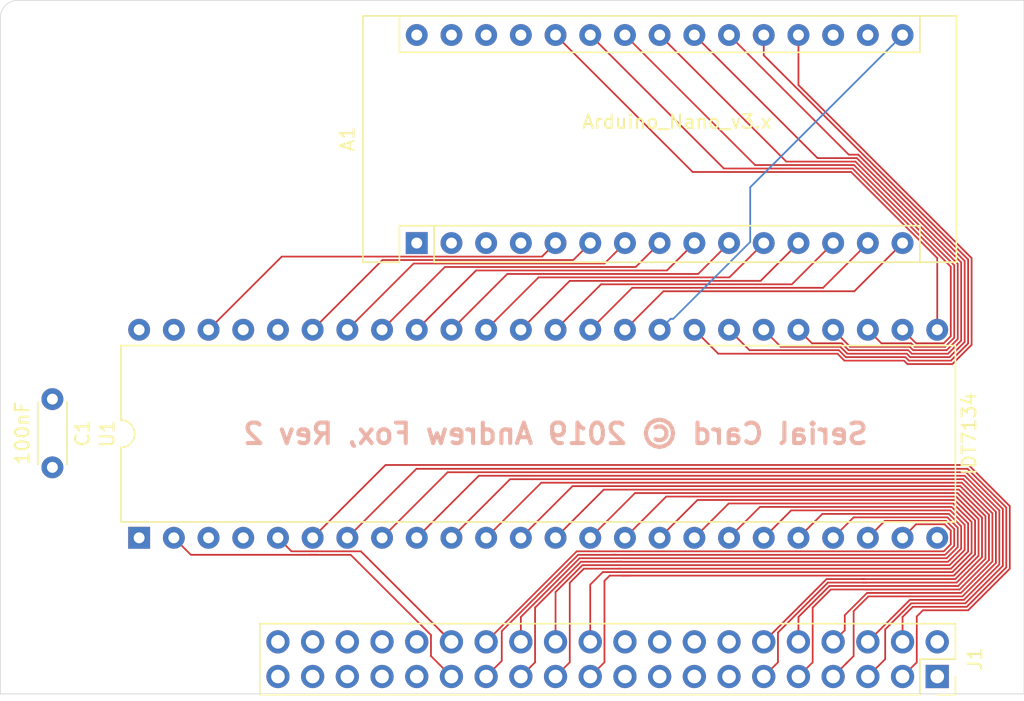
<source format=kicad_pcb>
(kicad_pcb (version 20171130) (host pcbnew "(5.1.0-0)")

  (general
    (thickness 1.6)
    (drawings 6)
    (tracks 307)
    (zones 0)
    (modules 4)
    (nets 43)
  )

  (page USLetter)
  (title_block
    (title "Serial Card")
  )

  (layers
    (0 F.Cu signal)
    (1 GND.Cu power hide)
    (2 VCC.Cu power hide)
    (31 B.Cu signal)
    (32 B.Adhes user)
    (33 F.Adhes user)
    (34 B.Paste user)
    (35 F.Paste user)
    (36 B.SilkS user)
    (37 F.SilkS user)
    (38 B.Mask user)
    (39 F.Mask user)
    (40 Dwgs.User user)
    (41 Cmts.User user)
    (42 Eco1.User user)
    (43 Eco2.User user)
    (44 Edge.Cuts user)
    (45 Margin user)
    (46 B.CrtYd user)
    (47 F.CrtYd user)
    (48 B.Fab user)
    (49 F.Fab user)
  )

  (setup
    (last_trace_width 0.127)
    (trace_clearance 0.127)
    (zone_clearance 0.508)
    (zone_45_only no)
    (trace_min 0.0889)
    (via_size 0.45)
    (via_drill 0.2)
    (via_min_size 0.45)
    (via_min_drill 0.2)
    (uvia_size 0.3)
    (uvia_drill 0.1)
    (uvias_allowed no)
    (uvia_min_size 0.2)
    (uvia_min_drill 0.1)
    (edge_width 0.05)
    (segment_width 0.2)
    (pcb_text_width 0.3)
    (pcb_text_size 1.5 1.5)
    (mod_edge_width 0.12)
    (mod_text_size 1 1)
    (mod_text_width 0.15)
    (pad_size 1.524 1.524)
    (pad_drill 0.762)
    (pad_to_mask_clearance 0.051)
    (solder_mask_min_width 0.25)
    (aux_axis_origin 0 0)
    (visible_elements FFFFFF7F)
    (pcbplotparams
      (layerselection 0x010fc_ffffffff)
      (usegerberextensions false)
      (usegerberattributes false)
      (usegerberadvancedattributes false)
      (creategerberjobfile false)
      (excludeedgelayer true)
      (linewidth 0.100000)
      (plotframeref false)
      (viasonmask false)
      (mode 1)
      (useauxorigin false)
      (hpglpennumber 1)
      (hpglpenspeed 20)
      (hpglpendiameter 15.000000)
      (psnegative false)
      (psa4output false)
      (plotreference true)
      (plotvalue true)
      (plotinvisibletext false)
      (padsonsilk false)
      (subtractmaskfromsilk false)
      (outputformat 1)
      (mirror false)
      (drillshape 0)
      (scaleselection 1)
      (outputdirectory "../Generated/Plots/ArduinoSerialCard/"))
  )

  (net 0 "")
  (net 1 VCC)
  (net 2 GND)
  (net 3 /AddressBus0)
  (net 4 /DataBus7)
  (net 5 /DataBus6)
  (net 6 /DataBus5)
  (net 7 /DataBus4)
  (net 8 /DataBus3)
  (net 9 /DataBus2)
  (net 10 /DataBus1)
  (net 11 /DataBus0)
  (net 12 /~PO)
  (net 13 /~PI)
  (net 14 "Net-(A1-Pad6)")
  (net 15 "Net-(A1-Pad5)")
  (net 16 /AddressBus1)
  (net 17 /Addr9)
  (net 18 /Addr8)
  (net 19 /Addr7)
  (net 20 /Addr6)
  (net 21 /Addr5)
  (net 22 /Addr4)
  (net 23 /Data7)
  (net 24 /Addr3)
  (net 25 /Data6)
  (net 26 /Addr2)
  (net 27 /Data5)
  (net 28 /Addr1)
  (net 29 /Data4)
  (net 30 /Addr0)
  (net 31 /Data3)
  (net 32 /Data2)
  (net 33 /Data1)
  (net 34 /Data0)
  (net 35 /AddressBus9)
  (net 36 /AddressBus8)
  (net 37 /AddressBus7)
  (net 38 /AddressBus6)
  (net 39 /AddressBus5)
  (net 40 /AddressBus4)
  (net 41 /AddressBus3)
  (net 42 /AddressBus2)

  (net_class Default "This is the default net class."
    (clearance 0.127)
    (trace_width 0.127)
    (via_dia 0.45)
    (via_drill 0.2)
    (uvia_dia 0.3)
    (uvia_drill 0.1)
    (add_net /Addr0)
    (add_net /Addr1)
    (add_net /Addr2)
    (add_net /Addr3)
    (add_net /Addr4)
    (add_net /Addr5)
    (add_net /Addr6)
    (add_net /Addr7)
    (add_net /Addr8)
    (add_net /Addr9)
    (add_net /AddressBus0)
    (add_net /AddressBus1)
    (add_net /AddressBus2)
    (add_net /AddressBus3)
    (add_net /AddressBus4)
    (add_net /AddressBus5)
    (add_net /AddressBus6)
    (add_net /AddressBus7)
    (add_net /AddressBus8)
    (add_net /AddressBus9)
    (add_net /Data0)
    (add_net /Data1)
    (add_net /Data2)
    (add_net /Data3)
    (add_net /Data4)
    (add_net /Data5)
    (add_net /Data6)
    (add_net /Data7)
    (add_net /DataBus0)
    (add_net /DataBus1)
    (add_net /DataBus2)
    (add_net /DataBus3)
    (add_net /DataBus4)
    (add_net /DataBus5)
    (add_net /DataBus6)
    (add_net /DataBus7)
    (add_net /~PI)
    (add_net /~PO)
    (add_net GND)
    (add_net "Net-(A1-Pad5)")
    (add_net "Net-(A1-Pad6)")
    (add_net VCC)
  )

  (module Module:Arduino_Nano (layer F.Cu) (tedit 58ACAF70) (tstamp 5DCA535A)
    (at 104.14 80.01 90)
    (descr "Arduino Nano, http://www.mouser.com/pdfdocs/Gravitech_Arduino_Nano3_0.pdf")
    (tags "Arduino Nano")
    (path /5D7E59B1)
    (fp_text reference A1 (at 7.62 -5.08 90) (layer F.SilkS)
      (effects (font (size 1 1) (thickness 0.15)))
    )
    (fp_text value Arduino_Nano_v3.x (at 8.89 19.05 180) (layer F.SilkS)
      (effects (font (size 1 1) (thickness 0.15)))
    )
    (fp_line (start 16.75 42.16) (end -1.53 42.16) (layer F.CrtYd) (width 0.05))
    (fp_line (start 16.75 42.16) (end 16.75 -4.06) (layer F.CrtYd) (width 0.05))
    (fp_line (start -1.53 -4.06) (end -1.53 42.16) (layer F.CrtYd) (width 0.05))
    (fp_line (start -1.53 -4.06) (end 16.75 -4.06) (layer F.CrtYd) (width 0.05))
    (fp_line (start 16.51 -3.81) (end 16.51 39.37) (layer F.Fab) (width 0.1))
    (fp_line (start 0 -3.81) (end 16.51 -3.81) (layer F.Fab) (width 0.1))
    (fp_line (start -1.27 -2.54) (end 0 -3.81) (layer F.Fab) (width 0.1))
    (fp_line (start -1.27 39.37) (end -1.27 -2.54) (layer F.Fab) (width 0.1))
    (fp_line (start 16.51 39.37) (end -1.27 39.37) (layer F.Fab) (width 0.1))
    (fp_line (start 16.64 -3.94) (end -1.4 -3.94) (layer F.SilkS) (width 0.12))
    (fp_line (start 16.64 39.5) (end 16.64 -3.94) (layer F.SilkS) (width 0.12))
    (fp_line (start -1.4 39.5) (end 16.64 39.5) (layer F.SilkS) (width 0.12))
    (fp_line (start 3.81 41.91) (end 3.81 31.75) (layer F.Fab) (width 0.1))
    (fp_line (start 11.43 41.91) (end 3.81 41.91) (layer F.Fab) (width 0.1))
    (fp_line (start 11.43 31.75) (end 11.43 41.91) (layer F.Fab) (width 0.1))
    (fp_line (start 3.81 31.75) (end 11.43 31.75) (layer F.Fab) (width 0.1))
    (fp_line (start 1.27 36.83) (end -1.4 36.83) (layer F.SilkS) (width 0.12))
    (fp_line (start 1.27 1.27) (end 1.27 36.83) (layer F.SilkS) (width 0.12))
    (fp_line (start 1.27 1.27) (end -1.4 1.27) (layer F.SilkS) (width 0.12))
    (fp_line (start 13.97 36.83) (end 16.64 36.83) (layer F.SilkS) (width 0.12))
    (fp_line (start 13.97 -1.27) (end 13.97 36.83) (layer F.SilkS) (width 0.12))
    (fp_line (start 13.97 -1.27) (end 16.64 -1.27) (layer F.SilkS) (width 0.12))
    (fp_line (start -1.4 -3.94) (end -1.4 -1.27) (layer F.SilkS) (width 0.12))
    (fp_line (start -1.4 1.27) (end -1.4 39.5) (layer F.SilkS) (width 0.12))
    (fp_line (start 1.27 -1.27) (end -1.4 -1.27) (layer F.SilkS) (width 0.12))
    (fp_line (start 1.27 1.27) (end 1.27 -1.27) (layer F.SilkS) (width 0.12))
    (fp_text user %R (at 6.35 19.05 180) (layer F.Fab)
      (effects (font (size 1 1) (thickness 0.15)))
    )
    (pad 16 thru_hole oval (at 15.24 35.56 90) (size 1.6 1.6) (drill 0.8) (layers *.Cu *.Mask)
      (net 17 /Addr9))
    (pad 15 thru_hole oval (at 0 35.56 90) (size 1.6 1.6) (drill 0.8) (layers *.Cu *.Mask)
      (net 18 /Addr8))
    (pad 30 thru_hole oval (at 15.24 0 90) (size 1.6 1.6) (drill 0.8) (layers *.Cu *.Mask)
      (net 1 VCC))
    (pad 14 thru_hole oval (at 0 33.02 90) (size 1.6 1.6) (drill 0.8) (layers *.Cu *.Mask)
      (net 19 /Addr7))
    (pad 29 thru_hole oval (at 15.24 2.54 90) (size 1.6 1.6) (drill 0.8) (layers *.Cu *.Mask)
      (net 2 GND))
    (pad 13 thru_hole oval (at 0 30.48 90) (size 1.6 1.6) (drill 0.8) (layers *.Cu *.Mask)
      (net 20 /Addr6))
    (pad 28 thru_hole oval (at 15.24 5.08 90) (size 1.6 1.6) (drill 0.8) (layers *.Cu *.Mask))
    (pad 12 thru_hole oval (at 0 27.94 90) (size 1.6 1.6) (drill 0.8) (layers *.Cu *.Mask)
      (net 21 /Addr5))
    (pad 27 thru_hole oval (at 15.24 7.62 90) (size 1.6 1.6) (drill 0.8) (layers *.Cu *.Mask))
    (pad 11 thru_hole oval (at 0 25.4 90) (size 1.6 1.6) (drill 0.8) (layers *.Cu *.Mask)
      (net 22 /Addr4))
    (pad 26 thru_hole oval (at 15.24 10.16 90) (size 1.6 1.6) (drill 0.8) (layers *.Cu *.Mask)
      (net 34 /Data0))
    (pad 10 thru_hole oval (at 0 22.86 90) (size 1.6 1.6) (drill 0.8) (layers *.Cu *.Mask)
      (net 24 /Addr3))
    (pad 25 thru_hole oval (at 15.24 12.7 90) (size 1.6 1.6) (drill 0.8) (layers *.Cu *.Mask)
      (net 33 /Data1))
    (pad 9 thru_hole oval (at 0 20.32 90) (size 1.6 1.6) (drill 0.8) (layers *.Cu *.Mask)
      (net 26 /Addr2))
    (pad 24 thru_hole oval (at 15.24 15.24 90) (size 1.6 1.6) (drill 0.8) (layers *.Cu *.Mask)
      (net 32 /Data2))
    (pad 8 thru_hole oval (at 0 17.78 90) (size 1.6 1.6) (drill 0.8) (layers *.Cu *.Mask)
      (net 28 /Addr1))
    (pad 23 thru_hole oval (at 15.24 17.78 90) (size 1.6 1.6) (drill 0.8) (layers *.Cu *.Mask)
      (net 31 /Data3))
    (pad 7 thru_hole oval (at 0 15.24 90) (size 1.6 1.6) (drill 0.8) (layers *.Cu *.Mask)
      (net 30 /Addr0))
    (pad 22 thru_hole oval (at 15.24 20.32 90) (size 1.6 1.6) (drill 0.8) (layers *.Cu *.Mask)
      (net 29 /Data4))
    (pad 6 thru_hole oval (at 0 12.7 90) (size 1.6 1.6) (drill 0.8) (layers *.Cu *.Mask)
      (net 14 "Net-(A1-Pad6)"))
    (pad 21 thru_hole oval (at 15.24 22.86 90) (size 1.6 1.6) (drill 0.8) (layers *.Cu *.Mask)
      (net 27 /Data5))
    (pad 5 thru_hole oval (at 0 10.16 90) (size 1.6 1.6) (drill 0.8) (layers *.Cu *.Mask)
      (net 15 "Net-(A1-Pad5)"))
    (pad 20 thru_hole oval (at 15.24 25.4 90) (size 1.6 1.6) (drill 0.8) (layers *.Cu *.Mask)
      (net 25 /Data6))
    (pad 4 thru_hole oval (at 0 7.62 90) (size 1.6 1.6) (drill 0.8) (layers *.Cu *.Mask)
      (net 2 GND))
    (pad 19 thru_hole oval (at 15.24 27.94 90) (size 1.6 1.6) (drill 0.8) (layers *.Cu *.Mask)
      (net 23 /Data7))
    (pad 3 thru_hole oval (at 0 5.08 90) (size 1.6 1.6) (drill 0.8) (layers *.Cu *.Mask))
    (pad 18 thru_hole oval (at 15.24 30.48 90) (size 1.6 1.6) (drill 0.8) (layers *.Cu *.Mask)
      (net 2 GND))
    (pad 2 thru_hole oval (at 0 2.54 90) (size 1.6 1.6) (drill 0.8) (layers *.Cu *.Mask))
    (pad 17 thru_hole oval (at 15.24 33.02 90) (size 1.6 1.6) (drill 0.8) (layers *.Cu *.Mask))
    (pad 1 thru_hole rect (at 0 0 90) (size 1.6 1.6) (drill 0.8) (layers *.Cu *.Mask))
    (model ${KISYS3DMOD}/Module.3dshapes/Arduino_Nano_WithMountingHoles.wrl
      (at (xyz 0 0 0))
      (scale (xyz 1 1 1))
      (rotate (xyz 0 0 0))
    )
  )

  (module Package_DIP:DIP-48_W15.24mm (layer F.Cu) (tedit 5A02E8C5) (tstamp 5DCAA4AA)
    (at 83.82 101.6 90)
    (descr "48-lead though-hole mounted DIP package, row spacing 15.24 mm (600 mils)")
    (tags "THT DIP DIL PDIP 2.54mm 15.24mm 600mil")
    (path /5DCE774F)
    (fp_text reference U1 (at 7.62 -2.33 90) (layer F.SilkS)
      (effects (font (size 1 1) (thickness 0.15)))
    )
    (fp_text value IDT7134 (at 7.62 60.75 90) (layer F.SilkS)
      (effects (font (size 1 1) (thickness 0.15)))
    )
    (fp_text user %R (at 7.62 29.21 90) (layer F.Fab)
      (effects (font (size 1 1) (thickness 0.15)))
    )
    (fp_line (start 16.3 -1.55) (end -1.05 -1.55) (layer F.CrtYd) (width 0.05))
    (fp_line (start 16.3 59.95) (end 16.3 -1.55) (layer F.CrtYd) (width 0.05))
    (fp_line (start -1.05 59.95) (end 16.3 59.95) (layer F.CrtYd) (width 0.05))
    (fp_line (start -1.05 -1.55) (end -1.05 59.95) (layer F.CrtYd) (width 0.05))
    (fp_line (start 14.08 -1.33) (end 8.62 -1.33) (layer F.SilkS) (width 0.12))
    (fp_line (start 14.08 59.75) (end 14.08 -1.33) (layer F.SilkS) (width 0.12))
    (fp_line (start 1.16 59.75) (end 14.08 59.75) (layer F.SilkS) (width 0.12))
    (fp_line (start 1.16 -1.33) (end 1.16 59.75) (layer F.SilkS) (width 0.12))
    (fp_line (start 6.62 -1.33) (end 1.16 -1.33) (layer F.SilkS) (width 0.12))
    (fp_line (start 0.255 -0.27) (end 1.255 -1.27) (layer F.Fab) (width 0.1))
    (fp_line (start 0.255 59.69) (end 0.255 -0.27) (layer F.Fab) (width 0.1))
    (fp_line (start 14.985 59.69) (end 0.255 59.69) (layer F.Fab) (width 0.1))
    (fp_line (start 14.985 -1.27) (end 14.985 59.69) (layer F.Fab) (width 0.1))
    (fp_line (start 1.255 -1.27) (end 14.985 -1.27) (layer F.Fab) (width 0.1))
    (fp_arc (start 7.62 -1.33) (end 6.62 -1.33) (angle -180) (layer F.SilkS) (width 0.12))
    (pad 48 thru_hole oval (at 15.24 0 90) (size 1.6 1.6) (drill 0.8) (layers *.Cu *.Mask)
      (net 1 VCC))
    (pad 24 thru_hole oval (at 0 58.42 90) (size 1.6 1.6) (drill 0.8) (layers *.Cu *.Mask)
      (net 2 GND))
    (pad 47 thru_hole oval (at 15.24 2.54 90) (size 1.6 1.6) (drill 0.8) (layers *.Cu *.Mask)
      (net 2 GND))
    (pad 23 thru_hole oval (at 0 55.88 90) (size 1.6 1.6) (drill 0.8) (layers *.Cu *.Mask)
      (net 4 /DataBus7))
    (pad 46 thru_hole oval (at 15.24 5.08 90) (size 1.6 1.6) (drill 0.8) (layers *.Cu *.Mask)
      (net 15 "Net-(A1-Pad5)"))
    (pad 22 thru_hole oval (at 0 53.34 90) (size 1.6 1.6) (drill 0.8) (layers *.Cu *.Mask)
      (net 5 /DataBus6))
    (pad 45 thru_hole oval (at 15.24 7.62 90) (size 1.6 1.6) (drill 0.8) (layers *.Cu *.Mask)
      (net 2 GND))
    (pad 21 thru_hole oval (at 0 50.8 90) (size 1.6 1.6) (drill 0.8) (layers *.Cu *.Mask)
      (net 6 /DataBus5))
    (pad 44 thru_hole oval (at 15.24 10.16 90) (size 1.6 1.6) (drill 0.8) (layers *.Cu *.Mask)
      (net 2 GND))
    (pad 20 thru_hole oval (at 0 48.26 90) (size 1.6 1.6) (drill 0.8) (layers *.Cu *.Mask)
      (net 7 /DataBus4))
    (pad 43 thru_hole oval (at 15.24 12.7 90) (size 1.6 1.6) (drill 0.8) (layers *.Cu *.Mask)
      (net 14 "Net-(A1-Pad6)"))
    (pad 19 thru_hole oval (at 0 45.72 90) (size 1.6 1.6) (drill 0.8) (layers *.Cu *.Mask)
      (net 8 /DataBus3))
    (pad 42 thru_hole oval (at 15.24 15.24 90) (size 1.6 1.6) (drill 0.8) (layers *.Cu *.Mask)
      (net 30 /Addr0))
    (pad 18 thru_hole oval (at 0 43.18 90) (size 1.6 1.6) (drill 0.8) (layers *.Cu *.Mask)
      (net 9 /DataBus2))
    (pad 41 thru_hole oval (at 15.24 17.78 90) (size 1.6 1.6) (drill 0.8) (layers *.Cu *.Mask)
      (net 28 /Addr1))
    (pad 17 thru_hole oval (at 0 40.64 90) (size 1.6 1.6) (drill 0.8) (layers *.Cu *.Mask)
      (net 10 /DataBus1))
    (pad 40 thru_hole oval (at 15.24 20.32 90) (size 1.6 1.6) (drill 0.8) (layers *.Cu *.Mask)
      (net 26 /Addr2))
    (pad 16 thru_hole oval (at 0 38.1 90) (size 1.6 1.6) (drill 0.8) (layers *.Cu *.Mask)
      (net 11 /DataBus0))
    (pad 39 thru_hole oval (at 15.24 22.86 90) (size 1.6 1.6) (drill 0.8) (layers *.Cu *.Mask)
      (net 24 /Addr3))
    (pad 15 thru_hole oval (at 0 35.56 90) (size 1.6 1.6) (drill 0.8) (layers *.Cu *.Mask)
      (net 35 /AddressBus9))
    (pad 38 thru_hole oval (at 15.24 25.4 90) (size 1.6 1.6) (drill 0.8) (layers *.Cu *.Mask)
      (net 22 /Addr4))
    (pad 14 thru_hole oval (at 0 33.02 90) (size 1.6 1.6) (drill 0.8) (layers *.Cu *.Mask)
      (net 36 /AddressBus8))
    (pad 37 thru_hole oval (at 15.24 27.94 90) (size 1.6 1.6) (drill 0.8) (layers *.Cu *.Mask)
      (net 21 /Addr5))
    (pad 13 thru_hole oval (at 0 30.48 90) (size 1.6 1.6) (drill 0.8) (layers *.Cu *.Mask)
      (net 37 /AddressBus7))
    (pad 36 thru_hole oval (at 15.24 30.48 90) (size 1.6 1.6) (drill 0.8) (layers *.Cu *.Mask)
      (net 20 /Addr6))
    (pad 12 thru_hole oval (at 0 27.94 90) (size 1.6 1.6) (drill 0.8) (layers *.Cu *.Mask)
      (net 38 /AddressBus6))
    (pad 35 thru_hole oval (at 15.24 33.02 90) (size 1.6 1.6) (drill 0.8) (layers *.Cu *.Mask)
      (net 19 /Addr7))
    (pad 11 thru_hole oval (at 0 25.4 90) (size 1.6 1.6) (drill 0.8) (layers *.Cu *.Mask)
      (net 39 /AddressBus5))
    (pad 34 thru_hole oval (at 15.24 35.56 90) (size 1.6 1.6) (drill 0.8) (layers *.Cu *.Mask)
      (net 18 /Addr8))
    (pad 10 thru_hole oval (at 0 22.86 90) (size 1.6 1.6) (drill 0.8) (layers *.Cu *.Mask)
      (net 40 /AddressBus4))
    (pad 33 thru_hole oval (at 15.24 38.1 90) (size 1.6 1.6) (drill 0.8) (layers *.Cu *.Mask)
      (net 17 /Addr9))
    (pad 9 thru_hole oval (at 0 20.32 90) (size 1.6 1.6) (drill 0.8) (layers *.Cu *.Mask)
      (net 41 /AddressBus3))
    (pad 32 thru_hole oval (at 15.24 40.64 90) (size 1.6 1.6) (drill 0.8) (layers *.Cu *.Mask)
      (net 23 /Data7))
    (pad 8 thru_hole oval (at 0 17.78 90) (size 1.6 1.6) (drill 0.8) (layers *.Cu *.Mask)
      (net 42 /AddressBus2))
    (pad 31 thru_hole oval (at 15.24 43.18 90) (size 1.6 1.6) (drill 0.8) (layers *.Cu *.Mask)
      (net 25 /Data6))
    (pad 7 thru_hole oval (at 0 15.24 90) (size 1.6 1.6) (drill 0.8) (layers *.Cu *.Mask)
      (net 16 /AddressBus1))
    (pad 30 thru_hole oval (at 15.24 45.72 90) (size 1.6 1.6) (drill 0.8) (layers *.Cu *.Mask)
      (net 27 /Data5))
    (pad 6 thru_hole oval (at 0 12.7 90) (size 1.6 1.6) (drill 0.8) (layers *.Cu *.Mask)
      (net 3 /AddressBus0))
    (pad 29 thru_hole oval (at 15.24 48.26 90) (size 1.6 1.6) (drill 0.8) (layers *.Cu *.Mask)
      (net 29 /Data4))
    (pad 5 thru_hole oval (at 0 10.16 90) (size 1.6 1.6) (drill 0.8) (layers *.Cu *.Mask)
      (net 12 /~PO))
    (pad 28 thru_hole oval (at 15.24 50.8 90) (size 1.6 1.6) (drill 0.8) (layers *.Cu *.Mask)
      (net 31 /Data3))
    (pad 4 thru_hole oval (at 0 7.62 90) (size 1.6 1.6) (drill 0.8) (layers *.Cu *.Mask)
      (net 2 GND))
    (pad 27 thru_hole oval (at 15.24 53.34 90) (size 1.6 1.6) (drill 0.8) (layers *.Cu *.Mask)
      (net 32 /Data2))
    (pad 3 thru_hole oval (at 0 5.08 90) (size 1.6 1.6) (drill 0.8) (layers *.Cu *.Mask)
      (net 2 GND))
    (pad 26 thru_hole oval (at 15.24 55.88 90) (size 1.6 1.6) (drill 0.8) (layers *.Cu *.Mask)
      (net 33 /Data1))
    (pad 2 thru_hole oval (at 0 2.54 90) (size 1.6 1.6) (drill 0.8) (layers *.Cu *.Mask)
      (net 13 /~PI))
    (pad 25 thru_hole oval (at 15.24 58.42 90) (size 1.6 1.6) (drill 0.8) (layers *.Cu *.Mask)
      (net 34 /Data0))
    (pad 1 thru_hole rect (at 0 0 90) (size 1.6 1.6) (drill 0.8) (layers *.Cu *.Mask)
      (net 2 GND))
    (model ${KISYS3DMOD}/Package_DIP.3dshapes/DIP-48_W15.24mm.wrl
      (at (xyz 0 0 0))
      (scale (xyz 1 1 1))
      (rotate (xyz 0 0 0))
    )
  )

  (module Capacitor_THT:C_Disc_D4.3mm_W1.9mm_P5.00mm (layer F.Cu) (tedit 5AE50EF0) (tstamp 5DCAA429)
    (at 77.47 91.44 270)
    (descr "C, Disc series, Radial, pin pitch=5.00mm, , diameter*width=4.3*1.9mm^2, Capacitor, http://www.vishay.com/docs/45233/krseries.pdf")
    (tags "C Disc series Radial pin pitch 5.00mm  diameter 4.3mm width 1.9mm Capacitor")
    (path /5DD4402C)
    (fp_text reference C1 (at 2.5 -2.2 270) (layer F.SilkS)
      (effects (font (size 1 1) (thickness 0.15)))
    )
    (fp_text value 100nF (at 2.5 2.2 270) (layer F.SilkS)
      (effects (font (size 1 1) (thickness 0.15)))
    )
    (fp_text user %R (at 2.5 0 270) (layer F.Fab)
      (effects (font (size 0.86 0.86) (thickness 0.129)))
    )
    (fp_line (start 6.05 -1.2) (end -1.05 -1.2) (layer F.CrtYd) (width 0.05))
    (fp_line (start 6.05 1.2) (end 6.05 -1.2) (layer F.CrtYd) (width 0.05))
    (fp_line (start -1.05 1.2) (end 6.05 1.2) (layer F.CrtYd) (width 0.05))
    (fp_line (start -1.05 -1.2) (end -1.05 1.2) (layer F.CrtYd) (width 0.05))
    (fp_line (start 4.77 1.055) (end 4.77 1.07) (layer F.SilkS) (width 0.12))
    (fp_line (start 4.77 -1.07) (end 4.77 -1.055) (layer F.SilkS) (width 0.12))
    (fp_line (start 0.23 1.055) (end 0.23 1.07) (layer F.SilkS) (width 0.12))
    (fp_line (start 0.23 -1.07) (end 0.23 -1.055) (layer F.SilkS) (width 0.12))
    (fp_line (start 0.23 1.07) (end 4.77 1.07) (layer F.SilkS) (width 0.12))
    (fp_line (start 0.23 -1.07) (end 4.77 -1.07) (layer F.SilkS) (width 0.12))
    (fp_line (start 4.65 -0.95) (end 0.35 -0.95) (layer F.Fab) (width 0.1))
    (fp_line (start 4.65 0.95) (end 4.65 -0.95) (layer F.Fab) (width 0.1))
    (fp_line (start 0.35 0.95) (end 4.65 0.95) (layer F.Fab) (width 0.1))
    (fp_line (start 0.35 -0.95) (end 0.35 0.95) (layer F.Fab) (width 0.1))
    (pad 2 thru_hole circle (at 5 0 270) (size 1.6 1.6) (drill 0.8) (layers *.Cu *.Mask)
      (net 2 GND))
    (pad 1 thru_hole circle (at 0 0 270) (size 1.6 1.6) (drill 0.8) (layers *.Cu *.Mask)
      (net 1 VCC))
    (model ${KISYS3DMOD}/Capacitor_THT.3dshapes/C_Disc_D4.3mm_W1.9mm_P5.00mm.wrl
      (at (xyz 0 0 0))
      (scale (xyz 1 1 1))
      (rotate (xyz 0 0 0))
    )
  )

  (module Connector_PinSocket_2.54mm:PinSocket_2x20_P2.54mm_Vertical (layer F.Cu) (tedit 5A19A433) (tstamp 5DCABE9B)
    (at 142.24 111.76 270)
    (descr "Through hole straight socket strip, 2x20, 2.54mm pitch, double cols (from Kicad 4.0.7), script generated")
    (tags "Through hole socket strip THT 2x20 2.54mm double row")
    (path /5DA1F396)
    (fp_text reference J1 (at -1.27 -2.77 270) (layer F.SilkS)
      (effects (font (size 1 1) (thickness 0.15)))
    )
    (fp_text value Conn (at -1.27 51.03 270) (layer F.Fab)
      (effects (font (size 1 1) (thickness 0.15)))
    )
    (fp_text user %R (at -1.27 24.13) (layer F.Fab)
      (effects (font (size 1 1) (thickness 0.15)))
    )
    (fp_line (start -4.34 50) (end -4.34 -1.8) (layer F.CrtYd) (width 0.05))
    (fp_line (start 1.76 50) (end -4.34 50) (layer F.CrtYd) (width 0.05))
    (fp_line (start 1.76 -1.8) (end 1.76 50) (layer F.CrtYd) (width 0.05))
    (fp_line (start -4.34 -1.8) (end 1.76 -1.8) (layer F.CrtYd) (width 0.05))
    (fp_line (start 0 -1.33) (end 1.33 -1.33) (layer F.SilkS) (width 0.12))
    (fp_line (start 1.33 -1.33) (end 1.33 0) (layer F.SilkS) (width 0.12))
    (fp_line (start -1.27 -1.33) (end -1.27 1.27) (layer F.SilkS) (width 0.12))
    (fp_line (start -1.27 1.27) (end 1.33 1.27) (layer F.SilkS) (width 0.12))
    (fp_line (start 1.33 1.27) (end 1.33 49.59) (layer F.SilkS) (width 0.12))
    (fp_line (start -3.87 49.59) (end 1.33 49.59) (layer F.SilkS) (width 0.12))
    (fp_line (start -3.87 -1.33) (end -3.87 49.59) (layer F.SilkS) (width 0.12))
    (fp_line (start -3.87 -1.33) (end -1.27 -1.33) (layer F.SilkS) (width 0.12))
    (fp_line (start -3.81 49.53) (end -3.81 -1.27) (layer F.Fab) (width 0.1))
    (fp_line (start 1.27 49.53) (end -3.81 49.53) (layer F.Fab) (width 0.1))
    (fp_line (start 1.27 -0.27) (end 1.27 49.53) (layer F.Fab) (width 0.1))
    (fp_line (start 0.27 -1.27) (end 1.27 -0.27) (layer F.Fab) (width 0.1))
    (fp_line (start -3.81 -1.27) (end 0.27 -1.27) (layer F.Fab) (width 0.1))
    (pad 40 thru_hole oval (at -2.54 48.26 270) (size 1.7 1.7) (drill 1) (layers *.Cu *.Mask)
      (net 2 GND))
    (pad 39 thru_hole oval (at 0 48.26 270) (size 1.7 1.7) (drill 1) (layers *.Cu *.Mask)
      (net 2 GND))
    (pad 38 thru_hole oval (at -2.54 45.72 270) (size 1.7 1.7) (drill 1) (layers *.Cu *.Mask)
      (net 2 GND))
    (pad 37 thru_hole oval (at 0 45.72 270) (size 1.7 1.7) (drill 1) (layers *.Cu *.Mask)
      (net 2 GND))
    (pad 36 thru_hole oval (at -2.54 43.18 270) (size 1.7 1.7) (drill 1) (layers *.Cu *.Mask)
      (net 2 GND))
    (pad 35 thru_hole oval (at 0 43.18 270) (size 1.7 1.7) (drill 1) (layers *.Cu *.Mask)
      (net 2 GND))
    (pad 34 thru_hole oval (at -2.54 40.64 270) (size 1.7 1.7) (drill 1) (layers *.Cu *.Mask)
      (net 2 GND))
    (pad 33 thru_hole oval (at 0 40.64 270) (size 1.7 1.7) (drill 1) (layers *.Cu *.Mask)
      (net 2 GND))
    (pad 32 thru_hole oval (at -2.54 38.1 270) (size 1.7 1.7) (drill 1) (layers *.Cu *.Mask)
      (net 2 GND))
    (pad 31 thru_hole oval (at 0 38.1 270) (size 1.7 1.7) (drill 1) (layers *.Cu *.Mask)
      (net 2 GND))
    (pad 30 thru_hole oval (at -2.54 35.56 270) (size 1.7 1.7) (drill 1) (layers *.Cu *.Mask)
      (net 12 /~PO))
    (pad 29 thru_hole oval (at 0 35.56 270) (size 1.7 1.7) (drill 1) (layers *.Cu *.Mask)
      (net 13 /~PI))
    (pad 28 thru_hole oval (at -2.54 33.02 270) (size 1.7 1.7) (drill 1) (layers *.Cu *.Mask)
      (net 4 /DataBus7))
    (pad 27 thru_hole oval (at 0 33.02 270) (size 1.7 1.7) (drill 1) (layers *.Cu *.Mask)
      (net 5 /DataBus6))
    (pad 26 thru_hole oval (at -2.54 30.48 270) (size 1.7 1.7) (drill 1) (layers *.Cu *.Mask)
      (net 6 /DataBus5))
    (pad 25 thru_hole oval (at 0 30.48 270) (size 1.7 1.7) (drill 1) (layers *.Cu *.Mask)
      (net 7 /DataBus4))
    (pad 24 thru_hole oval (at -2.54 27.94 270) (size 1.7 1.7) (drill 1) (layers *.Cu *.Mask)
      (net 8 /DataBus3))
    (pad 23 thru_hole oval (at 0 27.94 270) (size 1.7 1.7) (drill 1) (layers *.Cu *.Mask)
      (net 9 /DataBus2))
    (pad 22 thru_hole oval (at -2.54 25.4 270) (size 1.7 1.7) (drill 1) (layers *.Cu *.Mask)
      (net 10 /DataBus1))
    (pad 21 thru_hole oval (at 0 25.4 270) (size 1.7 1.7) (drill 1) (layers *.Cu *.Mask)
      (net 11 /DataBus0))
    (pad 20 thru_hole oval (at -2.54 22.86 270) (size 1.7 1.7) (drill 1) (layers *.Cu *.Mask))
    (pad 19 thru_hole oval (at 0 22.86 270) (size 1.7 1.7) (drill 1) (layers *.Cu *.Mask))
    (pad 18 thru_hole oval (at -2.54 20.32 270) (size 1.7 1.7) (drill 1) (layers *.Cu *.Mask))
    (pad 17 thru_hole oval (at 0 20.32 270) (size 1.7 1.7) (drill 1) (layers *.Cu *.Mask))
    (pad 16 thru_hole oval (at -2.54 17.78 270) (size 1.7 1.7) (drill 1) (layers *.Cu *.Mask))
    (pad 15 thru_hole oval (at 0 17.78 270) (size 1.7 1.7) (drill 1) (layers *.Cu *.Mask))
    (pad 14 thru_hole oval (at -2.54 15.24 270) (size 1.7 1.7) (drill 1) (layers *.Cu *.Mask))
    (pad 13 thru_hole oval (at 0 15.24 270) (size 1.7 1.7) (drill 1) (layers *.Cu *.Mask))
    (pad 12 thru_hole oval (at -2.54 12.7 270) (size 1.7 1.7) (drill 1) (layers *.Cu *.Mask)
      (net 35 /AddressBus9))
    (pad 11 thru_hole oval (at 0 12.7 270) (size 1.7 1.7) (drill 1) (layers *.Cu *.Mask)
      (net 36 /AddressBus8))
    (pad 10 thru_hole oval (at -2.54 10.16 270) (size 1.7 1.7) (drill 1) (layers *.Cu *.Mask)
      (net 37 /AddressBus7))
    (pad 9 thru_hole oval (at 0 10.16 270) (size 1.7 1.7) (drill 1) (layers *.Cu *.Mask)
      (net 38 /AddressBus6))
    (pad 8 thru_hole oval (at -2.54 7.62 270) (size 1.7 1.7) (drill 1) (layers *.Cu *.Mask)
      (net 39 /AddressBus5))
    (pad 7 thru_hole oval (at 0 7.62 270) (size 1.7 1.7) (drill 1) (layers *.Cu *.Mask)
      (net 40 /AddressBus4))
    (pad 6 thru_hole oval (at -2.54 5.08 270) (size 1.7 1.7) (drill 1) (layers *.Cu *.Mask)
      (net 41 /AddressBus3))
    (pad 5 thru_hole oval (at 0 5.08 270) (size 1.7 1.7) (drill 1) (layers *.Cu *.Mask)
      (net 42 /AddressBus2))
    (pad 4 thru_hole oval (at -2.54 2.54 270) (size 1.7 1.7) (drill 1) (layers *.Cu *.Mask)
      (net 16 /AddressBus1))
    (pad 3 thru_hole oval (at 0 2.54 270) (size 1.7 1.7) (drill 1) (layers *.Cu *.Mask)
      (net 3 /AddressBus0))
    (pad 2 thru_hole oval (at -2.54 0 270) (size 1.7 1.7) (drill 1) (layers *.Cu *.Mask)
      (net 1 VCC))
    (pad 1 thru_hole rect (at 0 0 270) (size 1.7 1.7) (drill 1) (layers *.Cu *.Mask)
      (net 2 GND))
    (model ${KISYS3DMOD}/Connector_PinSocket_2.54mm.3dshapes/PinSocket_2x20_P2.54mm_Vertical.wrl
      (at (xyz 0 0 0))
      (scale (xyz 1 1 1))
      (rotate (xyz 0 0 0))
    )
  )

  (gr_arc (start 74.93 63.5) (end 74.93 62.23) (angle -90) (layer Edge.Cuts) (width 0.05))
  (gr_line (start 73.66 113.03) (end 148.59 113.03) (layer Edge.Cuts) (width 0.05) (tstamp 5DCAD7BE))
  (gr_line (start 73.66 63.5) (end 73.66 113.03) (layer Edge.Cuts) (width 0.05))
  (gr_line (start 148.59 62.23) (end 74.93 62.23) (layer Edge.Cuts) (width 0.05))
  (gr_line (start 148.59 113.03) (end 148.59 62.23) (layer Edge.Cuts) (width 0.05))
  (gr_text "Serial Card © 2019 Andrew Fox, Rev 2" (at 114.3 93.98) (layer B.SilkS) (tstamp 5DCAC900)
    (effects (font (size 1.5 1.5) (thickness 0.3)) (justify mirror))
  )

  (segment (start 140.549999 110.910001) (end 139.7 111.76) (width 0.127) (layer F.Cu) (net 3) (status 30))
  (segment (start 141.189849 106.908657) (end 140.740501 107.358005) (width 0.127) (layer F.Cu) (net 3))
  (segment (start 140.740501 107.358005) (end 140.740501 110.719499) (width 0.127) (layer F.Cu) (net 3))
  (segment (start 144.504079 106.908657) (end 141.189849 106.908657) (width 0.127) (layer F.Cu) (net 3))
  (segment (start 147.548654 103.864082) (end 144.504079 106.908657) (width 0.127) (layer F.Cu) (net 3))
  (segment (start 96.52 101.6) (end 101.854 96.266) (width 0.127) (layer F.Cu) (net 3) (status 10))
  (segment (start 144.536798 96.266) (end 144.56214 96.291342) (width 0.127) (layer F.Cu) (net 3))
  (segment (start 144.56214 96.291342) (end 147.548655 99.277869) (width 0.127) (layer F.Cu) (net 3))
  (segment (start 101.854 96.266) (end 144.536798 96.266) (width 0.127) (layer F.Cu) (net 3))
  (segment (start 140.740501 110.719499) (end 140.549999 110.910001) (width 0.127) (layer F.Cu) (net 3) (status 20))
  (segment (start 147.548655 99.277869) (end 147.548654 103.864082) (width 0.127) (layer F.Cu) (net 3))
  (segment (start 115.849499 102.590501) (end 109.22 109.22) (width 0.127) (layer F.Cu) (net 4) (status 20))
  (segment (start 140.690501 100.609499) (end 142.773499 100.609499) (width 0.127) (layer F.Cu) (net 4))
  (segment (start 143.230501 102.075441) (end 142.715441 102.590501) (width 0.127) (layer F.Cu) (net 4))
  (segment (start 142.773499 100.609499) (end 143.230501 101.066501) (width 0.127) (layer F.Cu) (net 4))
  (segment (start 143.230501 101.066501) (end 143.230501 102.075441) (width 0.127) (layer F.Cu) (net 4))
  (segment (start 142.715441 102.590501) (end 115.849499 102.590501) (width 0.127) (layer F.Cu) (net 4))
  (segment (start 139.7 101.6) (end 140.690501 100.609499) (width 0.127) (layer F.Cu) (net 4) (status 10))
  (segment (start 110.363 110.617) (end 109.22 111.76) (width 0.127) (layer F.Cu) (net 5) (status 20))
  (segment (start 110.363 108.436224) (end 110.363 110.617) (width 0.127) (layer F.Cu) (net 5))
  (segment (start 143.48451 102.180656) (end 142.820655 102.844511) (width 0.127) (layer F.Cu) (net 5))
  (segment (start 143.484511 100.961287) (end 143.48451 102.180656) (width 0.127) (layer F.Cu) (net 5))
  (segment (start 138.404511 100.355489) (end 142.878714 100.35549) (width 0.127) (layer F.Cu) (net 5))
  (segment (start 142.878714 100.35549) (end 143.484511 100.961287) (width 0.127) (layer F.Cu) (net 5))
  (segment (start 137.16 101.6) (end 138.404511 100.355489) (width 0.127) (layer F.Cu) (net 5) (status 10))
  (segment (start 115.954713 102.844511) (end 118.719511 102.844511) (width 0.127) (layer F.Cu) (net 5))
  (segment (start 110.363 108.436224) (end 115.954713 102.844511) (width 0.127) (layer F.Cu) (net 5))
  (segment (start 118.719511 102.844511) (end 118.494713 102.844511) (width 0.127) (layer F.Cu) (net 5))
  (segment (start 142.820655 102.844511) (end 118.719511 102.844511) (width 0.127) (layer F.Cu) (net 5))
  (segment (start 111.76 107.398448) (end 111.76 109.22) (width 0.127) (layer F.Cu) (net 6) (status 20))
  (segment (start 142.92587 103.09852) (end 116.059927 103.098521) (width 0.127) (layer F.Cu) (net 6))
  (segment (start 143.738519 102.285869) (end 142.92587 103.09852) (width 0.127) (layer F.Cu) (net 6))
  (segment (start 143.73852 100.856072) (end 143.738519 102.285869) (width 0.127) (layer F.Cu) (net 6))
  (segment (start 116.059927 103.098521) (end 111.76 107.398448) (width 0.127) (layer F.Cu) (net 6))
  (segment (start 142.983927 100.101481) (end 143.73852 100.856072) (width 0.127) (layer F.Cu) (net 6))
  (segment (start 136.118519 100.101481) (end 142.983927 100.101481) (width 0.127) (layer F.Cu) (net 6))
  (segment (start 134.62 101.6) (end 136.118519 100.101481) (width 0.127) (layer F.Cu) (net 6) (status 10))
  (segment (start 143.992528 102.391083) (end 143.031083 103.352529) (width 0.127) (layer F.Cu) (net 7))
  (segment (start 143.992529 100.750859) (end 143.992528 102.391083) (width 0.127) (layer F.Cu) (net 7))
  (segment (start 143.089141 99.847471) (end 143.992529 100.750859) (width 0.127) (layer F.Cu) (net 7))
  (segment (start 133.832529 99.847471) (end 143.089141 99.847471) (width 0.127) (layer F.Cu) (net 7))
  (segment (start 132.08 101.6) (end 133.832529 99.847471) (width 0.127) (layer F.Cu) (net 7) (status 10))
  (segment (start 116.165143 103.352529) (end 119.100529 103.352529) (width 0.127) (layer F.Cu) (net 7))
  (segment (start 112.800501 106.717171) (end 116.165143 103.352529) (width 0.127) (layer F.Cu) (net 7))
  (segment (start 112.800501 110.719499) (end 112.800501 106.717171) (width 0.127) (layer F.Cu) (net 7))
  (segment (start 119.100529 103.352529) (end 118.705143 103.352529) (width 0.127) (layer F.Cu) (net 7))
  (segment (start 111.76 111.76) (end 112.800501 110.719499) (width 0.127) (layer F.Cu) (net 7) (status 10))
  (segment (start 143.031083 103.352529) (end 119.100529 103.352529) (width 0.127) (layer F.Cu) (net 7))
  (segment (start 116.270357 103.606539) (end 114.3 105.576896) (width 0.127) (layer F.Cu) (net 8))
  (segment (start 143.136298 103.606538) (end 116.270357 103.606539) (width 0.127) (layer F.Cu) (net 8))
  (segment (start 144.246538 100.645644) (end 144.246537 102.496296) (width 0.127) (layer F.Cu) (net 8))
  (segment (start 144.246537 102.496296) (end 143.136298 103.606538) (width 0.127) (layer F.Cu) (net 8))
  (segment (start 114.3 105.576896) (end 114.3 109.22) (width 0.127) (layer F.Cu) (net 8) (status 20))
  (segment (start 143.194355 99.593461) (end 144.246538 100.645644) (width 0.127) (layer F.Cu) (net 8))
  (segment (start 131.546539 99.593461) (end 143.194355 99.593461) (width 0.127) (layer F.Cu) (net 8))
  (segment (start 129.54 101.6) (end 131.546539 99.593461) (width 0.127) (layer F.Cu) (net 8) (status 10))
  (segment (start 144.500546 102.60151) (end 143.241511 103.860547) (width 0.127) (layer F.Cu) (net 9))
  (segment (start 127 101.6) (end 129.260549 99.339451) (width 0.127) (layer F.Cu) (net 9) (status 10))
  (segment (start 144.500547 100.540431) (end 144.500546 102.60151) (width 0.127) (layer F.Cu) (net 9))
  (segment (start 143.29957 99.339452) (end 144.500547 100.540431) (width 0.127) (layer F.Cu) (net 9))
  (segment (start 129.260549 99.339451) (end 143.29957 99.339452) (width 0.127) (layer F.Cu) (net 9))
  (segment (start 116.375573 103.860547) (end 119.024453 103.860547) (width 0.127) (layer F.Cu) (net 9))
  (segment (start 143.241511 103.860547) (end 119.024453 103.860547) (width 0.127) (layer F.Cu) (net 9))
  (segment (start 115.340501 104.895619) (end 116.375573 103.860547) (width 0.127) (layer F.Cu) (net 9))
  (segment (start 114.3 111.76) (end 115.340501 110.719499) (width 0.127) (layer F.Cu) (net 9) (status 10))
  (segment (start 115.340501 110.719499) (end 115.340501 104.895619) (width 0.127) (layer F.Cu) (net 9))
  (segment (start 119.024453 103.860547) (end 118.915573 103.860547) (width 0.127) (layer F.Cu) (net 9))
  (segment (start 116.84 105.029) (end 116.84 109.22) (width 0.127) (layer F.Cu) (net 10) (status 20))
  (segment (start 143.346726 104.114556) (end 117.754443 104.114557) (width 0.127) (layer F.Cu) (net 10))
  (segment (start 117.754443 104.114557) (end 116.84 105.029) (width 0.127) (layer F.Cu) (net 10))
  (segment (start 144.754556 100.435216) (end 144.754555 102.706723) (width 0.127) (layer F.Cu) (net 10))
  (segment (start 144.754555 102.706723) (end 143.346726 104.114556) (width 0.127) (layer F.Cu) (net 10))
  (segment (start 143.404783 99.085443) (end 144.754556 100.435216) (width 0.127) (layer F.Cu) (net 10))
  (segment (start 126.974557 99.085443) (end 143.404783 99.085443) (width 0.127) (layer F.Cu) (net 10))
  (segment (start 124.46 101.6) (end 126.974557 99.085443) (width 0.127) (layer F.Cu) (net 10) (status 10))
  (segment (start 143.509998 98.831434) (end 145.008565 100.330003) (width 0.127) (layer F.Cu) (net 11))
  (segment (start 145.008564 102.811937) (end 143.451939 104.368565) (width 0.127) (layer F.Cu) (net 11))
  (segment (start 124.688567 98.831433) (end 143.509998 98.831434) (width 0.127) (layer F.Cu) (net 11))
  (segment (start 145.008565 100.330003) (end 145.008564 102.811937) (width 0.127) (layer F.Cu) (net 11))
  (segment (start 121.92 101.6) (end 124.688567 98.831433) (width 0.127) (layer F.Cu) (net 11) (status 10))
  (segment (start 117.880501 104.750499) (end 118.262435 104.368565) (width 0.127) (layer F.Cu) (net 11))
  (segment (start 117.880501 110.719499) (end 117.880501 104.750499) (width 0.127) (layer F.Cu) (net 11))
  (segment (start 116.84 111.76) (end 117.880501 110.719499) (width 0.127) (layer F.Cu) (net 11) (status 10))
  (segment (start 118.262435 104.368565) (end 119.786435 104.368565) (width 0.127) (layer F.Cu) (net 11))
  (segment (start 119.786435 104.368565) (end 119.126003 104.368565) (width 0.127) (layer F.Cu) (net 11))
  (segment (start 143.451939 104.368565) (end 119.786435 104.368565) (width 0.127) (layer F.Cu) (net 11))
  (segment (start 105.830001 108.370001) (end 106.68 109.22) (width 0.127) (layer F.Cu) (net 12) (status 30))
  (segment (start 100.050501 102.590501) (end 106.68 109.22) (width 0.127) (layer F.Cu) (net 12) (status 20))
  (segment (start 94.970501 102.590501) (end 100.050501 102.590501) (width 0.127) (layer F.Cu) (net 12))
  (segment (start 93.98 101.6) (end 94.970501 102.590501) (width 0.127) (layer F.Cu) (net 12) (status 10))
  (segment (start 86.36 101.6) (end 87.604511 102.844511) (width 0.127) (layer F.Cu) (net 13) (status 10))
  (segment (start 96.240511 102.844511) (end 96.875511 102.844511) (width 0.127) (layer F.Cu) (net 13))
  (segment (start 87.604511 102.844511) (end 96.240511 102.844511) (width 0.127) (layer F.Cu) (net 13))
  (segment (start 105.180501 110.260501) (end 105.830001 110.910001) (width 0.127) (layer F.Cu) (net 13) (status 20))
  (segment (start 105.180501 108.720559) (end 105.180501 110.260501) (width 0.127) (layer F.Cu) (net 13))
  (segment (start 99.304453 102.844511) (end 105.180501 108.720559) (width 0.127) (layer F.Cu) (net 13))
  (segment (start 105.830001 110.910001) (end 106.68 111.76) (width 0.127) (layer F.Cu) (net 13) (status 30))
  (segment (start 96.240511 102.844511) (end 99.304453 102.844511) (width 0.127) (layer F.Cu) (net 13))
  (segment (start 101.625489 81.254511) (end 96.52 86.36) (width 0.127) (layer F.Cu) (net 14) (status 20))
  (segment (start 115.595489 81.254511) (end 101.625489 81.254511) (width 0.127) (layer F.Cu) (net 14))
  (segment (start 116.84 80.01) (end 115.595489 81.254511) (width 0.127) (layer F.Cu) (net 14) (status 10))
  (segment (start 94.259499 81.000501) (end 113.309499 81.000501) (width 0.127) (layer F.Cu) (net 15))
  (segment (start 113.500001 80.809999) (end 114.3 80.01) (width 0.127) (layer F.Cu) (net 15) (status 30))
  (segment (start 113.309499 81.000501) (end 113.500001 80.809999) (width 0.127) (layer F.Cu) (net 15) (status 20))
  (segment (start 88.9 86.36) (end 94.259499 81.000501) (width 0.127) (layer F.Cu) (net 15) (status 10))
  (segment (start 144.456925 96.54535) (end 104.11465 96.54535) (width 0.127) (layer F.Cu) (net 16))
  (segment (start 139.7 109.22) (end 139.7 107.398448) (width 0.127) (layer F.Cu) (net 16) (status 10))
  (segment (start 147.294645 103.758867) (end 147.294646 99.383082) (width 0.127) (layer F.Cu) (net 16))
  (segment (start 147.294646 99.383082) (end 144.456925 96.54535) (width 0.127) (layer F.Cu) (net 16))
  (segment (start 140.443799 106.654649) (end 144.398866 106.654648) (width 0.127) (layer F.Cu) (net 16))
  (segment (start 104.11465 96.54535) (end 99.06 101.6) (width 0.127) (layer F.Cu) (net 16) (status 20))
  (segment (start 144.398866 106.654648) (end 147.294645 103.758867) (width 0.127) (layer F.Cu) (net 16))
  (segment (start 139.7 107.398448) (end 140.443799 106.654649) (width 0.127) (layer F.Cu) (net 16))
  (segment (start 138.900001 65.569999) (end 139.7 64.77) (width 0.127) (layer B.Cu) (net 17))
  (segment (start 128.549499 79.926443) (end 128.549499 75.920501) (width 0.127) (layer B.Cu) (net 17))
  (segment (start 122.915941 85.560001) (end 128.549499 79.926443) (width 0.127) (layer B.Cu) (net 17))
  (segment (start 128.549499 75.920501) (end 138.900001 65.569999) (width 0.127) (layer B.Cu) (net 17))
  (segment (start 122.719999 85.560001) (end 122.915941 85.560001) (width 0.127) (layer B.Cu) (net 17))
  (segment (start 121.92 86.36) (end 122.719999 85.560001) (width 0.127) (layer B.Cu) (net 17))
  (segment (start 119.38 86.36) (end 122.199399 83.540601) (width 0.127) (layer F.Cu) (net 18) (status 10))
  (segment (start 136.169399 83.540601) (end 139.7 80.01) (width 0.127) (layer F.Cu) (net 18) (status 20))
  (segment (start 122.199399 83.540601) (end 136.169399 83.540601) (width 0.127) (layer F.Cu) (net 18))
  (segment (start 133.88341 83.28659) (end 131.702633 83.286591) (width 0.127) (layer F.Cu) (net 19))
  (segment (start 137.16 80.01) (end 133.88341 83.28659) (width 0.127) (layer F.Cu) (net 19) (status 10))
  (segment (start 119.913409 83.286591) (end 116.84 86.36) (width 0.127) (layer F.Cu) (net 19) (status 20))
  (segment (start 131.702633 83.286591) (end 119.913409 83.286591) (width 0.127) (layer F.Cu) (net 19))
  (segment (start 114.3 86.36) (end 117.627419 83.032581) (width 0.127) (layer F.Cu) (net 20) (status 10))
  (segment (start 131.597419 83.032581) (end 134.62 80.01) (width 0.127) (layer F.Cu) (net 20) (status 20))
  (segment (start 117.627419 83.032581) (end 131.597419 83.032581) (width 0.127) (layer F.Cu) (net 20))
  (segment (start 115.341429 82.778571) (end 111.76 86.36) (width 0.127) (layer F.Cu) (net 21) (status 20))
  (segment (start 129.311429 82.778571) (end 115.341429 82.778571) (width 0.127) (layer F.Cu) (net 21))
  (segment (start 132.08 80.01) (end 129.311429 82.778571) (width 0.127) (layer F.Cu) (net 21) (status 10))
  (segment (start 109.22 86.36) (end 113.055439 82.524561) (width 0.127) (layer F.Cu) (net 22) (status 10))
  (segment (start 127.025439 82.524561) (end 129.54 80.01) (width 0.127) (layer F.Cu) (net 22) (status 20))
  (segment (start 113.055439 82.524561) (end 127.025439 82.524561) (width 0.127) (layer F.Cu) (net 22))
  (segment (start 136.670073 73.024955) (end 144.754556 81.109442) (width 0.127) (layer F.Cu) (net 23))
  (segment (start 144.754556 87.466727) (end 144.754554 87.466728) (width 0.127) (layer F.Cu) (net 23))
  (segment (start 144.754556 81.109442) (end 144.754556 87.466727) (width 0.127) (layer F.Cu) (net 23))
  (segment (start 144.754554 87.466728) (end 143.346722 88.874555) (width 0.127) (layer F.Cu) (net 23))
  (segment (start 143.346722 88.874555) (end 140.055555 88.874555) (width 0.127) (layer F.Cu) (net 23))
  (segment (start 140.055555 88.874555) (end 139.801549 88.620549) (width 0.127) (layer F.Cu) (net 23))
  (segment (start 139.801549 88.620549) (end 135.443652 88.620548) (width 0.127) (layer F.Cu) (net 23))
  (segment (start 135.443652 88.620548) (end 134.935635 88.112531) (width 0.127) (layer F.Cu) (net 23))
  (segment (start 126.212531 88.112531) (end 124.46 86.36) (width 0.127) (layer F.Cu) (net 23) (status 20))
  (segment (start 134.935635 88.112531) (end 126.212531 88.112531) (width 0.127) (layer F.Cu) (net 23))
  (segment (start 132.08 68.434882) (end 136.670073 73.024955) (width 0.127) (layer F.Cu) (net 23))
  (segment (start 132.08 64.77) (end 132.08 68.434882) (width 0.127) (layer F.Cu) (net 23) (status 10))
  (segment (start 110.769449 82.270551) (end 106.68 86.36) (width 0.127) (layer F.Cu) (net 24) (status 20))
  (segment (start 124.739449 82.270551) (end 110.769449 82.270551) (width 0.127) (layer F.Cu) (net 24))
  (segment (start 127 80.01) (end 124.739449 82.270551) (width 0.127) (layer F.Cu) (net 24) (status 10))
  (segment (start 129.54 64.77) (end 129.54 66.254106) (width 0.127) (layer F.Cu) (net 25) (status 10))
  (segment (start 144.500546 87.361513) (end 143.241509 88.620546) (width 0.127) (layer F.Cu) (net 25))
  (segment (start 144.500546 81.214656) (end 144.500546 87.361513) (width 0.127) (layer F.Cu) (net 25))
  (segment (start 136.564858 73.278964) (end 144.500546 81.214656) (width 0.127) (layer F.Cu) (net 25))
  (segment (start 143.241509 88.620546) (end 140.16443 88.620547) (width 0.127) (layer F.Cu) (net 25))
  (segment (start 140.16443 88.620547) (end 139.910423 88.36654) (width 0.127) (layer F.Cu) (net 25))
  (segment (start 139.910423 88.36654) (end 135.548867 88.366539) (width 0.127) (layer F.Cu) (net 25))
  (segment (start 135.548867 88.366539) (end 135.040849 87.858521) (width 0.127) (layer F.Cu) (net 25))
  (segment (start 128.498521 87.858521) (end 127 86.36) (width 0.127) (layer F.Cu) (net 25) (status 20))
  (segment (start 135.040849 87.858521) (end 128.498521 87.858521) (width 0.127) (layer F.Cu) (net 25))
  (segment (start 129.54 66.254106) (end 136.564858 73.278964) (width 0.127) (layer F.Cu) (net 25))
  (segment (start 104.14 86.36) (end 108.483459 82.016541) (width 0.127) (layer F.Cu) (net 26) (status 10))
  (segment (start 122.453459 82.016541) (end 124.46 80.01) (width 0.127) (layer F.Cu) (net 26) (status 20))
  (segment (start 108.483459 82.016541) (end 122.453459 82.016541) (width 0.127) (layer F.Cu) (net 26))
  (segment (start 135.762972 73.532972) (end 136.459643 73.532973) (width 0.127) (layer F.Cu) (net 27))
  (segment (start 136.459643 73.532973) (end 144.246537 81.319869) (width 0.127) (layer F.Cu) (net 27))
  (segment (start 144.246537 81.319869) (end 144.246538 87.256298) (width 0.127) (layer F.Cu) (net 27))
  (segment (start 144.246538 87.256298) (end 143.136296 88.366537) (width 0.127) (layer F.Cu) (net 27))
  (segment (start 143.136296 88.366537) (end 140.269645 88.366538) (width 0.127) (layer F.Cu) (net 27))
  (segment (start 140.269645 88.366538) (end 140.015638 88.112531) (width 0.127) (layer F.Cu) (net 27))
  (segment (start 140.015638 88.112531) (end 135.654082 88.11253) (width 0.127) (layer F.Cu) (net 27))
  (segment (start 135.654082 88.11253) (end 135.146063 87.604511) (width 0.127) (layer F.Cu) (net 27))
  (segment (start 130.784511 87.604511) (end 129.54 86.36) (width 0.127) (layer F.Cu) (net 27) (status 20))
  (segment (start 135.146063 87.604511) (end 130.784511 87.604511) (width 0.127) (layer F.Cu) (net 27))
  (segment (start 127 64.77) (end 135.762972 73.532972) (width 0.127) (layer F.Cu) (net 27) (status 10))
  (segment (start 120.16747 81.76253) (end 117.986693 81.762531) (width 0.127) (layer F.Cu) (net 28))
  (segment (start 121.92 80.01) (end 120.16747 81.76253) (width 0.127) (layer F.Cu) (net 28) (status 10))
  (segment (start 106.197469 81.762531) (end 101.6 86.36) (width 0.127) (layer F.Cu) (net 28) (status 20))
  (segment (start 117.986693 81.762531) (end 106.197469 81.762531) (width 0.127) (layer F.Cu) (net 28))
  (segment (start 133.070501 87.350501) (end 135.251277 87.350501) (width 0.127) (layer F.Cu) (net 29))
  (segment (start 132.08 86.36) (end 133.070501 87.350501) (width 0.127) (layer F.Cu) (net 29) (status 10))
  (segment (start 135.251277 87.350501) (end 135.759297 87.858521) (width 0.127) (layer F.Cu) (net 29))
  (segment (start 140.120849 87.858521) (end 140.374859 88.112529) (width 0.127) (layer F.Cu) (net 29))
  (segment (start 135.759297 87.858521) (end 140.120849 87.858521) (width 0.127) (layer F.Cu) (net 29))
  (segment (start 140.374859 88.112529) (end 143.031083 88.112528) (width 0.127) (layer F.Cu) (net 29))
  (segment (start 143.031083 88.112528) (end 143.992529 87.151083) (width 0.127) (layer F.Cu) (net 29))
  (segment (start 143.992529 87.151083) (end 143.992528 81.425082) (width 0.127) (layer F.Cu) (net 29))
  (segment (start 143.992528 81.425082) (end 136.354428 73.786982) (width 0.127) (layer F.Cu) (net 29))
  (segment (start 136.354428 73.786982) (end 133.476982 73.786982) (width 0.127) (layer F.Cu) (net 29))
  (segment (start 133.476982 73.786982) (end 124.46 64.77) (width 0.127) (layer F.Cu) (net 29) (status 20))
  (segment (start 118.580001 80.809999) (end 119.38 80.01) (width 0.127) (layer F.Cu) (net 30) (status 30))
  (segment (start 117.881479 81.508521) (end 118.580001 80.809999) (width 0.127) (layer F.Cu) (net 30) (status 20))
  (segment (start 103.911479 81.508521) (end 117.881479 81.508521) (width 0.127) (layer F.Cu) (net 30))
  (segment (start 99.06 86.36) (end 103.911479 81.508521) (width 0.127) (layer F.Cu) (net 30) (status 10))
  (segment (start 136.249215 74.040991) (end 143.738519 81.530297) (width 0.127) (layer F.Cu) (net 31))
  (segment (start 143.73852 87.04587) (end 142.925869 87.858519) (width 0.127) (layer F.Cu) (net 31))
  (segment (start 143.738519 81.530297) (end 143.73852 87.04587) (width 0.127) (layer F.Cu) (net 31))
  (segment (start 140.480072 87.85852) (end 140.226063 87.604511) (width 0.127) (layer F.Cu) (net 31))
  (segment (start 142.925869 87.858519) (end 140.480072 87.85852) (width 0.127) (layer F.Cu) (net 31))
  (segment (start 135.864511 87.604511) (end 134.62 86.36) (width 0.127) (layer F.Cu) (net 31) (status 20))
  (segment (start 140.226063 87.604511) (end 135.864511 87.604511) (width 0.127) (layer F.Cu) (net 31))
  (segment (start 121.92 64.77) (end 131.19099 74.04099) (width 0.127) (layer F.Cu) (net 31) (status 10))
  (segment (start 131.19099 74.04099) (end 136.249215 74.040991) (width 0.127) (layer F.Cu) (net 31))
  (segment (start 140.331277 87.350501) (end 140.585287 87.604511) (width 0.127) (layer F.Cu) (net 32))
  (segment (start 138.150501 87.350501) (end 140.331277 87.350501) (width 0.127) (layer F.Cu) (net 32))
  (segment (start 137.16 86.36) (end 138.150501 87.350501) (width 0.127) (layer F.Cu) (net 32) (status 10))
  (segment (start 142.820656 87.60451) (end 143.484511 86.940655) (width 0.127) (layer F.Cu) (net 32))
  (segment (start 140.585287 87.604511) (end 142.820656 87.60451) (width 0.127) (layer F.Cu) (net 32))
  (segment (start 143.484511 86.940655) (end 143.48451 81.63551) (width 0.127) (layer F.Cu) (net 32))
  (segment (start 143.48451 81.63551) (end 136.144 74.295) (width 0.127) (layer F.Cu) (net 32))
  (segment (start 128.905 74.295) (end 119.38 64.77) (width 0.127) (layer F.Cu) (net 32) (status 20))
  (segment (start 136.144 74.295) (end 128.905 74.295) (width 0.127) (layer F.Cu) (net 32))
  (segment (start 143.230501 81.740725) (end 143.230501 86.835441) (width 0.127) (layer F.Cu) (net 33))
  (segment (start 136.038776 74.549) (end 143.230501 81.740725) (width 0.127) (layer F.Cu) (net 33))
  (segment (start 143.230501 86.835441) (end 142.715441 87.350501) (width 0.127) (layer F.Cu) (net 33))
  (segment (start 140.499999 87.159999) (end 139.7 86.36) (width 0.127) (layer F.Cu) (net 33) (status 30))
  (segment (start 142.715441 87.350501) (end 140.690501 87.350501) (width 0.127) (layer F.Cu) (net 33))
  (segment (start 140.690501 87.350501) (end 140.499999 87.159999) (width 0.127) (layer F.Cu) (net 33) (status 20))
  (segment (start 116.84 64.77) (end 126.619 74.549) (width 0.127) (layer F.Cu) (net 33) (status 10))
  (segment (start 126.619 74.549) (end 136.038776 74.549) (width 0.127) (layer F.Cu) (net 33))
  (segment (start 142.24 81.109448) (end 142.24 86.36) (width 0.127) (layer F.Cu) (net 34) (status 20))
  (segment (start 135.933552 74.803) (end 142.24 81.109448) (width 0.127) (layer F.Cu) (net 34))
  (segment (start 114.3 64.77) (end 124.333 74.803) (width 0.127) (layer F.Cu) (net 34) (status 10))
  (segment (start 124.333 74.803) (end 135.933552 74.803) (width 0.127) (layer F.Cu) (net 34))
  (segment (start 145.262573 102.917152) (end 143.557153 104.622575) (width 0.127) (layer F.Cu) (net 35))
  (segment (start 119.38 101.6) (end 122.402576 98.577424) (width 0.127) (layer F.Cu) (net 35) (status 10))
  (segment (start 143.615213 98.577425) (end 145.262574 100.22479) (width 0.127) (layer F.Cu) (net 35))
  (segment (start 122.402576 98.577424) (end 143.615213 98.577425) (width 0.127) (layer F.Cu) (net 35))
  (segment (start 145.262574 100.22479) (end 145.262573 102.917152) (width 0.127) (layer F.Cu) (net 35))
  (segment (start 129.54 109.22) (end 134.137425 104.622575) (width 0.127) (layer F.Cu) (net 35) (status 10))
  (segment (start 134.137425 104.622575) (end 136.880575 104.622575) (width 0.127) (layer F.Cu) (net 35))
  (segment (start 136.880575 104.622575) (end 136.677425 104.622575) (width 0.127) (layer F.Cu) (net 35))
  (segment (start 143.557153 104.622575) (end 136.880575 104.622575) (width 0.127) (layer F.Cu) (net 35))
  (segment (start 145.516582 103.022367) (end 143.662367 104.876585) (width 0.127) (layer F.Cu) (net 36))
  (segment (start 120.116585 98.323415) (end 122.297363 98.323415) (width 0.127) (layer F.Cu) (net 36))
  (segment (start 145.516583 100.119577) (end 145.516582 103.022367) (width 0.127) (layer F.Cu) (net 36))
  (segment (start 143.720428 98.323417) (end 145.516583 100.119577) (width 0.127) (layer F.Cu) (net 36))
  (segment (start 122.297363 98.323415) (end 143.720428 98.323417) (width 0.127) (layer F.Cu) (net 36))
  (segment (start 116.84 101.6) (end 120.116585 98.323415) (width 0.127) (layer F.Cu) (net 36) (status 10))
  (segment (start 130.580501 108.538723) (end 134.242639 104.876585) (width 0.127) (layer F.Cu) (net 36))
  (segment (start 130.580501 110.719499) (end 130.580501 108.538723) (width 0.127) (layer F.Cu) (net 36))
  (segment (start 137.058415 104.876585) (end 136.782639 104.876585) (width 0.127) (layer F.Cu) (net 36))
  (segment (start 134.242639 104.876585) (end 137.058415 104.876585) (width 0.127) (layer F.Cu) (net 36))
  (segment (start 129.54 111.76) (end 130.580501 110.719499) (width 0.127) (layer F.Cu) (net 36) (status 10))
  (segment (start 143.662367 104.876585) (end 137.058415 104.876585) (width 0.127) (layer F.Cu) (net 36))
  (segment (start 143.825641 98.069408) (end 117.830592 98.069408) (width 0.127) (layer F.Cu) (net 37))
  (segment (start 132.08 109.22) (end 132.08 107.398448) (width 0.127) (layer F.Cu) (net 37) (status 10))
  (segment (start 117.830592 98.069408) (end 114.3 101.6) (width 0.127) (layer F.Cu) (net 37) (status 20))
  (segment (start 132.08 107.398448) (end 134.347853 105.130595) (width 0.127) (layer F.Cu) (net 37))
  (segment (start 143.767582 105.130594) (end 145.770591 103.12758) (width 0.127) (layer F.Cu) (net 37))
  (segment (start 145.770591 103.12758) (end 145.770592 100.014363) (width 0.127) (layer F.Cu) (net 37))
  (segment (start 134.347853 105.130595) (end 143.767582 105.130594) (width 0.127) (layer F.Cu) (net 37))
  (segment (start 145.770592 100.014363) (end 143.825641 98.069408) (width 0.127) (layer F.Cu) (net 37))
  (segment (start 146.024601 99.90915) (end 146.0246 103.232794) (width 0.127) (layer F.Cu) (net 38))
  (segment (start 143.930856 97.815399) (end 146.024601 99.90915) (width 0.127) (layer F.Cu) (net 38))
  (segment (start 115.544602 97.815398) (end 143.930856 97.815399) (width 0.127) (layer F.Cu) (net 38))
  (segment (start 146.0246 103.232794) (end 143.872795 105.384603) (width 0.127) (layer F.Cu) (net 38))
  (segment (start 111.76 101.6) (end 115.544602 97.815398) (width 0.127) (layer F.Cu) (net 38) (status 10))
  (segment (start 134.453069 105.384603) (end 137.439397 105.384603) (width 0.127) (layer F.Cu) (net 38))
  (segment (start 132.08 111.76) (end 133.120501 110.719499) (width 0.127) (layer F.Cu) (net 38) (status 10))
  (segment (start 133.120501 106.717171) (end 134.453069 105.384603) (width 0.127) (layer F.Cu) (net 38))
  (segment (start 133.120501 110.719499) (end 133.120501 106.717171) (width 0.127) (layer F.Cu) (net 38))
  (segment (start 137.439397 105.384603) (end 136.993069 105.384603) (width 0.127) (layer F.Cu) (net 38))
  (segment (start 143.872795 105.384603) (end 137.439397 105.384603) (width 0.127) (layer F.Cu) (net 38))
  (segment (start 137.098283 105.638613) (end 143.97801 105.638612) (width 0.127) (layer F.Cu) (net 39))
  (segment (start 143.97801 105.638612) (end 145.001311 104.61531) (width 0.127) (layer F.Cu) (net 39))
  (segment (start 145.001311 104.61531) (end 146.278609 103.338007) (width 0.127) (layer F.Cu) (net 39))
  (segment (start 146.278609 103.338007) (end 146.27861 99.803936) (width 0.127) (layer F.Cu) (net 39))
  (segment (start 146.27861 99.803936) (end 144.036069 97.56139) (width 0.127) (layer F.Cu) (net 39))
  (segment (start 113.25861 97.56139) (end 109.22 101.6) (width 0.127) (layer F.Cu) (net 39) (status 20))
  (segment (start 144.036069 97.56139) (end 113.25861 97.56139) (width 0.127) (layer F.Cu) (net 39))
  (segment (start 135.469999 108.370001) (end 134.62 109.22) (width 0.127) (layer F.Cu) (net 39) (status 30))
  (segment (start 135.469999 107.266897) (end 135.469999 108.370001) (width 0.127) (layer F.Cu) (net 39) (status 20))
  (segment (start 137.098283 105.638613) (end 135.469999 107.266897) (width 0.127) (layer F.Cu) (net 39))
  (segment (start 144.141283 97.30738) (end 144.141284 97.307382) (width 0.127) (layer F.Cu) (net 40))
  (segment (start 136.119499 106.976621) (end 136.119499 110.260501) (width 0.127) (layer F.Cu) (net 40))
  (segment (start 137.203499 105.892621) (end 136.119499 106.976621) (width 0.127) (layer F.Cu) (net 40))
  (segment (start 136.119499 110.260501) (end 135.5725 110.8075) (width 0.127) (layer F.Cu) (net 40))
  (segment (start 146.532619 99.698723) (end 146.532618 103.443221) (width 0.127) (layer F.Cu) (net 40))
  (segment (start 144.141284 97.307382) (end 146.532619 99.698723) (width 0.127) (layer F.Cu) (net 40))
  (segment (start 110.97262 97.30738) (end 144.141283 97.30738) (width 0.127) (layer F.Cu) (net 40))
  (segment (start 146.532618 103.443221) (end 145.25532 104.720519) (width 0.127) (layer F.Cu) (net 40))
  (segment (start 145.25532 104.720519) (end 145.25532 104.720525) (width 0.127) (layer F.Cu) (net 40))
  (segment (start 145.25532 104.720525) (end 144.083223 105.892621) (width 0.127) (layer F.Cu) (net 40))
  (segment (start 106.68 101.6) (end 110.97262 97.30738) (width 0.127) (layer F.Cu) (net 40) (status 10))
  (segment (start 144.083223 105.892621) (end 137.203499 105.892621) (width 0.127) (layer F.Cu) (net 40))
  (segment (start 135.660501 110.719499) (end 135.5725 110.8075) (width 0.127) (layer F.Cu) (net 40))
  (segment (start 135.5725 110.8075) (end 134.62 111.76) (width 0.127) (layer F.Cu) (net 40) (status 20))
  (segment (start 144.188438 106.14663) (end 140.233371 106.146629) (width 0.127) (layer F.Cu) (net 41))
  (segment (start 145.542 104.793068) (end 144.188438 106.14663) (width 0.127) (layer F.Cu) (net 41))
  (segment (start 145.542 104.793063) (end 145.542 104.793068) (width 0.127) (layer F.Cu) (net 41))
  (segment (start 140.233371 106.146629) (end 137.16 109.22) (width 0.127) (layer F.Cu) (net 41) (status 20))
  (segment (start 146.786627 103.548434) (end 145.542 104.793063) (width 0.127) (layer F.Cu) (net 41))
  (segment (start 146.786628 99.593509) (end 146.786627 103.548434) (width 0.127) (layer F.Cu) (net 41))
  (segment (start 144.246497 97.05337) (end 146.786628 99.593509) (width 0.127) (layer F.Cu) (net 41))
  (segment (start 108.68663 97.05337) (end 144.246497 97.05337) (width 0.127) (layer F.Cu) (net 41))
  (segment (start 104.14 101.6) (end 108.68663 97.05337) (width 0.127) (layer F.Cu) (net 41) (status 10))
  (segment (start 144.293651 106.400639) (end 140.338585 106.400639) (width 0.127) (layer F.Cu) (net 42))
  (segment (start 144.351712 96.799362) (end 147.040637 99.488296) (width 0.127) (layer F.Cu) (net 42))
  (segment (start 147.040636 103.653654) (end 144.293651 106.400639) (width 0.127) (layer F.Cu) (net 42))
  (segment (start 147.040637 99.488296) (end 147.040636 103.653654) (width 0.127) (layer F.Cu) (net 42))
  (segment (start 106.40064 96.79936) (end 144.351711 96.79936) (width 0.127) (layer F.Cu) (net 42))
  (segment (start 101.6 101.6) (end 106.40064 96.79936) (width 0.127) (layer F.Cu) (net 42) (status 10))
  (segment (start 144.351711 96.79936) (end 144.351712 96.799362) (width 0.127) (layer F.Cu) (net 42))
  (segment (start 137.16 111.76) (end 138.43 110.49) (width 0.127) (layer F.Cu) (net 42) (status 10))
  (segment (start 138.43 108.309224) (end 140.338585 106.400639) (width 0.127) (layer F.Cu) (net 42))
  (segment (start 138.43 110.49) (end 138.43 108.309224) (width 0.127) (layer F.Cu) (net 42))

  (zone (net 1) (net_name VCC) (layer VCC.Cu) (tstamp 5DCADBEB) (hatch edge 0.508)
    (connect_pads (clearance 0.508))
    (min_thickness 0.254)
    (fill yes (arc_segments 32) (thermal_gap 0.508) (thermal_bridge_width 0.508))
    (polygon
      (pts
        (xy 65.532 56.769) (xy 152.4 56.769) (xy 152.4 117.983) (xy 65.405 117.983)
      )
    )
    (filled_polygon
      (pts
        (xy 147.93 112.37) (xy 143.728072 112.37) (xy 143.728072 110.91) (xy 143.715812 110.785518) (xy 143.679502 110.66582)
        (xy 143.620537 110.555506) (xy 143.541185 110.458815) (xy 143.444494 110.379463) (xy 143.33418 110.320498) (xy 143.258374 110.297502)
        (xy 143.435178 110.101355) (xy 143.584157 109.851252) (xy 143.681481 109.576891) (xy 143.560814 109.347) (xy 142.367 109.347)
        (xy 142.367 109.367) (xy 142.113 109.367) (xy 142.113 109.347) (xy 142.093 109.347) (xy 142.093 109.093)
        (xy 142.113 109.093) (xy 142.113 107.899845) (xy 142.367 107.899845) (xy 142.367 109.093) (xy 143.560814 109.093)
        (xy 143.681481 108.863109) (xy 143.584157 108.588748) (xy 143.435178 108.338645) (xy 143.240269 108.122412) (xy 143.00692 107.948359)
        (xy 142.744099 107.823175) (xy 142.59689 107.778524) (xy 142.367 107.899845) (xy 142.113 107.899845) (xy 141.88311 107.778524)
        (xy 141.735901 107.823175) (xy 141.47308 107.948359) (xy 141.239731 108.122412) (xy 141.044822 108.338645) (xy 140.975201 108.455523)
        (xy 140.940706 108.390986) (xy 140.755134 108.164866) (xy 140.529014 107.979294) (xy 140.271034 107.841401) (xy 139.991111 107.756487)
        (xy 139.77295 107.735) (xy 139.62705 107.735) (xy 139.408889 107.756487) (xy 139.128966 107.841401) (xy 138.870986 107.979294)
        (xy 138.644866 108.164866) (xy 138.459294 108.390986) (xy 138.43 108.445791) (xy 138.400706 108.390986) (xy 138.215134 108.164866)
        (xy 137.989014 107.979294) (xy 137.731034 107.841401) (xy 137.451111 107.756487) (xy 137.23295 107.735) (xy 137.08705 107.735)
        (xy 136.868889 107.756487) (xy 136.588966 107.841401) (xy 136.330986 107.979294) (xy 136.104866 108.164866) (xy 135.919294 108.390986)
        (xy 135.89 108.445791) (xy 135.860706 108.390986) (xy 135.675134 108.164866) (xy 135.449014 107.979294) (xy 135.191034 107.841401)
        (xy 134.911111 107.756487) (xy 134.69295 107.735) (xy 134.54705 107.735) (xy 134.328889 107.756487) (xy 134.048966 107.841401)
        (xy 133.790986 107.979294) (xy 133.564866 108.164866) (xy 133.379294 108.390986) (xy 133.35 108.445791) (xy 133.320706 108.390986)
        (xy 133.135134 108.164866) (xy 132.909014 107.979294) (xy 132.651034 107.841401) (xy 132.371111 107.756487) (xy 132.15295 107.735)
        (xy 132.00705 107.735) (xy 131.788889 107.756487) (xy 131.508966 107.841401) (xy 131.250986 107.979294) (xy 131.024866 108.164866)
        (xy 130.839294 108.390986) (xy 130.81 108.445791) (xy 130.780706 108.390986) (xy 130.595134 108.164866) (xy 130.369014 107.979294)
        (xy 130.111034 107.841401) (xy 129.831111 107.756487) (xy 129.61295 107.735) (xy 129.46705 107.735) (xy 129.248889 107.756487)
        (xy 128.968966 107.841401) (xy 128.710986 107.979294) (xy 128.484866 108.164866) (xy 128.299294 108.390986) (xy 128.27 108.445791)
        (xy 128.240706 108.390986) (xy 128.055134 108.164866) (xy 127.829014 107.979294) (xy 127.571034 107.841401) (xy 127.291111 107.756487)
        (xy 127.07295 107.735) (xy 126.92705 107.735) (xy 126.708889 107.756487) (xy 126.428966 107.841401) (xy 126.170986 107.979294)
        (xy 125.944866 108.164866) (xy 125.759294 108.390986) (xy 125.73 108.445791) (xy 125.700706 108.390986) (xy 125.515134 108.164866)
        (xy 125.289014 107.979294) (xy 125.031034 107.841401) (xy 124.751111 107.756487) (xy 124.53295 107.735) (xy 124.38705 107.735)
        (xy 124.168889 107.756487) (xy 123.888966 107.841401) (xy 123.630986 107.979294) (xy 123.404866 108.164866) (xy 123.219294 108.390986)
        (xy 123.19 108.445791) (xy 123.160706 108.390986) (xy 122.975134 108.164866) (xy 122.749014 107.979294) (xy 122.491034 107.841401)
        (xy 122.211111 107.756487) (xy 121.99295 107.735) (xy 121.84705 107.735) (xy 121.628889 107.756487) (xy 121.348966 107.841401)
        (xy 121.090986 107.979294) (xy 120.864866 108.164866) (xy 120.679294 108.390986) (xy 120.65 108.445791) (xy 120.620706 108.390986)
        (xy 120.435134 108.164866) (xy 120.209014 107.979294) (xy 119.951034 107.841401) (xy 119.671111 107.756487) (xy 119.45295 107.735)
        (xy 119.30705 107.735) (xy 119.088889 107.756487) (xy 118.808966 107.841401) (xy 118.550986 107.979294) (xy 118.324866 108.164866)
        (xy 118.139294 108.390986) (xy 118.11 108.445791) (xy 118.080706 108.390986) (xy 117.895134 108.164866) (xy 117.669014 107.979294)
        (xy 117.411034 107.841401) (xy 117.131111 107.756487) (xy 116.91295 107.735) (xy 116.76705 107.735) (xy 116.548889 107.756487)
        (xy 116.268966 107.841401) (xy 116.010986 107.979294) (xy 115.784866 108.164866) (xy 115.599294 108.390986) (xy 115.57 108.445791)
        (xy 115.540706 108.390986) (xy 115.355134 108.164866) (xy 115.129014 107.979294) (xy 114.871034 107.841401) (xy 114.591111 107.756487)
        (xy 114.37295 107.735) (xy 114.22705 107.735) (xy 114.008889 107.756487) (xy 113.728966 107.841401) (xy 113.470986 107.979294)
        (xy 113.244866 108.164866) (xy 113.059294 108.390986) (xy 113.03 108.445791) (xy 113.000706 108.390986) (xy 112.815134 108.164866)
        (xy 112.589014 107.979294) (xy 112.331034 107.841401) (xy 112.051111 107.756487) (xy 111.83295 107.735) (xy 111.68705 107.735)
        (xy 111.468889 107.756487) (xy 111.188966 107.841401) (xy 110.930986 107.979294) (xy 110.704866 108.164866) (xy 110.519294 108.390986)
        (xy 110.49 108.445791) (xy 110.460706 108.390986) (xy 110.275134 108.164866) (xy 110.049014 107.979294) (xy 109.791034 107.841401)
        (xy 109.511111 107.756487) (xy 109.29295 107.735) (xy 109.14705 107.735) (xy 108.928889 107.756487) (xy 108.648966 107.841401)
        (xy 108.390986 107.979294) (xy 108.164866 108.164866) (xy 107.979294 108.390986) (xy 107.95 108.445791) (xy 107.920706 108.390986)
        (xy 107.735134 108.164866) (xy 107.509014 107.979294) (xy 107.251034 107.841401) (xy 106.971111 107.756487) (xy 106.75295 107.735)
        (xy 106.60705 107.735) (xy 106.388889 107.756487) (xy 106.108966 107.841401) (xy 105.850986 107.979294) (xy 105.624866 108.164866)
        (xy 105.439294 108.390986) (xy 105.41 108.445791) (xy 105.380706 108.390986) (xy 105.195134 108.164866) (xy 104.969014 107.979294)
        (xy 104.711034 107.841401) (xy 104.431111 107.756487) (xy 104.21295 107.735) (xy 104.06705 107.735) (xy 103.848889 107.756487)
        (xy 103.568966 107.841401) (xy 103.310986 107.979294) (xy 103.084866 108.164866) (xy 102.899294 108.390986) (xy 102.87 108.445791)
        (xy 102.840706 108.390986) (xy 102.655134 108.164866) (xy 102.429014 107.979294) (xy 102.171034 107.841401) (xy 101.891111 107.756487)
        (xy 101.67295 107.735) (xy 101.52705 107.735) (xy 101.308889 107.756487) (xy 101.028966 107.841401) (xy 100.770986 107.979294)
        (xy 100.544866 108.164866) (xy 100.359294 108.390986) (xy 100.33 108.445791) (xy 100.300706 108.390986) (xy 100.115134 108.164866)
        (xy 99.889014 107.979294) (xy 99.631034 107.841401) (xy 99.351111 107.756487) (xy 99.13295 107.735) (xy 98.98705 107.735)
        (xy 98.768889 107.756487) (xy 98.488966 107.841401) (xy 98.230986 107.979294) (xy 98.004866 108.164866) (xy 97.819294 108.390986)
        (xy 97.79 108.445791) (xy 97.760706 108.390986) (xy 97.575134 108.164866) (xy 97.349014 107.979294) (xy 97.091034 107.841401)
        (xy 96.811111 107.756487) (xy 96.59295 107.735) (xy 96.44705 107.735) (xy 96.228889 107.756487) (xy 95.948966 107.841401)
        (xy 95.690986 107.979294) (xy 95.464866 108.164866) (xy 95.279294 108.390986) (xy 95.25 108.445791) (xy 95.220706 108.390986)
        (xy 95.035134 108.164866) (xy 94.809014 107.979294) (xy 94.551034 107.841401) (xy 94.271111 107.756487) (xy 94.05295 107.735)
        (xy 93.90705 107.735) (xy 93.688889 107.756487) (xy 93.408966 107.841401) (xy 93.150986 107.979294) (xy 92.924866 108.164866)
        (xy 92.739294 108.390986) (xy 92.601401 108.648966) (xy 92.516487 108.928889) (xy 92.487815 109.22) (xy 92.516487 109.511111)
        (xy 92.601401 109.791034) (xy 92.739294 110.049014) (xy 92.924866 110.275134) (xy 93.150986 110.460706) (xy 93.205791 110.49)
        (xy 93.150986 110.519294) (xy 92.924866 110.704866) (xy 92.739294 110.930986) (xy 92.601401 111.188966) (xy 92.516487 111.468889)
        (xy 92.487815 111.76) (xy 92.516487 112.051111) (xy 92.601401 112.331034) (xy 92.622229 112.37) (xy 74.32 112.37)
        (xy 74.32 100.8) (xy 82.381928 100.8) (xy 82.381928 102.4) (xy 82.394188 102.524482) (xy 82.430498 102.64418)
        (xy 82.489463 102.754494) (xy 82.568815 102.851185) (xy 82.665506 102.930537) (xy 82.77582 102.989502) (xy 82.895518 103.025812)
        (xy 83.02 103.038072) (xy 84.62 103.038072) (xy 84.744482 103.025812) (xy 84.86418 102.989502) (xy 84.974494 102.930537)
        (xy 85.071185 102.851185) (xy 85.150537 102.754494) (xy 85.209502 102.64418) (xy 85.245812 102.524482) (xy 85.247581 102.506518)
        (xy 85.340392 102.619608) (xy 85.558899 102.798932) (xy 85.808192 102.932182) (xy 86.078691 103.014236) (xy 86.289508 103.035)
        (xy 86.430492 103.035) (xy 86.641309 103.014236) (xy 86.911808 102.932182) (xy 87.161101 102.798932) (xy 87.379608 102.619608)
        (xy 87.558932 102.401101) (xy 87.63 102.268142) (xy 87.701068 102.401101) (xy 87.880392 102.619608) (xy 88.098899 102.798932)
        (xy 88.348192 102.932182) (xy 88.618691 103.014236) (xy 88.829508 103.035) (xy 88.970492 103.035) (xy 89.181309 103.014236)
        (xy 89.451808 102.932182) (xy 89.701101 102.798932) (xy 89.919608 102.619608) (xy 90.098932 102.401101) (xy 90.17 102.268142)
        (xy 90.241068 102.401101) (xy 90.420392 102.619608) (xy 90.638899 102.798932) (xy 90.888192 102.932182) (xy 91.158691 103.014236)
        (xy 91.369508 103.035) (xy 91.510492 103.035) (xy 91.721309 103.014236) (xy 91.991808 102.932182) (xy 92.241101 102.798932)
        (xy 92.459608 102.619608) (xy 92.638932 102.401101) (xy 92.71 102.268142) (xy 92.781068 102.401101) (xy 92.960392 102.619608)
        (xy 93.178899 102.798932) (xy 93.428192 102.932182) (xy 93.698691 103.014236) (xy 93.909508 103.035) (xy 94.050492 103.035)
        (xy 94.261309 103.014236) (xy 94.531808 102.932182) (xy 94.781101 102.798932) (xy 94.999608 102.619608) (xy 95.178932 102.401101)
        (xy 95.25 102.268142) (xy 95.321068 102.401101) (xy 95.500392 102.619608) (xy 95.718899 102.798932) (xy 95.968192 102.932182)
        (xy 96.238691 103.014236) (xy 96.449508 103.035) (xy 96.590492 103.035) (xy 96.801309 103.014236) (xy 97.071808 102.932182)
        (xy 97.321101 102.798932) (xy 97.539608 102.619608) (xy 97.718932 102.401101) (xy 97.79 102.268142) (xy 97.861068 102.401101)
        (xy 98.040392 102.619608) (xy 98.258899 102.798932) (xy 98.508192 102.932182) (xy 98.778691 103.014236) (xy 98.989508 103.035)
        (xy 99.130492 103.035) (xy 99.341309 103.014236) (xy 99.611808 102.932182) (xy 99.861101 102.798932) (xy 100.079608 102.619608)
        (xy 100.258932 102.401101) (xy 100.33 102.268142) (xy 100.401068 102.401101) (xy 100.580392 102.619608) (xy 100.798899 102.798932)
        (xy 101.048192 102.932182) (xy 101.318691 103.014236) (xy 101.529508 103.035) (xy 101.670492 103.035) (xy 101.881309 103.014236)
        (xy 102.151808 102.932182) (xy 102.401101 102.798932) (xy 102.619608 102.619608) (xy 102.798932 102.401101) (xy 102.87 102.268142)
        (xy 102.941068 102.401101) (xy 103.120392 102.619608) (xy 103.338899 102.798932) (xy 103.588192 102.932182) (xy 103.858691 103.014236)
        (xy 104.069508 103.035) (xy 104.210492 103.035) (xy 104.421309 103.014236) (xy 104.691808 102.932182) (xy 104.941101 102.798932)
        (xy 105.159608 102.619608) (xy 105.338932 102.401101) (xy 105.41 102.268142) (xy 105.481068 102.401101) (xy 105.660392 102.619608)
        (xy 105.878899 102.798932) (xy 106.128192 102.932182) (xy 106.398691 103.014236) (xy 106.609508 103.035) (xy 106.750492 103.035)
        (xy 106.961309 103.014236) (xy 107.231808 102.932182) (xy 107.481101 102.798932) (xy 107.699608 102.619608) (xy 107.878932 102.401101)
        (xy 107.95 102.268142) (xy 108.021068 102.401101) (xy 108.200392 102.619608) (xy 108.418899 102.798932) (xy 108.668192 102.932182)
        (xy 108.938691 103.014236) (xy 109.149508 103.035) (xy 109.290492 103.035) (xy 109.501309 103.014236) (xy 109.771808 102.932182)
        (xy 110.021101 102.798932) (xy 110.239608 102.619608) (xy 110.418932 102.401101) (xy 110.49 102.268142) (xy 110.561068 102.401101)
        (xy 110.740392 102.619608) (xy 110.958899 102.798932) (xy 111.208192 102.932182) (xy 111.478691 103.014236) (xy 111.689508 103.035)
        (xy 111.830492 103.035) (xy 112.041309 103.014236) (xy 112.311808 102.932182) (xy 112.561101 102.798932) (xy 112.779608 102.619608)
        (xy 112.958932 102.401101) (xy 113.03 102.268142) (xy 113.101068 102.401101) (xy 113.280392 102.619608) (xy 113.498899 102.798932)
        (xy 113.748192 102.932182) (xy 114.018691 103.014236) (xy 114.229508 103.035) (xy 114.370492 103.035) (xy 114.581309 103.014236)
        (xy 114.851808 102.932182) (xy 115.101101 102.798932) (xy 115.319608 102.619608) (xy 115.498932 102.401101) (xy 115.57 102.268142)
        (xy 115.641068 102.401101) (xy 115.820392 102.619608) (xy 116.038899 102.798932) (xy 116.288192 102.932182) (xy 116.558691 103.014236)
        (xy 116.769508 103.035) (xy 116.910492 103.035) (xy 117.121309 103.014236) (xy 117.391808 102.932182) (xy 117.641101 102.798932)
        (xy 117.859608 102.619608) (xy 118.038932 102.401101) (xy 118.11 102.268142) (xy 118.181068 102.401101) (xy 118.360392 102.619608)
        (xy 118.578899 102.798932) (xy 118.828192 102.932182) (xy 119.098691 103.014236) (xy 119.309508 103.035) (xy 119.450492 103.035)
        (xy 119.661309 103.014236) (xy 119.931808 102.932182) (xy 120.181101 102.798932) (xy 120.399608 102.619608) (xy 120.578932 102.401101)
        (xy 120.65 102.268142) (xy 120.721068 102.401101) (xy 120.900392 102.619608) (xy 121.118899 102.798932) (xy 121.368192 102.932182)
        (xy 121.638691 103.014236) (xy 121.849508 103.035) (xy 121.990492 103.035) (xy 122.201309 103.014236) (xy 122.471808 102.932182)
        (xy 122.721101 102.798932) (xy 122.939608 102.619608) (xy 123.118932 102.401101) (xy 123.19 102.268142) (xy 123.261068 102.401101)
        (xy 123.440392 102.619608) (xy 123.658899 102.798932) (xy 123.908192 102.932182) (xy 124.178691 103.014236) (xy 124.389508 103.035)
        (xy 124.530492 103.035) (xy 124.741309 103.014236) (xy 125.011808 102.932182) (xy 125.261101 102.798932) (xy 125.479608 102.619608)
        (xy 125.658932 102.401101) (xy 125.73 102.268142) (xy 125.801068 102.401101) (xy 125.980392 102.619608) (xy 126.198899 102.798932)
        (xy 126.448192 102.932182) (xy 126.718691 103.014236) (xy 126.929508 103.035) (xy 127.070492 103.035) (xy 127.281309 103.014236)
        (xy 127.551808 102.932182) (xy 127.801101 102.798932) (xy 128.019608 102.619608) (xy 128.198932 102.401101) (xy 128.27 102.268142)
        (xy 128.341068 102.401101) (xy 128.520392 102.619608) (xy 128.738899 102.798932) (xy 128.988192 102.932182) (xy 129.258691 103.014236)
        (xy 129.469508 103.035) (xy 129.610492 103.035) (xy 129.821309 103.014236) (xy 130.091808 102.932182) (xy 130.341101 102.798932)
        (xy 130.559608 102.619608) (xy 130.738932 102.401101) (xy 130.81 102.268142) (xy 130.881068 102.401101) (xy 131.060392 102.619608)
        (xy 131.278899 102.798932) (xy 131.528192 102.932182) (xy 131.798691 103.014236) (xy 132.009508 103.035) (xy 132.150492 103.035)
        (xy 132.361309 103.014236) (xy 132.631808 102.932182) (xy 132.881101 102.798932) (xy 133.099608 102.619608) (xy 133.278932 102.401101)
        (xy 133.35 102.268142) (xy 133.421068 102.401101) (xy 133.600392 102.619608) (xy 133.818899 102.798932) (xy 134.068192 102.932182)
        (xy 134.338691 103.014236) (xy 134.549508 103.035) (xy 134.690492 103.035) (xy 134.901309 103.014236) (xy 135.171808 102.932182)
        (xy 135.421101 102.798932) (xy 135.639608 102.619608) (xy 135.818932 102.401101) (xy 135.89 102.268142) (xy 135.961068 102.401101)
        (xy 136.140392 102.619608) (xy 136.358899 102.798932) (xy 136.608192 102.932182) (xy 136.878691 103.014236) (xy 137.089508 103.035)
        (xy 137.230492 103.035) (xy 137.441309 103.014236) (xy 137.711808 102.932182) (xy 137.961101 102.798932) (xy 138.179608 102.619608)
        (xy 138.358932 102.401101) (xy 138.43 102.268142) (xy 138.501068 102.401101) (xy 138.680392 102.619608) (xy 138.898899 102.798932)
        (xy 139.148192 102.932182) (xy 139.418691 103.014236) (xy 139.629508 103.035) (xy 139.770492 103.035) (xy 139.981309 103.014236)
        (xy 140.251808 102.932182) (xy 140.501101 102.798932) (xy 140.719608 102.619608) (xy 140.898932 102.401101) (xy 140.97 102.268142)
        (xy 141.041068 102.401101) (xy 141.220392 102.619608) (xy 141.438899 102.798932) (xy 141.688192 102.932182) (xy 141.958691 103.014236)
        (xy 142.169508 103.035) (xy 142.310492 103.035) (xy 142.521309 103.014236) (xy 142.791808 102.932182) (xy 143.041101 102.798932)
        (xy 143.259608 102.619608) (xy 143.438932 102.401101) (xy 143.572182 102.151808) (xy 143.654236 101.881309) (xy 143.681943 101.6)
        (xy 143.654236 101.318691) (xy 143.572182 101.048192) (xy 143.438932 100.798899) (xy 143.259608 100.580392) (xy 143.041101 100.401068)
        (xy 142.791808 100.267818) (xy 142.521309 100.185764) (xy 142.310492 100.165) (xy 142.169508 100.165) (xy 141.958691 100.185764)
        (xy 141.688192 100.267818) (xy 141.438899 100.401068) (xy 141.220392 100.580392) (xy 141.041068 100.798899) (xy 140.97 100.931858)
        (xy 140.898932 100.798899) (xy 140.719608 100.580392) (xy 140.501101 100.401068) (xy 140.251808 100.267818) (xy 139.981309 100.185764)
        (xy 139.770492 100.165) (xy 139.629508 100.165) (xy 139.418691 100.185764) (xy 139.148192 100.267818) (xy 138.898899 100.401068)
        (xy 138.680392 100.580392) (xy 138.501068 100.798899) (xy 138.43 100.931858) (xy 138.358932 100.798899) (xy 138.179608 100.580392)
        (xy 137.961101 100.401068) (xy 137.711808 100.267818) (xy 137.441309 100.185764) (xy 137.230492 100.165) (xy 137.089508 100.165)
        (xy 136.878691 100.185764) (xy 136.608192 100.267818) (xy 136.358899 100.401068) (xy 136.140392 100.580392) (xy 135.961068 100.798899)
        (xy 135.89 100.931858) (xy 135.818932 100.798899) (xy 135.639608 100.580392) (xy 135.421101 100.401068) (xy 135.171808 100.267818)
        (xy 134.901309 100.185764) (xy 134.690492 100.165) (xy 134.549508 100.165) (xy 134.338691 100.185764) (xy 134.068192 100.267818)
        (xy 133.818899 100.401068) (xy 133.600392 100.580392) (xy 133.421068 100.798899) (xy 133.35 100.931858) (xy 133.278932 100.798899)
        (xy 133.099608 100.580392) (xy 132.881101 100.401068) (xy 132.631808 100.267818) (xy 132.361309 100.185764) (xy 132.150492 100.165)
        (xy 132.009508 100.165) (xy 131.798691 100.185764) (xy 131.528192 100.267818) (xy 131.278899 100.401068) (xy 131.060392 100.580392)
        (xy 130.881068 100.798899) (xy 130.81 100.931858) (xy 130.738932 100.798899) (xy 130.559608 100.580392) (xy 130.341101 100.401068)
        (xy 130.091808 100.267818) (xy 129.821309 100.185764) (xy 129.610492 100.165) (xy 129.469508 100.165) (xy 129.258691 100.185764)
        (xy 128.988192 100.267818) (xy 128.738899 100.401068) (xy 128.520392 100.580392) (xy 128.341068 100.798899) (xy 128.27 100.931858)
        (xy 128.198932 100.798899) (xy 128.019608 100.580392) (xy 127.801101 100.401068) (xy 127.551808 100.267818) (xy 127.281309 100.185764)
        (xy 127.070492 100.165) (xy 126.929508 100.165) (xy 126.718691 100.185764) (xy 126.448192 100.267818) (xy 126.198899 100.401068)
        (xy 125.980392 100.580392) (xy 125.801068 100.798899) (xy 125.73 100.931858) (xy 125.658932 100.798899) (xy 125.479608 100.580392)
        (xy 125.261101 100.401068) (xy 125.011808 100.267818) (xy 124.741309 100.185764) (xy 124.530492 100.165) (xy 124.389508 100.165)
        (xy 124.178691 100.185764) (xy 123.908192 100.267818) (xy 123.658899 100.401068) (xy 123.440392 100.580392) (xy 123.261068 100.798899)
        (xy 123.19 100.931858) (xy 123.118932 100.798899) (xy 122.939608 100.580392) (xy 122.721101 100.401068) (xy 122.471808 100.267818)
        (xy 122.201309 100.185764) (xy 121.990492 100.165) (xy 121.849508 100.165) (xy 121.638691 100.185764) (xy 121.368192 100.267818)
        (xy 121.118899 100.401068) (xy 120.900392 100.580392) (xy 120.721068 100.798899) (xy 120.65 100.931858) (xy 120.578932 100.798899)
        (xy 120.399608 100.580392) (xy 120.181101 100.401068) (xy 119.931808 100.267818) (xy 119.661309 100.185764) (xy 119.450492 100.165)
        (xy 119.309508 100.165) (xy 119.098691 100.185764) (xy 118.828192 100.267818) (xy 118.578899 100.401068) (xy 118.360392 100.580392)
        (xy 118.181068 100.798899) (xy 118.11 100.931858) (xy 118.038932 100.798899) (xy 117.859608 100.580392) (xy 117.641101 100.401068)
        (xy 117.391808 100.267818) (xy 117.121309 100.185764) (xy 116.910492 100.165) (xy 116.769508 100.165) (xy 116.558691 100.185764)
        (xy 116.288192 100.267818) (xy 116.038899 100.401068) (xy 115.820392 100.580392) (xy 115.641068 100.798899) (xy 115.57 100.931858)
        (xy 115.498932 100.798899) (xy 115.319608 100.580392) (xy 115.101101 100.401068) (xy 114.851808 100.267818) (xy 114.581309 100.185764)
        (xy 114.370492 100.165) (xy 114.229508 100.165) (xy 114.018691 100.185764) (xy 113.748192 100.267818) (xy 113.498899 100.401068)
        (xy 113.280392 100.580392) (xy 113.101068 100.798899) (xy 113.03 100.931858) (xy 112.958932 100.798899) (xy 112.779608 100.580392)
        (xy 112.561101 100.401068) (xy 112.311808 100.267818) (xy 112.041309 100.185764) (xy 111.830492 100.165) (xy 111.689508 100.165)
        (xy 111.478691 100.185764) (xy 111.208192 100.267818) (xy 110.958899 100.401068) (xy 110.740392 100.580392) (xy 110.561068 100.798899)
        (xy 110.49 100.931858) (xy 110.418932 100.798899) (xy 110.239608 100.580392) (xy 110.021101 100.401068) (xy 109.771808 100.267818)
        (xy 109.501309 100.185764) (xy 109.290492 100.165) (xy 109.149508 100.165) (xy 108.938691 100.185764) (xy 108.668192 100.267818)
        (xy 108.418899 100.401068) (xy 108.200392 100.580392) (xy 108.021068 100.798899) (xy 107.95 100.931858) (xy 107.878932 100.798899)
        (xy 107.699608 100.580392) (xy 107.481101 100.401068) (xy 107.231808 100.267818) (xy 106.961309 100.185764) (xy 106.750492 100.165)
        (xy 106.609508 100.165) (xy 106.398691 100.185764) (xy 106.128192 100.267818) (xy 105.878899 100.401068) (xy 105.660392 100.580392)
        (xy 105.481068 100.798899) (xy 105.41 100.931858) (xy 105.338932 100.798899) (xy 105.159608 100.580392) (xy 104.941101 100.401068)
        (xy 104.691808 100.267818) (xy 104.421309 100.185764) (xy 104.210492 100.165) (xy 104.069508 100.165) (xy 103.858691 100.185764)
        (xy 103.588192 100.267818) (xy 103.338899 100.401068) (xy 103.120392 100.580392) (xy 102.941068 100.798899) (xy 102.87 100.931858)
        (xy 102.798932 100.798899) (xy 102.619608 100.580392) (xy 102.401101 100.401068) (xy 102.151808 100.267818) (xy 101.881309 100.185764)
        (xy 101.670492 100.165) (xy 101.529508 100.165) (xy 101.318691 100.185764) (xy 101.048192 100.267818) (xy 100.798899 100.401068)
        (xy 100.580392 100.580392) (xy 100.401068 100.798899) (xy 100.33 100.931858) (xy 100.258932 100.798899) (xy 100.079608 100.580392)
        (xy 99.861101 100.401068) (xy 99.611808 100.267818) (xy 99.341309 100.185764) (xy 99.130492 100.165) (xy 98.989508 100.165)
        (xy 98.778691 100.185764) (xy 98.508192 100.267818) (xy 98.258899 100.401068) (xy 98.040392 100.580392) (xy 97.861068 100.798899)
        (xy 97.79 100.931858) (xy 97.718932 100.798899) (xy 97.539608 100.580392) (xy 97.321101 100.401068) (xy 97.071808 100.267818)
        (xy 96.801309 100.185764) (xy 96.590492 100.165) (xy 96.449508 100.165) (xy 96.238691 100.185764) (xy 95.968192 100.267818)
        (xy 95.718899 100.401068) (xy 95.500392 100.580392) (xy 95.321068 100.798899) (xy 95.25 100.931858) (xy 95.178932 100.798899)
        (xy 94.999608 100.580392) (xy 94.781101 100.401068) (xy 94.531808 100.267818) (xy 94.261309 100.185764) (xy 94.050492 100.165)
        (xy 93.909508 100.165) (xy 93.698691 100.185764) (xy 93.428192 100.267818) (xy 93.178899 100.401068) (xy 92.960392 100.580392)
        (xy 92.781068 100.798899) (xy 92.71 100.931858) (xy 92.638932 100.798899) (xy 92.459608 100.580392) (xy 92.241101 100.401068)
        (xy 91.991808 100.267818) (xy 91.721309 100.185764) (xy 91.510492 100.165) (xy 91.369508 100.165) (xy 91.158691 100.185764)
        (xy 90.888192 100.267818) (xy 90.638899 100.401068) (xy 90.420392 100.580392) (xy 90.241068 100.798899) (xy 90.17 100.931858)
        (xy 90.098932 100.798899) (xy 89.919608 100.580392) (xy 89.701101 100.401068) (xy 89.451808 100.267818) (xy 89.181309 100.185764)
        (xy 88.970492 100.165) (xy 88.829508 100.165) (xy 88.618691 100.185764) (xy 88.348192 100.267818) (xy 88.098899 100.401068)
        (xy 87.880392 100.580392) (xy 87.701068 100.798899) (xy 87.63 100.931858) (xy 87.558932 100.798899) (xy 87.379608 100.580392)
        (xy 87.161101 100.401068) (xy 86.911808 100.267818) (xy 86.641309 100.185764) (xy 86.430492 100.165) (xy 86.289508 100.165)
        (xy 86.078691 100.185764) (xy 85.808192 100.267818) (xy 85.558899 100.401068) (xy 85.340392 100.580392) (xy 85.247581 100.693482)
        (xy 85.245812 100.675518) (xy 85.209502 100.55582) (xy 85.150537 100.445506) (xy 85.071185 100.348815) (xy 84.974494 100.269463)
        (xy 84.86418 100.210498) (xy 84.744482 100.174188) (xy 84.62 100.161928) (xy 83.02 100.161928) (xy 82.895518 100.174188)
        (xy 82.77582 100.210498) (xy 82.665506 100.269463) (xy 82.568815 100.348815) (xy 82.489463 100.445506) (xy 82.430498 100.55582)
        (xy 82.394188 100.675518) (xy 82.381928 100.8) (xy 74.32 100.8) (xy 74.32 96.298665) (xy 76.035 96.298665)
        (xy 76.035 96.581335) (xy 76.090147 96.858574) (xy 76.19832 97.119727) (xy 76.355363 97.354759) (xy 76.555241 97.554637)
        (xy 76.790273 97.71168) (xy 77.051426 97.819853) (xy 77.328665 97.875) (xy 77.611335 97.875) (xy 77.888574 97.819853)
        (xy 78.149727 97.71168) (xy 78.384759 97.554637) (xy 78.584637 97.354759) (xy 78.74168 97.119727) (xy 78.849853 96.858574)
        (xy 78.905 96.581335) (xy 78.905 96.298665) (xy 78.849853 96.021426) (xy 78.74168 95.760273) (xy 78.584637 95.525241)
        (xy 78.384759 95.325363) (xy 78.149727 95.16832) (xy 77.888574 95.060147) (xy 77.611335 95.005) (xy 77.328665 95.005)
        (xy 77.051426 95.060147) (xy 76.790273 95.16832) (xy 76.555241 95.325363) (xy 76.355363 95.525241) (xy 76.19832 95.760273)
        (xy 76.090147 96.021426) (xy 76.035 96.298665) (xy 74.32 96.298665) (xy 74.32 92.432702) (xy 76.656903 92.432702)
        (xy 76.728486 92.676671) (xy 76.983996 92.797571) (xy 77.258184 92.8663) (xy 77.540512 92.880217) (xy 77.82013 92.838787)
        (xy 78.086292 92.743603) (xy 78.211514 92.676671) (xy 78.283097 92.432702) (xy 77.47 91.619605) (xy 76.656903 92.432702)
        (xy 74.32 92.432702) (xy 74.32 91.510512) (xy 76.029783 91.510512) (xy 76.071213 91.79013) (xy 76.166397 92.056292)
        (xy 76.233329 92.181514) (xy 76.477298 92.253097) (xy 77.290395 91.44) (xy 77.649605 91.44) (xy 78.462702 92.253097)
        (xy 78.706671 92.181514) (xy 78.827571 91.926004) (xy 78.8963 91.651816) (xy 78.910217 91.369488) (xy 78.868787 91.08987)
        (xy 78.773603 90.823708) (xy 78.706671 90.698486) (xy 78.462702 90.626903) (xy 77.649605 91.44) (xy 77.290395 91.44)
        (xy 76.477298 90.626903) (xy 76.233329 90.698486) (xy 76.112429 90.953996) (xy 76.0437 91.228184) (xy 76.029783 91.510512)
        (xy 74.32 91.510512) (xy 74.32 90.447298) (xy 76.656903 90.447298) (xy 77.47 91.260395) (xy 78.283097 90.447298)
        (xy 78.211514 90.203329) (xy 77.956004 90.082429) (xy 77.681816 90.0137) (xy 77.399488 89.999783) (xy 77.11987 90.041213)
        (xy 76.853708 90.136397) (xy 76.728486 90.203329) (xy 76.656903 90.447298) (xy 74.32 90.447298) (xy 74.32 86.70904)
        (xy 82.428091 86.70904) (xy 82.52293 86.973881) (xy 82.667615 87.215131) (xy 82.856586 87.423519) (xy 83.08258 87.591037)
        (xy 83.336913 87.711246) (xy 83.470961 87.751904) (xy 83.693 87.629915) (xy 83.693 86.487) (xy 82.549376 86.487)
        (xy 82.428091 86.70904) (xy 74.32 86.70904) (xy 74.32 86.01096) (xy 82.428091 86.01096) (xy 82.549376 86.233)
        (xy 83.693 86.233) (xy 83.693 85.090085) (xy 83.947 85.090085) (xy 83.947 86.233) (xy 83.967 86.233)
        (xy 83.967 86.487) (xy 83.947 86.487) (xy 83.947 87.629915) (xy 84.169039 87.751904) (xy 84.303087 87.711246)
        (xy 84.55742 87.591037) (xy 84.783414 87.423519) (xy 84.972385 87.215131) (xy 85.087421 87.023318) (xy 85.161068 87.161101)
        (xy 85.340392 87.379608) (xy 85.558899 87.558932) (xy 85.808192 87.692182) (xy 86.078691 87.774236) (xy 86.289508 87.795)
        (xy 86.430492 87.795) (xy 86.641309 87.774236) (xy 86.911808 87.692182) (xy 87.161101 87.558932) (xy 87.379608 87.379608)
        (xy 87.558932 87.161101) (xy 87.63 87.028142) (xy 87.701068 87.161101) (xy 87.880392 87.379608) (xy 88.098899 87.558932)
        (xy 88.348192 87.692182) (xy 88.618691 87.774236) (xy 88.829508 87.795) (xy 88.970492 87.795) (xy 89.181309 87.774236)
        (xy 89.451808 87.692182) (xy 89.701101 87.558932) (xy 89.919608 87.379608) (xy 90.098932 87.161101) (xy 90.17 87.028142)
        (xy 90.241068 87.161101) (xy 90.420392 87.379608) (xy 90.638899 87.558932) (xy 90.888192 87.692182) (xy 91.158691 87.774236)
        (xy 91.369508 87.795) (xy 91.510492 87.795) (xy 91.721309 87.774236) (xy 91.991808 87.692182) (xy 92.241101 87.558932)
        (xy 92.459608 87.379608) (xy 92.638932 87.161101) (xy 92.71 87.028142) (xy 92.781068 87.161101) (xy 92.960392 87.379608)
        (xy 93.178899 87.558932) (xy 93.428192 87.692182) (xy 93.698691 87.774236) (xy 93.909508 87.795) (xy 94.050492 87.795)
        (xy 94.261309 87.774236) (xy 94.531808 87.692182) (xy 94.781101 87.558932) (xy 94.999608 87.379608) (xy 95.178932 87.161101)
        (xy 95.25 87.028142) (xy 95.321068 87.161101) (xy 95.500392 87.379608) (xy 95.718899 87.558932) (xy 95.968192 87.692182)
        (xy 96.238691 87.774236) (xy 96.449508 87.795) (xy 96.590492 87.795) (xy 96.801309 87.774236) (xy 97.071808 87.692182)
        (xy 97.321101 87.558932) (xy 97.539608 87.379608) (xy 97.718932 87.161101) (xy 97.79 87.028142) (xy 97.861068 87.161101)
        (xy 98.040392 87.379608) (xy 98.258899 87.558932) (xy 98.508192 87.692182) (xy 98.778691 87.774236) (xy 98.989508 87.795)
        (xy 99.130492 87.795) (xy 99.341309 87.774236) (xy 99.611808 87.692182) (xy 99.861101 87.558932) (xy 100.079608 87.379608)
        (xy 100.258932 87.161101) (xy 100.33 87.028142) (xy 100.401068 87.161101) (xy 100.580392 87.379608) (xy 100.798899 87.558932)
        (xy 101.048192 87.692182) (xy 101.318691 87.774236) (xy 101.529508 87.795) (xy 101.670492 87.795) (xy 101.881309 87.774236)
        (xy 102.151808 87.692182) (xy 102.401101 87.558932) (xy 102.619608 87.379608) (xy 102.798932 87.161101) (xy 102.87 87.028142)
        (xy 102.941068 87.161101) (xy 103.120392 87.379608) (xy 103.338899 87.558932) (xy 103.588192 87.692182) (xy 103.858691 87.774236)
        (xy 104.069508 87.795) (xy 104.210492 87.795) (xy 104.421309 87.774236) (xy 104.691808 87.692182) (xy 104.941101 87.558932)
        (xy 105.159608 87.379608) (xy 105.338932 87.161101) (xy 105.41 87.028142) (xy 105.481068 87.161101) (xy 105.660392 87.379608)
        (xy 105.878899 87.558932) (xy 106.128192 87.692182) (xy 106.398691 87.774236) (xy 106.609508 87.795) (xy 106.750492 87.795)
        (xy 106.961309 87.774236) (xy 107.231808 87.692182) (xy 107.481101 87.558932) (xy 107.699608 87.379608) (xy 107.878932 87.161101)
        (xy 107.95 87.028142) (xy 108.021068 87.161101) (xy 108.200392 87.379608) (xy 108.418899 87.558932) (xy 108.668192 87.692182)
        (xy 108.938691 87.774236) (xy 109.149508 87.795) (xy 109.290492 87.795) (xy 109.501309 87.774236) (xy 109.771808 87.692182)
        (xy 110.021101 87.558932) (xy 110.239608 87.379608) (xy 110.418932 87.161101) (xy 110.49 87.028142) (xy 110.561068 87.161101)
        (xy 110.740392 87.379608) (xy 110.958899 87.558932) (xy 111.208192 87.692182) (xy 111.478691 87.774236) (xy 111.689508 87.795)
        (xy 111.830492 87.795) (xy 112.041309 87.774236) (xy 112.311808 87.692182) (xy 112.561101 87.558932) (xy 112.779608 87.379608)
        (xy 112.958932 87.161101) (xy 113.03 87.028142) (xy 113.101068 87.161101) (xy 113.280392 87.379608) (xy 113.498899 87.558932)
        (xy 113.748192 87.692182) (xy 114.018691 87.774236) (xy 114.229508 87.795) (xy 114.370492 87.795) (xy 114.581309 87.774236)
        (xy 114.851808 87.692182) (xy 115.101101 87.558932) (xy 115.319608 87.379608) (xy 115.498932 87.161101) (xy 115.57 87.028142)
        (xy 115.641068 87.161101) (xy 115.820392 87.379608) (xy 116.038899 87.558932) (xy 116.288192 87.692182) (xy 116.558691 87.774236)
        (xy 116.769508 87.795) (xy 116.910492 87.795) (xy 117.121309 87.774236) (xy 117.391808 87.692182) (xy 117.641101 87.558932)
        (xy 117.859608 87.379608) (xy 118.038932 87.161101) (xy 118.11 87.028142) (xy 118.181068 87.161101) (xy 118.360392 87.379608)
        (xy 118.578899 87.558932) (xy 118.828192 87.692182) (xy 119.098691 87.774236) (xy 119.309508 87.795) (xy 119.450492 87.795)
        (xy 119.661309 87.774236) (xy 119.931808 87.692182) (xy 120.181101 87.558932) (xy 120.399608 87.379608) (xy 120.578932 87.161101)
        (xy 120.65 87.028142) (xy 120.721068 87.161101) (xy 120.900392 87.379608) (xy 121.118899 87.558932) (xy 121.368192 87.692182)
        (xy 121.638691 87.774236) (xy 121.849508 87.795) (xy 121.990492 87.795) (xy 122.201309 87.774236) (xy 122.471808 87.692182)
        (xy 122.721101 87.558932) (xy 122.939608 87.379608) (xy 123.118932 87.161101) (xy 123.19 87.028142) (xy 123.261068 87.161101)
        (xy 123.440392 87.379608) (xy 123.658899 87.558932) (xy 123.908192 87.692182) (xy 124.178691 87.774236) (xy 124.389508 87.795)
        (xy 124.530492 87.795) (xy 124.741309 87.774236) (xy 125.011808 87.692182) (xy 125.261101 87.558932) (xy 125.479608 87.379608)
        (xy 125.658932 87.161101) (xy 125.73 87.028142) (xy 125.801068 87.161101) (xy 125.980392 87.379608) (xy 126.198899 87.558932)
        (xy 126.448192 87.692182) (xy 126.718691 87.774236) (xy 126.929508 87.795) (xy 127.070492 87.795) (xy 127.281309 87.774236)
        (xy 127.551808 87.692182) (xy 127.801101 87.558932) (xy 128.019608 87.379608) (xy 128.198932 87.161101) (xy 128.27 87.028142)
        (xy 128.341068 87.161101) (xy 128.520392 87.379608) (xy 128.738899 87.558932) (xy 128.988192 87.692182) (xy 129.258691 87.774236)
        (xy 129.469508 87.795) (xy 129.610492 87.795) (xy 129.821309 87.774236) (xy 130.091808 87.692182) (xy 130.341101 87.558932)
        (xy 130.559608 87.379608) (xy 130.738932 87.161101) (xy 130.81 87.028142) (xy 130.881068 87.161101) (xy 131.060392 87.379608)
        (xy 131.278899 87.558932) (xy 131.528192 87.692182) (xy 131.798691 87.774236) (xy 132.009508 87.795) (xy 132.150492 87.795)
        (xy 132.361309 87.774236) (xy 132.631808 87.692182) (xy 132.881101 87.558932) (xy 133.099608 87.379608) (xy 133.278932 87.161101)
        (xy 133.35 87.028142) (xy 133.421068 87.161101) (xy 133.600392 87.379608) (xy 133.818899 87.558932) (xy 134.068192 87.692182)
        (xy 134.338691 87.774236) (xy 134.549508 87.795) (xy 134.690492 87.795) (xy 134.901309 87.774236) (xy 135.171808 87.692182)
        (xy 135.421101 87.558932) (xy 135.639608 87.379608) (xy 135.818932 87.161101) (xy 135.89 87.028142) (xy 135.961068 87.161101)
        (xy 136.140392 87.379608) (xy 136.358899 87.558932) (xy 136.608192 87.692182) (xy 136.878691 87.774236) (xy 137.089508 87.795)
        (xy 137.230492 87.795) (xy 137.441309 87.774236) (xy 137.711808 87.692182) (xy 137.961101 87.558932) (xy 138.179608 87.379608)
        (xy 138.358932 87.161101) (xy 138.43 87.028142) (xy 138.501068 87.161101) (xy 138.680392 87.379608) (xy 138.898899 87.558932)
        (xy 139.148192 87.692182) (xy 139.418691 87.774236) (xy 139.629508 87.795) (xy 139.770492 87.795) (xy 139.981309 87.774236)
        (xy 140.251808 87.692182) (xy 140.501101 87.558932) (xy 140.719608 87.379608) (xy 140.898932 87.161101) (xy 140.97 87.028142)
        (xy 141.041068 87.161101) (xy 141.220392 87.379608) (xy 141.438899 87.558932) (xy 141.688192 87.692182) (xy 141.958691 87.774236)
        (xy 142.169508 87.795) (xy 142.310492 87.795) (xy 142.521309 87.774236) (xy 142.791808 87.692182) (xy 143.041101 87.558932)
        (xy 143.259608 87.379608) (xy 143.438932 87.161101) (xy 143.572182 86.911808) (xy 143.654236 86.641309) (xy 143.681943 86.36)
        (xy 143.654236 86.078691) (xy 143.572182 85.808192) (xy 143.438932 85.558899) (xy 143.259608 85.340392) (xy 143.041101 85.161068)
        (xy 142.791808 85.027818) (xy 142.521309 84.945764) (xy 142.310492 84.925) (xy 142.169508 84.925) (xy 141.958691 84.945764)
        (xy 141.688192 85.027818) (xy 141.438899 85.161068) (xy 141.220392 85.340392) (xy 141.041068 85.558899) (xy 140.97 85.691858)
        (xy 140.898932 85.558899) (xy 140.719608 85.340392) (xy 140.501101 85.161068) (xy 140.251808 85.027818) (xy 139.981309 84.945764)
        (xy 139.770492 84.925) (xy 139.629508 84.925) (xy 139.418691 84.945764) (xy 139.148192 85.027818) (xy 138.898899 85.161068)
        (xy 138.680392 85.340392) (xy 138.501068 85.558899) (xy 138.43 85.691858) (xy 138.358932 85.558899) (xy 138.179608 85.340392)
        (xy 137.961101 85.161068) (xy 137.711808 85.027818) (xy 137.441309 84.945764) (xy 137.230492 84.925) (xy 137.089508 84.925)
        (xy 136.878691 84.945764) (xy 136.608192 85.027818) (xy 136.358899 85.161068) (xy 136.140392 85.340392) (xy 135.961068 85.558899)
        (xy 135.89 85.691858) (xy 135.818932 85.558899) (xy 135.639608 85.340392) (xy 135.421101 85.161068) (xy 135.171808 85.027818)
        (xy 134.901309 84.945764) (xy 134.690492 84.925) (xy 134.549508 84.925) (xy 134.338691 84.945764) (xy 134.068192 85.027818)
        (xy 133.818899 85.161068) (xy 133.600392 85.340392) (xy 133.421068 85.558899) (xy 133.35 85.691858) (xy 133.278932 85.558899)
        (xy 133.099608 85.340392) (xy 132.881101 85.161068) (xy 132.631808 85.027818) (xy 132.361309 84.945764) (xy 132.150492 84.925)
        (xy 132.009508 84.925) (xy 131.798691 84.945764) (xy 131.528192 85.027818) (xy 131.278899 85.161068) (xy 131.060392 85.340392)
        (xy 130.881068 85.558899) (xy 130.81 85.691858) (xy 130.738932 85.558899) (xy 130.559608 85.340392) (xy 130.341101 85.161068)
        (xy 130.091808 85.027818) (xy 129.821309 84.945764) (xy 129.610492 84.925) (xy 129.469508 84.925) (xy 129.258691 84.945764)
        (xy 128.988192 85.027818) (xy 128.738899 85.161068) (xy 128.520392 85.340392) (xy 128.341068 85.558899) (xy 128.27 85.691858)
        (xy 128.198932 85.558899) (xy 128.019608 85.340392) (xy 127.801101 85.161068) (xy 127.551808 85.027818) (xy 127.281309 84.945764)
        (xy 127.070492 84.925) (xy 126.929508 84.925) (xy 126.718691 84.945764) (xy 126.448192 85.027818) (xy 126.198899 85.161068)
        (xy 125.980392 85.340392) (xy 125.801068 85.558899) (xy 125.73 85.691858) (xy 125.658932 85.558899) (xy 125.479608 85.340392)
        (xy 125.261101 85.161068) (xy 125.011808 85.027818) (xy 124.741309 84.945764) (xy 124.530492 84.925) (xy 124.389508 84.925)
        (xy 124.178691 84.945764) (xy 123.908192 85.027818) (xy 123.658899 85.161068) (xy 123.440392 85.340392) (xy 123.261068 85.558899)
        (xy 123.19 85.691858) (xy 123.118932 85.558899) (xy 122.939608 85.340392) (xy 122.721101 85.161068) (xy 122.471808 85.027818)
        (xy 122.201309 84.945764) (xy 121.990492 84.925) (xy 121.849508 84.925) (xy 121.638691 84.945764) (xy 121.368192 85.027818)
        (xy 121.118899 85.161068) (xy 120.900392 85.340392) (xy 120.721068 85.558899) (xy 120.65 85.691858) (xy 120.578932 85.558899)
        (xy 120.399608 85.340392) (xy 120.181101 85.161068) (xy 119.931808 85.027818) (xy 119.661309 84.945764) (xy 119.450492 84.925)
        (xy 119.309508 84.925) (xy 119.098691 84.945764) (xy 118.828192 85.027818) (xy 118.578899 85.161068) (xy 118.360392 85.340392)
        (xy 118.181068 85.558899) (xy 118.11 85.691858) (xy 118.038932 85.558899) (xy 117.859608 85.340392) (xy 117.641101 85.161068)
        (xy 117.391808 85.027818) (xy 117.121309 84.945764) (xy 116.910492 84.925) (xy 116.769508 84.925) (xy 116.558691 84.945764)
        (xy 116.288192 85.027818) (xy 116.038899 85.161068) (xy 115.820392 85.340392) (xy 115.641068 85.558899) (xy 115.57 85.691858)
        (xy 115.498932 85.558899) (xy 115.319608 85.340392) (xy 115.101101 85.161068) (xy 114.851808 85.027818) (xy 114.581309 84.945764)
        (xy 114.370492 84.925) (xy 114.229508 84.925) (xy 114.018691 84.945764) (xy 113.748192 85.027818) (xy 113.498899 85.161068)
        (xy 113.280392 85.340392) (xy 113.101068 85.558899) (xy 113.03 85.691858) (xy 112.958932 85.558899) (xy 112.779608 85.340392)
        (xy 112.561101 85.161068) (xy 112.311808 85.027818) (xy 112.041309 84.945764) (xy 111.830492 84.925) (xy 111.689508 84.925)
        (xy 111.478691 84.945764) (xy 111.208192 85.027818) (xy 110.958899 85.161068) (xy 110.740392 85.340392) (xy 110.561068 85.558899)
        (xy 110.49 85.691858) (xy 110.418932 85.558899) (xy 110.239608 85.340392) (xy 110.021101 85.161068) (xy 109.771808 85.027818)
        (xy 109.501309 84.945764) (xy 109.290492 84.925) (xy 109.149508 84.925) (xy 108.938691 84.945764) (xy 108.668192 85.027818)
        (xy 108.418899 85.161068) (xy 108.200392 85.340392) (xy 108.021068 85.558899) (xy 107.95 85.691858) (xy 107.878932 85.558899)
        (xy 107.699608 85.340392) (xy 107.481101 85.161068) (xy 107.231808 85.027818) (xy 106.961309 84.945764) (xy 106.750492 84.925)
        (xy 106.609508 84.925) (xy 106.398691 84.945764) (xy 106.128192 85.027818) (xy 105.878899 85.161068) (xy 105.660392 85.340392)
        (xy 105.481068 85.558899) (xy 105.41 85.691858) (xy 105.338932 85.558899) (xy 105.159608 85.340392) (xy 104.941101 85.161068)
        (xy 104.691808 85.027818) (xy 104.421309 84.945764) (xy 104.210492 84.925) (xy 104.069508 84.925) (xy 103.858691 84.945764)
        (xy 103.588192 85.027818) (xy 103.338899 85.161068) (xy 103.120392 85.340392) (xy 102.941068 85.558899) (xy 102.87 85.691858)
        (xy 102.798932 85.558899) (xy 102.619608 85.340392) (xy 102.401101 85.161068) (xy 102.151808 85.027818) (xy 101.881309 84.945764)
        (xy 101.670492 84.925) (xy 101.529508 84.925) (xy 101.318691 84.945764) (xy 101.048192 85.027818) (xy 100.798899 85.161068)
        (xy 100.580392 85.340392) (xy 100.401068 85.558899) (xy 100.33 85.691858) (xy 100.258932 85.558899) (xy 100.079608 85.340392)
        (xy 99.861101 85.161068) (xy 99.611808 85.027818) (xy 99.341309 84.945764) (xy 99.130492 84.925) (xy 98.989508 84.925)
        (xy 98.778691 84.945764) (xy 98.508192 85.027818) (xy 98.258899 85.161068) (xy 98.040392 85.340392) (xy 97.861068 85.558899)
        (xy 97.79 85.691858) (xy 97.718932 85.558899) (xy 97.539608 85.340392) (xy 97.321101 85.161068) (xy 97.071808 85.027818)
        (xy 96.801309 84.945764) (xy 96.590492 84.925) (xy 96.449508 84.925) (xy 96.238691 84.945764) (xy 95.968192 85.027818)
        (xy 95.718899 85.161068) (xy 95.500392 85.340392) (xy 95.321068 85.558899) (xy 95.25 85.691858) (xy 95.178932 85.558899)
        (xy 94.999608 85.340392) (xy 94.781101 85.161068) (xy 94.531808 85.027818) (xy 94.261309 84.945764) (xy 94.050492 84.925)
        (xy 93.909508 84.925) (xy 93.698691 84.945764) (xy 93.428192 85.027818) (xy 93.178899 85.161068) (xy 92.960392 85.340392)
        (xy 92.781068 85.558899) (xy 92.71 85.691858) (xy 92.638932 85.558899) (xy 92.459608 85.340392) (xy 92.241101 85.161068)
        (xy 91.991808 85.027818) (xy 91.721309 84.945764) (xy 91.510492 84.925) (xy 91.369508 84.925) (xy 91.158691 84.945764)
        (xy 90.888192 85.027818) (xy 90.638899 85.161068) (xy 90.420392 85.340392) (xy 90.241068 85.558899) (xy 90.17 85.691858)
        (xy 90.098932 85.558899) (xy 89.919608 85.340392) (xy 89.701101 85.161068) (xy 89.451808 85.027818) (xy 89.181309 84.945764)
        (xy 88.970492 84.925) (xy 88.829508 84.925) (xy 88.618691 84.945764) (xy 88.348192 85.027818) (xy 88.098899 85.161068)
        (xy 87.880392 85.340392) (xy 87.701068 85.558899) (xy 87.63 85.691858) (xy 87.558932 85.558899) (xy 87.379608 85.340392)
        (xy 87.161101 85.161068) (xy 86.911808 85.027818) (xy 86.641309 84.945764) (xy 86.430492 84.925) (xy 86.289508 84.925)
        (xy 86.078691 84.945764) (xy 85.808192 85.027818) (xy 85.558899 85.161068) (xy 85.340392 85.340392) (xy 85.161068 85.558899)
        (xy 85.087421 85.696682) (xy 84.972385 85.504869) (xy 84.783414 85.296481) (xy 84.55742 85.128963) (xy 84.303087 85.008754)
        (xy 84.169039 84.968096) (xy 83.947 85.090085) (xy 83.693 85.090085) (xy 83.470961 84.968096) (xy 83.336913 85.008754)
        (xy 83.08258 85.128963) (xy 82.856586 85.296481) (xy 82.667615 85.504869) (xy 82.52293 85.746119) (xy 82.428091 86.01096)
        (xy 74.32 86.01096) (xy 74.32 79.21) (xy 102.701928 79.21) (xy 102.701928 80.81) (xy 102.714188 80.934482)
        (xy 102.750498 81.05418) (xy 102.809463 81.164494) (xy 102.888815 81.261185) (xy 102.985506 81.340537) (xy 103.09582 81.399502)
        (xy 103.215518 81.435812) (xy 103.34 81.448072) (xy 104.94 81.448072) (xy 105.064482 81.435812) (xy 105.18418 81.399502)
        (xy 105.294494 81.340537) (xy 105.391185 81.261185) (xy 105.470537 81.164494) (xy 105.529502 81.05418) (xy 105.565812 80.934482)
        (xy 105.567581 80.916518) (xy 105.660392 81.029608) (xy 105.878899 81.208932) (xy 106.128192 81.342182) (xy 106.398691 81.424236)
        (xy 106.609508 81.445) (xy 106.750492 81.445) (xy 106.961309 81.424236) (xy 107.231808 81.342182) (xy 107.481101 81.208932)
        (xy 107.699608 81.029608) (xy 107.878932 80.811101) (xy 107.95 80.678142) (xy 108.021068 80.811101) (xy 108.200392 81.029608)
        (xy 108.418899 81.208932) (xy 108.668192 81.342182) (xy 108.938691 81.424236) (xy 109.149508 81.445) (xy 109.290492 81.445)
        (xy 109.501309 81.424236) (xy 109.771808 81.342182) (xy 110.021101 81.208932) (xy 110.239608 81.029608) (xy 110.418932 80.811101)
        (xy 110.49 80.678142) (xy 110.561068 80.811101) (xy 110.740392 81.029608) (xy 110.958899 81.208932) (xy 111.208192 81.342182)
        (xy 111.478691 81.424236) (xy 111.689508 81.445) (xy 111.830492 81.445) (xy 112.041309 81.424236) (xy 112.311808 81.342182)
        (xy 112.561101 81.208932) (xy 112.779608 81.029608) (xy 112.958932 80.811101) (xy 113.03 80.678142) (xy 113.101068 80.811101)
        (xy 113.280392 81.029608) (xy 113.498899 81.208932) (xy 113.748192 81.342182) (xy 114.018691 81.424236) (xy 114.229508 81.445)
        (xy 114.370492 81.445) (xy 114.581309 81.424236) (xy 114.851808 81.342182) (xy 115.101101 81.208932) (xy 115.319608 81.029608)
        (xy 115.498932 80.811101) (xy 115.57 80.678142) (xy 115.641068 80.811101) (xy 115.820392 81.029608) (xy 116.038899 81.208932)
        (xy 116.288192 81.342182) (xy 116.558691 81.424236) (xy 116.769508 81.445) (xy 116.910492 81.445) (xy 117.121309 81.424236)
        (xy 117.391808 81.342182) (xy 117.641101 81.208932) (xy 117.859608 81.029608) (xy 118.038932 80.811101) (xy 118.11 80.678142)
        (xy 118.181068 80.811101) (xy 118.360392 81.029608) (xy 118.578899 81.208932) (xy 118.828192 81.342182) (xy 119.098691 81.424236)
        (xy 119.309508 81.445) (xy 119.450492 81.445) (xy 119.661309 81.424236) (xy 119.931808 81.342182) (xy 120.181101 81.208932)
        (xy 120.399608 81.029608) (xy 120.578932 80.811101) (xy 120.65 80.678142) (xy 120.721068 80.811101) (xy 120.900392 81.029608)
        (xy 121.118899 81.208932) (xy 121.368192 81.342182) (xy 121.638691 81.424236) (xy 121.849508 81.445) (xy 121.990492 81.445)
        (xy 122.201309 81.424236) (xy 122.471808 81.342182) (xy 122.721101 81.208932) (xy 122.939608 81.029608) (xy 123.118932 80.811101)
        (xy 123.19 80.678142) (xy 123.261068 80.811101) (xy 123.440392 81.029608) (xy 123.658899 81.208932) (xy 123.908192 81.342182)
        (xy 124.178691 81.424236) (xy 124.389508 81.445) (xy 124.530492 81.445) (xy 124.741309 81.424236) (xy 125.011808 81.342182)
        (xy 125.261101 81.208932) (xy 125.479608 81.029608) (xy 125.658932 80.811101) (xy 125.73 80.678142) (xy 125.801068 80.811101)
        (xy 125.980392 81.029608) (xy 126.198899 81.208932) (xy 126.448192 81.342182) (xy 126.718691 81.424236) (xy 126.929508 81.445)
        (xy 127.070492 81.445) (xy 127.281309 81.424236) (xy 127.551808 81.342182) (xy 127.801101 81.208932) (xy 128.019608 81.029608)
        (xy 128.198932 80.811101) (xy 128.27 80.678142) (xy 128.341068 80.811101) (xy 128.520392 81.029608) (xy 128.738899 81.208932)
        (xy 128.988192 81.342182) (xy 129.258691 81.424236) (xy 129.469508 81.445) (xy 129.610492 81.445) (xy 129.821309 81.424236)
        (xy 130.091808 81.342182) (xy 130.341101 81.208932) (xy 130.559608 81.029608) (xy 130.738932 80.811101) (xy 130.81 80.678142)
        (xy 130.881068 80.811101) (xy 131.060392 81.029608) (xy 131.278899 81.208932) (xy 131.528192 81.342182) (xy 131.798691 81.424236)
        (xy 132.009508 81.445) (xy 132.150492 81.445) (xy 132.361309 81.424236) (xy 132.631808 81.342182) (xy 132.881101 81.208932)
        (xy 133.099608 81.029608) (xy 133.278932 80.811101) (xy 133.35 80.678142) (xy 133.421068 80.811101) (xy 133.600392 81.029608)
        (xy 133.818899 81.208932) (xy 134.068192 81.342182) (xy 134.338691 81.424236) (xy 134.549508 81.445) (xy 134.690492 81.445)
        (xy 134.901309 81.424236) (xy 135.171808 81.342182) (xy 135.421101 81.208932) (xy 135.639608 81.029608) (xy 135.818932 80.811101)
        (xy 135.89 80.678142) (xy 135.961068 80.811101) (xy 136.140392 81.029608) (xy 136.358899 81.208932) (xy 136.608192 81.342182)
        (xy 136.878691 81.424236) (xy 137.089508 81.445) (xy 137.230492 81.445) (xy 137.441309 81.424236) (xy 137.711808 81.342182)
        (xy 137.961101 81.208932) (xy 138.179608 81.029608) (xy 138.358932 80.811101) (xy 138.43 80.678142) (xy 138.501068 80.811101)
        (xy 138.680392 81.029608) (xy 138.898899 81.208932) (xy 139.148192 81.342182) (xy 139.418691 81.424236) (xy 139.629508 81.445)
        (xy 139.770492 81.445) (xy 139.981309 81.424236) (xy 140.251808 81.342182) (xy 140.501101 81.208932) (xy 140.719608 81.029608)
        (xy 140.898932 80.811101) (xy 141.032182 80.561808) (xy 141.114236 80.291309) (xy 141.141943 80.01) (xy 141.114236 79.728691)
        (xy 141.032182 79.458192) (xy 140.898932 79.208899) (xy 140.719608 78.990392) (xy 140.501101 78.811068) (xy 140.251808 78.677818)
        (xy 139.981309 78.595764) (xy 139.770492 78.575) (xy 139.629508 78.575) (xy 139.418691 78.595764) (xy 139.148192 78.677818)
        (xy 138.898899 78.811068) (xy 138.680392 78.990392) (xy 138.501068 79.208899) (xy 138.43 79.341858) (xy 138.358932 79.208899)
        (xy 138.179608 78.990392) (xy 137.961101 78.811068) (xy 137.711808 78.677818) (xy 137.441309 78.595764) (xy 137.230492 78.575)
        (xy 137.089508 78.575) (xy 136.878691 78.595764) (xy 136.608192 78.677818) (xy 136.358899 78.811068) (xy 136.140392 78.990392)
        (xy 135.961068 79.208899) (xy 135.89 79.341858) (xy 135.818932 79.208899) (xy 135.639608 78.990392) (xy 135.421101 78.811068)
        (xy 135.171808 78.677818) (xy 134.901309 78.595764) (xy 134.690492 78.575) (xy 134.549508 78.575) (xy 134.338691 78.595764)
        (xy 134.068192 78.677818) (xy 133.818899 78.811068) (xy 133.600392 78.990392) (xy 133.421068 79.208899) (xy 133.35 79.341858)
        (xy 133.278932 79.208899) (xy 133.099608 78.990392) (xy 132.881101 78.811068) (xy 132.631808 78.677818) (xy 132.361309 78.595764)
        (xy 132.150492 78.575) (xy 132.009508 78.575) (xy 131.798691 78.595764) (xy 131.528192 78.677818) (xy 131.278899 78.811068)
        (xy 131.060392 78.990392) (xy 130.881068 79.208899) (xy 130.81 79.341858) (xy 130.738932 79.208899) (xy 130.559608 78.990392)
        (xy 130.341101 78.811068) (xy 130.091808 78.677818) (xy 129.821309 78.595764) (xy 129.610492 78.575) (xy 129.469508 78.575)
        (xy 129.258691 78.595764) (xy 128.988192 78.677818) (xy 128.738899 78.811068) (xy 128.520392 78.990392) (xy 128.341068 79.208899)
        (xy 128.27 79.341858) (xy 128.198932 79.208899) (xy 128.019608 78.990392) (xy 127.801101 78.811068) (xy 127.551808 78.677818)
        (xy 127.281309 78.595764) (xy 127.070492 78.575) (xy 126.929508 78.575) (xy 126.718691 78.595764) (xy 126.448192 78.677818)
        (xy 126.198899 78.811068) (xy 125.980392 78.990392) (xy 125.801068 79.208899) (xy 125.73 79.341858) (xy 125.658932 79.208899)
        (xy 125.479608 78.990392) (xy 125.261101 78.811068) (xy 125.011808 78.677818) (xy 124.741309 78.595764) (xy 124.530492 78.575)
        (xy 124.389508 78.575) (xy 124.178691 78.595764) (xy 123.908192 78.677818) (xy 123.658899 78.811068) (xy 123.440392 78.990392)
        (xy 123.261068 79.208899) (xy 123.19 79.341858) (xy 123.118932 79.208899) (xy 122.939608 78.990392) (xy 122.721101 78.811068)
        (xy 122.471808 78.677818) (xy 122.201309 78.595764) (xy 121.990492 78.575) (xy 121.849508 78.575) (xy 121.638691 78.595764)
        (xy 121.368192 78.677818) (xy 121.118899 78.811068) (xy 120.900392 78.990392) (xy 120.721068 79.208899) (xy 120.65 79.341858)
        (xy 120.578932 79.208899) (xy 120.399608 78.990392) (xy 120.181101 78.811068) (xy 119.931808 78.677818) (xy 119.661309 78.595764)
        (xy 119.450492 78.575) (xy 119.309508 78.575) (xy 119.098691 78.595764) (xy 118.828192 78.677818) (xy 118.578899 78.811068)
        (xy 118.360392 78.990392) (xy 118.181068 79.208899) (xy 118.11 79.341858) (xy 118.038932 79.208899) (xy 117.859608 78.990392)
        (xy 117.641101 78.811068) (xy 117.391808 78.677818) (xy 117.121309 78.595764) (xy 116.910492 78.575) (xy 116.769508 78.575)
        (xy 116.558691 78.595764) (xy 116.288192 78.677818) (xy 116.038899 78.811068) (xy 115.820392 78.990392) (xy 115.641068 79.208899)
        (xy 115.57 79.341858) (xy 115.498932 79.208899) (xy 115.319608 78.990392) (xy 115.101101 78.811068) (xy 114.851808 78.677818)
        (xy 114.581309 78.595764) (xy 114.370492 78.575) (xy 114.229508 78.575) (xy 114.018691 78.595764) (xy 113.748192 78.677818)
        (xy 113.498899 78.811068) (xy 113.280392 78.990392) (xy 113.101068 79.208899) (xy 113.03 79.341858) (xy 112.958932 79.208899)
        (xy 112.779608 78.990392) (xy 112.561101 78.811068) (xy 112.311808 78.677818) (xy 112.041309 78.595764) (xy 111.830492 78.575)
        (xy 111.689508 78.575) (xy 111.478691 78.595764) (xy 111.208192 78.677818) (xy 110.958899 78.811068) (xy 110.740392 78.990392)
        (xy 110.561068 79.208899) (xy 110.49 79.341858) (xy 110.418932 79.208899) (xy 110.239608 78.990392) (xy 110.021101 78.811068)
        (xy 109.771808 78.677818) (xy 109.501309 78.595764) (xy 109.290492 78.575) (xy 109.149508 78.575) (xy 108.938691 78.595764)
        (xy 108.668192 78.677818) (xy 108.418899 78.811068) (xy 108.200392 78.990392) (xy 108.021068 79.208899) (xy 107.95 79.341858)
        (xy 107.878932 79.208899) (xy 107.699608 78.990392) (xy 107.481101 78.811068) (xy 107.231808 78.677818) (xy 106.961309 78.595764)
        (xy 106.750492 78.575) (xy 106.609508 78.575) (xy 106.398691 78.595764) (xy 106.128192 78.677818) (xy 105.878899 78.811068)
        (xy 105.660392 78.990392) (xy 105.567581 79.103482) (xy 105.565812 79.085518) (xy 105.529502 78.96582) (xy 105.470537 78.855506)
        (xy 105.391185 78.758815) (xy 105.294494 78.679463) (xy 105.18418 78.620498) (xy 105.064482 78.584188) (xy 104.94 78.571928)
        (xy 103.34 78.571928) (xy 103.215518 78.584188) (xy 103.09582 78.620498) (xy 102.985506 78.679463) (xy 102.888815 78.758815)
        (xy 102.809463 78.855506) (xy 102.750498 78.96582) (xy 102.714188 79.085518) (xy 102.701928 79.21) (xy 74.32 79.21)
        (xy 74.32 65.11904) (xy 102.748091 65.11904) (xy 102.84293 65.383881) (xy 102.987615 65.625131) (xy 103.176586 65.833519)
        (xy 103.40258 66.001037) (xy 103.656913 66.121246) (xy 103.790961 66.161904) (xy 104.013 66.039915) (xy 104.013 64.897)
        (xy 102.869376 64.897) (xy 102.748091 65.11904) (xy 74.32 65.11904) (xy 74.32 64.42096) (xy 102.748091 64.42096)
        (xy 102.869376 64.643) (xy 104.013 64.643) (xy 104.013 63.500085) (xy 104.267 63.500085) (xy 104.267 64.643)
        (xy 104.287 64.643) (xy 104.287 64.897) (xy 104.267 64.897) (xy 104.267 66.039915) (xy 104.489039 66.161904)
        (xy 104.623087 66.121246) (xy 104.87742 66.001037) (xy 105.103414 65.833519) (xy 105.292385 65.625131) (xy 105.407421 65.433318)
        (xy 105.481068 65.571101) (xy 105.660392 65.789608) (xy 105.878899 65.968932) (xy 106.128192 66.102182) (xy 106.398691 66.184236)
        (xy 106.609508 66.205) (xy 106.750492 66.205) (xy 106.961309 66.184236) (xy 107.231808 66.102182) (xy 107.481101 65.968932)
        (xy 107.699608 65.789608) (xy 107.878932 65.571101) (xy 107.95 65.438142) (xy 108.021068 65.571101) (xy 108.200392 65.789608)
        (xy 108.418899 65.968932) (xy 108.668192 66.102182) (xy 108.938691 66.184236) (xy 109.149508 66.205) (xy 109.290492 66.205)
        (xy 109.501309 66.184236) (xy 109.771808 66.102182) (xy 110.021101 65.968932) (xy 110.239608 65.789608) (xy 110.418932 65.571101)
        (xy 110.49 65.438142) (xy 110.561068 65.571101) (xy 110.740392 65.789608) (xy 110.958899 65.968932) (xy 111.208192 66.102182)
        (xy 111.478691 66.184236) (xy 111.689508 66.205) (xy 111.830492 66.205) (xy 112.041309 66.184236) (xy 112.311808 66.102182)
        (xy 112.561101 65.968932) (xy 112.779608 65.789608) (xy 112.958932 65.571101) (xy 113.03 65.438142) (xy 113.101068 65.571101)
        (xy 113.280392 65.789608) (xy 113.498899 65.968932) (xy 113.748192 66.102182) (xy 114.018691 66.184236) (xy 114.229508 66.205)
        (xy 114.370492 66.205) (xy 114.581309 66.184236) (xy 114.851808 66.102182) (xy 115.101101 65.968932) (xy 115.319608 65.789608)
        (xy 115.498932 65.571101) (xy 115.57 65.438142) (xy 115.641068 65.571101) (xy 115.820392 65.789608) (xy 116.038899 65.968932)
        (xy 116.288192 66.102182) (xy 116.558691 66.184236) (xy 116.769508 66.205) (xy 116.910492 66.205) (xy 117.121309 66.184236)
        (xy 117.391808 66.102182) (xy 117.641101 65.968932) (xy 117.859608 65.789608) (xy 118.038932 65.571101) (xy 118.11 65.438142)
        (xy 118.181068 65.571101) (xy 118.360392 65.789608) (xy 118.578899 65.968932) (xy 118.828192 66.102182) (xy 119.098691 66.184236)
        (xy 119.309508 66.205) (xy 119.450492 66.205) (xy 119.661309 66.184236) (xy 119.931808 66.102182) (xy 120.181101 65.968932)
        (xy 120.399608 65.789608) (xy 120.578932 65.571101) (xy 120.65 65.438142) (xy 120.721068 65.571101) (xy 120.900392 65.789608)
        (xy 121.118899 65.968932) (xy 121.368192 66.102182) (xy 121.638691 66.184236) (xy 121.849508 66.205) (xy 121.990492 66.205)
        (xy 122.201309 66.184236) (xy 122.471808 66.102182) (xy 122.721101 65.968932) (xy 122.939608 65.789608) (xy 123.118932 65.571101)
        (xy 123.19 65.438142) (xy 123.261068 65.571101) (xy 123.440392 65.789608) (xy 123.658899 65.968932) (xy 123.908192 66.102182)
        (xy 124.178691 66.184236) (xy 124.389508 66.205) (xy 124.530492 66.205) (xy 124.741309 66.184236) (xy 125.011808 66.102182)
        (xy 125.261101 65.968932) (xy 125.479608 65.789608) (xy 125.658932 65.571101) (xy 125.73 65.438142) (xy 125.801068 65.571101)
        (xy 125.980392 65.789608) (xy 126.198899 65.968932) (xy 126.448192 66.102182) (xy 126.718691 66.184236) (xy 126.929508 66.205)
        (xy 127.070492 66.205) (xy 127.281309 66.184236) (xy 127.551808 66.102182) (xy 127.801101 65.968932) (xy 128.019608 65.789608)
        (xy 128.198932 65.571101) (xy 128.27 65.438142) (xy 128.341068 65.571101) (xy 128.520392 65.789608) (xy 128.738899 65.968932)
        (xy 128.988192 66.102182) (xy 129.258691 66.184236) (xy 129.469508 66.205) (xy 129.610492 66.205) (xy 129.821309 66.184236)
        (xy 130.091808 66.102182) (xy 130.341101 65.968932) (xy 130.559608 65.789608) (xy 130.738932 65.571101) (xy 130.81 65.438142)
        (xy 130.881068 65.571101) (xy 131.060392 65.789608) (xy 131.278899 65.968932) (xy 131.528192 66.102182) (xy 131.798691 66.184236)
        (xy 132.009508 66.205) (xy 132.150492 66.205) (xy 132.361309 66.184236) (xy 132.631808 66.102182) (xy 132.881101 65.968932)
        (xy 133.099608 65.789608) (xy 133.278932 65.571101) (xy 133.35 65.438142) (xy 133.421068 65.571101) (xy 133.600392 65.789608)
        (xy 133.818899 65.968932) (xy 134.068192 66.102182) (xy 134.338691 66.184236) (xy 134.549508 66.205) (xy 134.690492 66.205)
        (xy 134.901309 66.184236) (xy 135.171808 66.102182) (xy 135.421101 65.968932) (xy 135.639608 65.789608) (xy 135.818932 65.571101)
        (xy 135.89 65.438142) (xy 135.961068 65.571101) (xy 136.140392 65.789608) (xy 136.358899 65.968932) (xy 136.608192 66.102182)
        (xy 136.878691 66.184236) (xy 137.089508 66.205) (xy 137.230492 66.205) (xy 137.441309 66.184236) (xy 137.711808 66.102182)
        (xy 137.961101 65.968932) (xy 138.179608 65.789608) (xy 138.358932 65.571101) (xy 138.43 65.438142) (xy 138.501068 65.571101)
        (xy 138.680392 65.789608) (xy 138.898899 65.968932) (xy 139.148192 66.102182) (xy 139.418691 66.184236) (xy 139.629508 66.205)
        (xy 139.770492 66.205) (xy 139.981309 66.184236) (xy 140.251808 66.102182) (xy 140.501101 65.968932) (xy 140.719608 65.789608)
        (xy 140.898932 65.571101) (xy 141.032182 65.321808) (xy 141.114236 65.051309) (xy 141.141943 64.77) (xy 141.114236 64.488691)
        (xy 141.032182 64.218192) (xy 140.898932 63.968899) (xy 140.719608 63.750392) (xy 140.501101 63.571068) (xy 140.251808 63.437818)
        (xy 139.981309 63.355764) (xy 139.770492 63.335) (xy 139.629508 63.335) (xy 139.418691 63.355764) (xy 139.148192 63.437818)
        (xy 138.898899 63.571068) (xy 138.680392 63.750392) (xy 138.501068 63.968899) (xy 138.43 64.101858) (xy 138.358932 63.968899)
        (xy 138.179608 63.750392) (xy 137.961101 63.571068) (xy 137.711808 63.437818) (xy 137.441309 63.355764) (xy 137.230492 63.335)
        (xy 137.089508 63.335) (xy 136.878691 63.355764) (xy 136.608192 63.437818) (xy 136.358899 63.571068) (xy 136.140392 63.750392)
        (xy 135.961068 63.968899) (xy 135.89 64.101858) (xy 135.818932 63.968899) (xy 135.639608 63.750392) (xy 135.421101 63.571068)
        (xy 135.171808 63.437818) (xy 134.901309 63.355764) (xy 134.690492 63.335) (xy 134.549508 63.335) (xy 134.338691 63.355764)
        (xy 134.068192 63.437818) (xy 133.818899 63.571068) (xy 133.600392 63.750392) (xy 133.421068 63.968899) (xy 133.35 64.101858)
        (xy 133.278932 63.968899) (xy 133.099608 63.750392) (xy 132.881101 63.571068) (xy 132.631808 63.437818) (xy 132.361309 63.355764)
        (xy 132.150492 63.335) (xy 132.009508 63.335) (xy 131.798691 63.355764) (xy 131.528192 63.437818) (xy 131.278899 63.571068)
        (xy 131.060392 63.750392) (xy 130.881068 63.968899) (xy 130.81 64.101858) (xy 130.738932 63.968899) (xy 130.559608 63.750392)
        (xy 130.341101 63.571068) (xy 130.091808 63.437818) (xy 129.821309 63.355764) (xy 129.610492 63.335) (xy 129.469508 63.335)
        (xy 129.258691 63.355764) (xy 128.988192 63.437818) (xy 128.738899 63.571068) (xy 128.520392 63.750392) (xy 128.341068 63.968899)
        (xy 128.27 64.101858) (xy 128.198932 63.968899) (xy 128.019608 63.750392) (xy 127.801101 63.571068) (xy 127.551808 63.437818)
        (xy 127.281309 63.355764) (xy 127.070492 63.335) (xy 126.929508 63.335) (xy 126.718691 63.355764) (xy 126.448192 63.437818)
        (xy 126.198899 63.571068) (xy 125.980392 63.750392) (xy 125.801068 63.968899) (xy 125.73 64.101858) (xy 125.658932 63.968899)
        (xy 125.479608 63.750392) (xy 125.261101 63.571068) (xy 125.011808 63.437818) (xy 124.741309 63.355764) (xy 124.530492 63.335)
        (xy 124.389508 63.335) (xy 124.178691 63.355764) (xy 123.908192 63.437818) (xy 123.658899 63.571068) (xy 123.440392 63.750392)
        (xy 123.261068 63.968899) (xy 123.19 64.101858) (xy 123.118932 63.968899) (xy 122.939608 63.750392) (xy 122.721101 63.571068)
        (xy 122.471808 63.437818) (xy 122.201309 63.355764) (xy 121.990492 63.335) (xy 121.849508 63.335) (xy 121.638691 63.355764)
        (xy 121.368192 63.437818) (xy 121.118899 63.571068) (xy 120.900392 63.750392) (xy 120.721068 63.968899) (xy 120.65 64.101858)
        (xy 120.578932 63.968899) (xy 120.399608 63.750392) (xy 120.181101 63.571068) (xy 119.931808 63.437818) (xy 119.661309 63.355764)
        (xy 119.450492 63.335) (xy 119.309508 63.335) (xy 119.098691 63.355764) (xy 118.828192 63.437818) (xy 118.578899 63.571068)
        (xy 118.360392 63.750392) (xy 118.181068 63.968899) (xy 118.11 64.101858) (xy 118.038932 63.968899) (xy 117.859608 63.750392)
        (xy 117.641101 63.571068) (xy 117.391808 63.437818) (xy 117.121309 63.355764) (xy 116.910492 63.335) (xy 116.769508 63.335)
        (xy 116.558691 63.355764) (xy 116.288192 63.437818) (xy 116.038899 63.571068) (xy 115.820392 63.750392) (xy 115.641068 63.968899)
        (xy 115.57 64.101858) (xy 115.498932 63.968899) (xy 115.319608 63.750392) (xy 115.101101 63.571068) (xy 114.851808 63.437818)
        (xy 114.581309 63.355764) (xy 114.370492 63.335) (xy 114.229508 63.335) (xy 114.018691 63.355764) (xy 113.748192 63.437818)
        (xy 113.498899 63.571068) (xy 113.280392 63.750392) (xy 113.101068 63.968899) (xy 113.03 64.101858) (xy 112.958932 63.968899)
        (xy 112.779608 63.750392) (xy 112.561101 63.571068) (xy 112.311808 63.437818) (xy 112.041309 63.355764) (xy 111.830492 63.335)
        (xy 111.689508 63.335) (xy 111.478691 63.355764) (xy 111.208192 63.437818) (xy 110.958899 63.571068) (xy 110.740392 63.750392)
        (xy 110.561068 63.968899) (xy 110.49 64.101858) (xy 110.418932 63.968899) (xy 110.239608 63.750392) (xy 110.021101 63.571068)
        (xy 109.771808 63.437818) (xy 109.501309 63.355764) (xy 109.290492 63.335) (xy 109.149508 63.335) (xy 108.938691 63.355764)
        (xy 108.668192 63.437818) (xy 108.418899 63.571068) (xy 108.200392 63.750392) (xy 108.021068 63.968899) (xy 107.95 64.101858)
        (xy 107.878932 63.968899) (xy 107.699608 63.750392) (xy 107.481101 63.571068) (xy 107.231808 63.437818) (xy 106.961309 63.355764)
        (xy 106.750492 63.335) (xy 106.609508 63.335) (xy 106.398691 63.355764) (xy 106.128192 63.437818) (xy 105.878899 63.571068)
        (xy 105.660392 63.750392) (xy 105.481068 63.968899) (xy 105.407421 64.106682) (xy 105.292385 63.914869) (xy 105.103414 63.706481)
        (xy 104.87742 63.538963) (xy 104.623087 63.418754) (xy 104.489039 63.378096) (xy 104.267 63.500085) (xy 104.013 63.500085)
        (xy 103.790961 63.378096) (xy 103.656913 63.418754) (xy 103.40258 63.538963) (xy 103.176586 63.706481) (xy 102.987615 63.914869)
        (xy 102.84293 64.156119) (xy 102.748091 64.42096) (xy 74.32 64.42096) (xy 74.32 63.532279) (xy 74.334722 63.382131)
        (xy 74.368953 63.268754) (xy 74.424555 63.164181) (xy 74.499407 63.072404) (xy 74.590664 62.996909) (xy 74.694844 62.940581)
        (xy 74.807976 62.90556) (xy 74.956022 62.89) (xy 147.930001 62.89)
      )
    )
  )
  (zone (net 2) (net_name GND) (layer GND.Cu) (tstamp 5DCADBE8) (hatch edge 0.508)
    (connect_pads (clearance 0.508))
    (min_thickness 0.254)
    (fill yes (arc_segments 32) (thermal_gap 0.508) (thermal_bridge_width 0.508))
    (polygon
      (pts
        (xy 65.532 56.769) (xy 152.4 56.769) (xy 152.4 117.983) (xy 65.405 117.983)
      )
    )
    (filled_polygon
      (pts
        (xy 147.93 112.37) (xy 143.726765 112.37) (xy 143.725 112.04575) (xy 143.56625 111.887) (xy 142.367 111.887)
        (xy 142.367 111.907) (xy 142.113 111.907) (xy 142.113 111.887) (xy 142.093 111.887) (xy 142.093 111.633)
        (xy 142.113 111.633) (xy 142.113 111.613) (xy 142.367 111.613) (xy 142.367 111.633) (xy 143.56625 111.633)
        (xy 143.725 111.47425) (xy 143.728072 110.91) (xy 143.715812 110.785518) (xy 143.679502 110.66582) (xy 143.620537 110.555506)
        (xy 143.541185 110.458815) (xy 143.444494 110.379463) (xy 143.33418 110.320498) (xy 143.265313 110.299607) (xy 143.295134 110.275134)
        (xy 143.480706 110.049014) (xy 143.618599 109.791034) (xy 143.703513 109.511111) (xy 143.732185 109.22) (xy 143.703513 108.928889)
        (xy 143.618599 108.648966) (xy 143.480706 108.390986) (xy 143.295134 108.164866) (xy 143.069014 107.979294) (xy 142.811034 107.841401)
        (xy 142.531111 107.756487) (xy 142.31295 107.735) (xy 142.16705 107.735) (xy 141.948889 107.756487) (xy 141.668966 107.841401)
        (xy 141.410986 107.979294) (xy 141.184866 108.164866) (xy 140.999294 108.390986) (xy 140.97 108.445791) (xy 140.940706 108.390986)
        (xy 140.755134 108.164866) (xy 140.529014 107.979294) (xy 140.271034 107.841401) (xy 139.991111 107.756487) (xy 139.77295 107.735)
        (xy 139.62705 107.735) (xy 139.408889 107.756487) (xy 139.128966 107.841401) (xy 138.870986 107.979294) (xy 138.644866 108.164866)
        (xy 138.459294 108.390986) (xy 138.43 108.445791) (xy 138.400706 108.390986) (xy 138.215134 108.164866) (xy 137.989014 107.979294)
        (xy 137.731034 107.841401) (xy 137.451111 107.756487) (xy 137.23295 107.735) (xy 137.08705 107.735) (xy 136.868889 107.756487)
        (xy 136.588966 107.841401) (xy 136.330986 107.979294) (xy 136.104866 108.164866) (xy 135.919294 108.390986) (xy 135.89 108.445791)
        (xy 135.860706 108.390986) (xy 135.675134 108.164866) (xy 135.449014 107.979294) (xy 135.191034 107.841401) (xy 134.911111 107.756487)
        (xy 134.69295 107.735) (xy 134.54705 107.735) (xy 134.328889 107.756487) (xy 134.048966 107.841401) (xy 133.790986 107.979294)
        (xy 133.564866 108.164866) (xy 133.379294 108.390986) (xy 133.35 108.445791) (xy 133.320706 108.390986) (xy 133.135134 108.164866)
        (xy 132.909014 107.979294) (xy 132.651034 107.841401) (xy 132.371111 107.756487) (xy 132.15295 107.735) (xy 132.00705 107.735)
        (xy 131.788889 107.756487) (xy 131.508966 107.841401) (xy 131.250986 107.979294) (xy 131.024866 108.164866) (xy 130.839294 108.390986)
        (xy 130.81 108.445791) (xy 130.780706 108.390986) (xy 130.595134 108.164866) (xy 130.369014 107.979294) (xy 130.111034 107.841401)
        (xy 129.831111 107.756487) (xy 129.61295 107.735) (xy 129.46705 107.735) (xy 129.248889 107.756487) (xy 128.968966 107.841401)
        (xy 128.710986 107.979294) (xy 128.484866 108.164866) (xy 128.299294 108.390986) (xy 128.27 108.445791) (xy 128.240706 108.390986)
        (xy 128.055134 108.164866) (xy 127.829014 107.979294) (xy 127.571034 107.841401) (xy 127.291111 107.756487) (xy 127.07295 107.735)
        (xy 126.92705 107.735) (xy 126.708889 107.756487) (xy 126.428966 107.841401) (xy 126.170986 107.979294) (xy 125.944866 108.164866)
        (xy 125.759294 108.390986) (xy 125.73 108.445791) (xy 125.700706 108.390986) (xy 125.515134 108.164866) (xy 125.289014 107.979294)
        (xy 125.031034 107.841401) (xy 124.751111 107.756487) (xy 124.53295 107.735) (xy 124.38705 107.735) (xy 124.168889 107.756487)
        (xy 123.888966 107.841401) (xy 123.630986 107.979294) (xy 123.404866 108.164866) (xy 123.219294 108.390986) (xy 123.19 108.445791)
        (xy 123.160706 108.390986) (xy 122.975134 108.164866) (xy 122.749014 107.979294) (xy 122.491034 107.841401) (xy 122.211111 107.756487)
        (xy 121.99295 107.735) (xy 121.84705 107.735) (xy 121.628889 107.756487) (xy 121.348966 107.841401) (xy 121.090986 107.979294)
        (xy 120.864866 108.164866) (xy 120.679294 108.390986) (xy 120.65 108.445791) (xy 120.620706 108.390986) (xy 120.435134 108.164866)
        (xy 120.209014 107.979294) (xy 119.951034 107.841401) (xy 119.671111 107.756487) (xy 119.45295 107.735) (xy 119.30705 107.735)
        (xy 119.088889 107.756487) (xy 118.808966 107.841401) (xy 118.550986 107.979294) (xy 118.324866 108.164866) (xy 118.139294 108.390986)
        (xy 118.11 108.445791) (xy 118.080706 108.390986) (xy 117.895134 108.164866) (xy 117.669014 107.979294) (xy 117.411034 107.841401)
        (xy 117.131111 107.756487) (xy 116.91295 107.735) (xy 116.76705 107.735) (xy 116.548889 107.756487) (xy 116.268966 107.841401)
        (xy 116.010986 107.979294) (xy 115.784866 108.164866) (xy 115.599294 108.390986) (xy 115.57 108.445791) (xy 115.540706 108.390986)
        (xy 115.355134 108.164866) (xy 115.129014 107.979294) (xy 114.871034 107.841401) (xy 114.591111 107.756487) (xy 114.37295 107.735)
        (xy 114.22705 107.735) (xy 114.008889 107.756487) (xy 113.728966 107.841401) (xy 113.470986 107.979294) (xy 113.244866 108.164866)
        (xy 113.059294 108.390986) (xy 113.03 108.445791) (xy 113.000706 108.390986) (xy 112.815134 108.164866) (xy 112.589014 107.979294)
        (xy 112.331034 107.841401) (xy 112.051111 107.756487) (xy 111.83295 107.735) (xy 111.68705 107.735) (xy 111.468889 107.756487)
        (xy 111.188966 107.841401) (xy 110.930986 107.979294) (xy 110.704866 108.164866) (xy 110.519294 108.390986) (xy 110.49 108.445791)
        (xy 110.460706 108.390986) (xy 110.275134 108.164866) (xy 110.049014 107.979294) (xy 109.791034 107.841401) (xy 109.511111 107.756487)
        (xy 109.29295 107.735) (xy 109.14705 107.735) (xy 108.928889 107.756487) (xy 108.648966 107.841401) (xy 108.390986 107.979294)
        (xy 108.164866 108.164866) (xy 107.979294 108.390986) (xy 107.95 108.445791) (xy 107.920706 108.390986) (xy 107.735134 108.164866)
        (xy 107.509014 107.979294) (xy 107.251034 107.841401) (xy 106.971111 107.756487) (xy 106.75295 107.735) (xy 106.60705 107.735)
        (xy 106.388889 107.756487) (xy 106.108966 107.841401) (xy 105.850986 107.979294) (xy 105.624866 108.164866) (xy 105.439294 108.390986)
        (xy 105.404799 108.455523) (xy 105.335178 108.338645) (xy 105.140269 108.122412) (xy 104.90692 107.948359) (xy 104.644099 107.823175)
        (xy 104.49689 107.778524) (xy 104.267 107.899845) (xy 104.267 109.093) (xy 104.287 109.093) (xy 104.287 109.347)
        (xy 104.267 109.347) (xy 104.267 111.633) (xy 104.287 111.633) (xy 104.287 111.887) (xy 104.267 111.887)
        (xy 104.267 111.907) (xy 104.013 111.907) (xy 104.013 111.887) (xy 101.727 111.887) (xy 101.727 111.907)
        (xy 101.473 111.907) (xy 101.473 111.887) (xy 99.187 111.887) (xy 99.187 111.907) (xy 98.933 111.907)
        (xy 98.933 111.887) (xy 96.647 111.887) (xy 96.647 111.907) (xy 96.393 111.907) (xy 96.393 111.887)
        (xy 94.107 111.887) (xy 94.107 111.907) (xy 93.853 111.907) (xy 93.853 111.887) (xy 92.659186 111.887)
        (xy 92.538519 112.116891) (xy 92.628304 112.37) (xy 74.32 112.37) (xy 74.32 109.576891) (xy 92.538519 109.576891)
        (xy 92.635843 109.851252) (xy 92.784822 110.101355) (xy 92.979731 110.317588) (xy 93.21088 110.49) (xy 92.979731 110.662412)
        (xy 92.784822 110.878645) (xy 92.635843 111.128748) (xy 92.538519 111.403109) (xy 92.659186 111.633) (xy 93.853 111.633)
        (xy 93.853 109.347) (xy 94.107 109.347) (xy 94.107 111.633) (xy 96.393 111.633) (xy 96.393 109.347)
        (xy 96.647 109.347) (xy 96.647 111.633) (xy 98.933 111.633) (xy 98.933 109.347) (xy 99.187 109.347)
        (xy 99.187 111.633) (xy 101.473 111.633) (xy 101.473 109.347) (xy 101.727 109.347) (xy 101.727 111.633)
        (xy 104.013 111.633) (xy 104.013 109.347) (xy 101.727 109.347) (xy 101.473 109.347) (xy 99.187 109.347)
        (xy 98.933 109.347) (xy 96.647 109.347) (xy 96.393 109.347) (xy 94.107 109.347) (xy 93.853 109.347)
        (xy 92.659186 109.347) (xy 92.538519 109.576891) (xy 74.32 109.576891) (xy 74.32 108.863109) (xy 92.538519 108.863109)
        (xy 92.659186 109.093) (xy 93.853 109.093) (xy 93.853 107.899845) (xy 94.107 107.899845) (xy 94.107 109.093)
        (xy 96.393 109.093) (xy 96.393 107.899845) (xy 96.647 107.899845) (xy 96.647 109.093) (xy 98.933 109.093)
        (xy 98.933 107.899845) (xy 99.187 107.899845) (xy 99.187 109.093) (xy 101.473 109.093) (xy 101.473 107.899845)
        (xy 101.727 107.899845) (xy 101.727 109.093) (xy 104.013 109.093) (xy 104.013 107.899845) (xy 103.78311 107.778524)
        (xy 103.635901 107.823175) (xy 103.37308 107.948359) (xy 103.139731 108.122412) (xy 102.944822 108.338645) (xy 102.87 108.464255)
        (xy 102.795178 108.338645) (xy 102.600269 108.122412) (xy 102.36692 107.948359) (xy 102.104099 107.823175) (xy 101.95689 107.778524)
        (xy 101.727 107.899845) (xy 101.473 107.899845) (xy 101.24311 107.778524) (xy 101.095901 107.823175) (xy 100.83308 107.948359)
        (xy 100.599731 108.122412) (xy 100.404822 108.338645) (xy 100.33 108.464255) (xy 100.255178 108.338645) (xy 100.060269 108.122412)
        (xy 99.82692 107.948359) (xy 99.564099 107.823175) (xy 99.41689 107.778524) (xy 99.187 107.899845) (xy 98.933 107.899845)
        (xy 98.70311 107.778524) (xy 98.555901 107.823175) (xy 98.29308 107.948359) (xy 98.059731 108.122412) (xy 97.864822 108.338645)
        (xy 97.79 108.464255) (xy 97.715178 108.338645) (xy 97.520269 108.122412) (xy 97.28692 107.948359) (xy 97.024099 107.823175)
        (xy 96.87689 107.778524) (xy 96.647 107.899845) (xy 96.393 107.899845) (xy 96.16311 107.778524) (xy 96.015901 107.823175)
        (xy 95.75308 107.948359) (xy 95.519731 108.122412) (xy 95.324822 108.338645) (xy 95.25 108.464255) (xy 95.175178 108.338645)
        (xy 94.980269 108.122412) (xy 94.74692 107.948359) (xy 94.484099 107.823175) (xy 94.33689 107.778524) (xy 94.107 107.899845)
        (xy 93.853 107.899845) (xy 93.62311 107.778524) (xy 93.475901 107.823175) (xy 93.21308 107.948359) (xy 92.979731 108.122412)
        (xy 92.784822 108.338645) (xy 92.635843 108.588748) (xy 92.538519 108.863109) (xy 74.32 108.863109) (xy 74.32 102.4)
        (xy 82.381928 102.4) (xy 82.394188 102.524482) (xy 82.430498 102.64418) (xy 82.489463 102.754494) (xy 82.568815 102.851185)
        (xy 82.665506 102.930537) (xy 82.77582 102.989502) (xy 82.895518 103.025812) (xy 83.02 103.038072) (xy 83.53425 103.035)
        (xy 83.693 102.87625) (xy 83.693 101.727) (xy 82.54375 101.727) (xy 82.385 101.88575) (xy 82.381928 102.4)
        (xy 74.32 102.4) (xy 74.32 100.8) (xy 82.381928 100.8) (xy 82.385 101.31425) (xy 82.54375 101.473)
        (xy 83.693 101.473) (xy 83.693 100.32375) (xy 83.947 100.32375) (xy 83.947 101.473) (xy 83.967 101.473)
        (xy 83.967 101.727) (xy 83.947 101.727) (xy 83.947 102.87625) (xy 84.10575 103.035) (xy 84.62 103.038072)
        (xy 84.744482 103.025812) (xy 84.86418 102.989502) (xy 84.974494 102.930537) (xy 85.071185 102.851185) (xy 85.150537 102.754494)
        (xy 85.209502 102.64418) (xy 85.245812 102.524482) (xy 85.247581 102.506518) (xy 85.340392 102.619608) (xy 85.558899 102.798932)
        (xy 85.808192 102.932182) (xy 86.078691 103.014236) (xy 86.289508 103.035) (xy 86.430492 103.035) (xy 86.641309 103.014236)
        (xy 86.911808 102.932182) (xy 87.161101 102.798932) (xy 87.379608 102.619608) (xy 87.558932 102.401101) (xy 87.632579 102.263318)
        (xy 87.747615 102.455131) (xy 87.936586 102.663519) (xy 88.16258 102.831037) (xy 88.416913 102.951246) (xy 88.550961 102.991904)
        (xy 88.773 102.869915) (xy 88.773 101.727) (xy 89.027 101.727) (xy 89.027 102.869915) (xy 89.249039 102.991904)
        (xy 89.383087 102.951246) (xy 89.63742 102.831037) (xy 89.863414 102.663519) (xy 90.052385 102.455131) (xy 90.17 102.259018)
        (xy 90.287615 102.455131) (xy 90.476586 102.663519) (xy 90.70258 102.831037) (xy 90.956913 102.951246) (xy 91.090961 102.991904)
        (xy 91.313 102.869915) (xy 91.313 101.727) (xy 89.027 101.727) (xy 88.773 101.727) (xy 88.753 101.727)
        (xy 88.753 101.473) (xy 88.773 101.473) (xy 88.773 100.330085) (xy 89.027 100.330085) (xy 89.027 101.473)
        (xy 91.313 101.473) (xy 91.313 100.330085) (xy 91.567 100.330085) (xy 91.567 101.473) (xy 91.587 101.473)
        (xy 91.587 101.727) (xy 91.567 101.727) (xy 91.567 102.869915) (xy 91.789039 102.991904) (xy 91.923087 102.951246)
        (xy 92.17742 102.831037) (xy 92.403414 102.663519) (xy 92.592385 102.455131) (xy 92.707421 102.263318) (xy 92.781068 102.401101)
        (xy 92.960392 102.619608) (xy 93.178899 102.798932) (xy 93.428192 102.932182) (xy 93.698691 103.014236) (xy 93.909508 103.035)
        (xy 94.050492 103.035) (xy 94.261309 103.014236) (xy 94.531808 102.932182) (xy 94.781101 102.798932) (xy 94.999608 102.619608)
        (xy 95.178932 102.401101) (xy 95.25 102.268142) (xy 95.321068 102.401101) (xy 95.500392 102.619608) (xy 95.718899 102.798932)
        (xy 95.968192 102.932182) (xy 96.238691 103.014236) (xy 96.449508 103.035) (xy 96.590492 103.035) (xy 96.801309 103.014236)
        (xy 97.071808 102.932182) (xy 97.321101 102.798932) (xy 97.539608 102.619608) (xy 97.718932 102.401101) (xy 97.79 102.268142)
        (xy 97.861068 102.401101) (xy 98.040392 102.619608) (xy 98.258899 102.798932) (xy 98.508192 102.932182) (xy 98.778691 103.014236)
        (xy 98.989508 103.035) (xy 99.130492 103.035) (xy 99.341309 103.014236) (xy 99.611808 102.932182) (xy 99.861101 102.798932)
        (xy 100.079608 102.619608) (xy 100.258932 102.401101) (xy 100.33 102.268142) (xy 100.401068 102.401101) (xy 100.580392 102.619608)
        (xy 100.798899 102.798932) (xy 101.048192 102.932182) (xy 101.318691 103.014236) (xy 101.529508 103.035) (xy 101.670492 103.035)
        (xy 101.881309 103.014236) (xy 102.151808 102.932182) (xy 102.401101 102.798932) (xy 102.619608 102.619608) (xy 102.798932 102.401101)
        (xy 102.87 102.268142) (xy 102.941068 102.401101) (xy 103.120392 102.619608) (xy 103.338899 102.798932) (xy 103.588192 102.932182)
        (xy 103.858691 103.014236) (xy 104.069508 103.035) (xy 104.210492 103.035) (xy 104.421309 103.014236) (xy 104.691808 102.932182)
        (xy 104.941101 102.798932) (xy 105.159608 102.619608) (xy 105.338932 102.401101) (xy 105.41 102.268142) (xy 105.481068 102.401101)
        (xy 105.660392 102.619608) (xy 105.878899 102.798932) (xy 106.128192 102.932182) (xy 106.398691 103.014236) (xy 106.609508 103.035)
        (xy 106.750492 103.035) (xy 106.961309 103.014236) (xy 107.231808 102.932182) (xy 107.481101 102.798932) (xy 107.699608 102.619608)
        (xy 107.878932 102.401101) (xy 107.95 102.268142) (xy 108.021068 102.401101) (xy 108.200392 102.619608) (xy 108.418899 102.798932)
        (xy 108.668192 102.932182) (xy 108.938691 103.014236) (xy 109.149508 103.035) (xy 109.290492 103.035) (xy 109.501309 103.014236)
        (xy 109.771808 102.932182) (xy 110.021101 102.798932) (xy 110.239608 102.619608) (xy 110.418932 102.401101) (xy 110.49 102.268142)
        (xy 110.561068 102.401101) (xy 110.740392 102.619608) (xy 110.958899 102.798932) (xy 111.208192 102.932182) (xy 111.478691 103.014236)
        (xy 111.689508 103.035) (xy 111.830492 103.035) (xy 112.041309 103.014236) (xy 112.311808 102.932182) (xy 112.561101 102.798932)
        (xy 112.779608 102.619608) (xy 112.958932 102.401101) (xy 113.03 102.268142) (xy 113.101068 102.401101) (xy 113.280392 102.619608)
        (xy 113.498899 102.798932) (xy 113.748192 102.932182) (xy 114.018691 103.014236) (xy 114.229508 103.035) (xy 114.370492 103.035)
        (xy 114.581309 103.014236) (xy 114.851808 102.932182) (xy 115.101101 102.798932) (xy 115.319608 102.619608) (xy 115.498932 102.401101)
        (xy 115.57 102.268142) (xy 115.641068 102.401101) (xy 115.820392 102.619608) (xy 116.038899 102.798932) (xy 116.288192 102.932182)
        (xy 116.558691 103.014236) (xy 116.769508 103.035) (xy 116.910492 103.035) (xy 117.121309 103.014236) (xy 117.391808 102.932182)
        (xy 117.641101 102.798932) (xy 117.859608 102.619608) (xy 118.038932 102.401101) (xy 118.11 102.268142) (xy 118.181068 102.401101)
        (xy 118.360392 102.619608) (xy 118.578899 102.798932) (xy 118.828192 102.932182) (xy 119.098691 103.014236) (xy 119.309508 103.035)
        (xy 119.450492 103.035) (xy 119.661309 103.014236) (xy 119.931808 102.932182) (xy 120.181101 102.798932) (xy 120.399608 102.619608)
        (xy 120.578932 102.401101) (xy 120.65 102.268142) (xy 120.721068 102.401101) (xy 120.900392 102.619608) (xy 121.118899 102.798932)
        (xy 121.368192 102.932182) (xy 121.638691 103.014236) (xy 121.849508 103.035) (xy 121.990492 103.035) (xy 122.201309 103.014236)
        (xy 122.471808 102.932182) (xy 122.721101 102.798932) (xy 122.939608 102.619608) (xy 123.118932 102.401101) (xy 123.19 102.268142)
        (xy 123.261068 102.401101) (xy 123.440392 102.619608) (xy 123.658899 102.798932) (xy 123.908192 102.932182) (xy 124.178691 103.014236)
        (xy 124.389508 103.035) (xy 124.530492 103.035) (xy 124.741309 103.014236) (xy 125.011808 102.932182) (xy 125.261101 102.798932)
        (xy 125.479608 102.619608) (xy 125.658932 102.401101) (xy 125.73 102.268142) (xy 125.801068 102.401101) (xy 125.980392 102.619608)
        (xy 126.198899 102.798932) (xy 126.448192 102.932182) (xy 126.718691 103.014236) (xy 126.929508 103.035) (xy 127.070492 103.035)
        (xy 127.281309 103.014236) (xy 127.551808 102.932182) (xy 127.801101 102.798932) (xy 128.019608 102.619608) (xy 128.198932 102.401101)
        (xy 128.27 102.268142) (xy 128.341068 102.401101) (xy 128.520392 102.619608) (xy 128.738899 102.798932) (xy 128.988192 102.932182)
        (xy 129.258691 103.014236) (xy 129.469508 103.035) (xy 129.610492 103.035) (xy 129.821309 103.014236) (xy 130.091808 102.932182)
        (xy 130.341101 102.798932) (xy 130.559608 102.619608) (xy 130.738932 102.401101) (xy 130.81 102.268142) (xy 130.881068 102.401101)
        (xy 131.060392 102.619608) (xy 131.278899 102.798932) (xy 131.528192 102.932182) (xy 131.798691 103.014236) (xy 132.009508 103.035)
        (xy 132.150492 103.035) (xy 132.361309 103.014236) (xy 132.631808 102.932182) (xy 132.881101 102.798932) (xy 133.099608 102.619608)
        (xy 133.278932 102.401101) (xy 133.35 102.268142) (xy 133.421068 102.401101) (xy 133.600392 102.619608) (xy 133.818899 102.798932)
        (xy 134.068192 102.932182) (xy 134.338691 103.014236) (xy 134.549508 103.035) (xy 134.690492 103.035) (xy 134.901309 103.014236)
        (xy 135.171808 102.932182) (xy 135.421101 102.798932) (xy 135.639608 102.619608) (xy 135.818932 102.401101) (xy 135.89 102.268142)
        (xy 135.961068 102.401101) (xy 136.140392 102.619608) (xy 136.358899 102.798932) (xy 136.608192 102.932182) (xy 136.878691 103.014236)
        (xy 137.089508 103.035) (xy 137.230492 103.035) (xy 137.441309 103.014236) (xy 137.711808 102.932182) (xy 137.961101 102.798932)
        (xy 138.179608 102.619608) (xy 138.358932 102.401101) (xy 138.43 102.268142) (xy 138.501068 102.401101) (xy 138.680392 102.619608)
        (xy 138.898899 102.798932) (xy 139.148192 102.932182) (xy 139.418691 103.014236) (xy 139.629508 103.035) (xy 139.770492 103.035)
        (xy 139.981309 103.014236) (xy 140.251808 102.932182) (xy 140.501101 102.798932) (xy 140.719608 102.619608) (xy 140.898932 102.401101)
        (xy 140.972579 102.263318) (xy 141.087615 102.455131) (xy 141.276586 102.663519) (xy 141.50258 102.831037) (xy 141.756913 102.951246)
        (xy 141.890961 102.991904) (xy 142.113 102.869915) (xy 142.113 101.727) (xy 142.367 101.727) (xy 142.367 102.869915)
        (xy 142.589039 102.991904) (xy 142.723087 102.951246) (xy 142.97742 102.831037) (xy 143.203414 102.663519) (xy 143.392385 102.455131)
        (xy 143.53707 102.213881) (xy 143.631909 101.94904) (xy 143.510624 101.727) (xy 142.367 101.727) (xy 142.113 101.727)
        (xy 142.093 101.727) (xy 142.093 101.473) (xy 142.113 101.473) (xy 142.113 100.330085) (xy 142.367 100.330085)
        (xy 142.367 101.473) (xy 143.510624 101.473) (xy 143.631909 101.25096) (xy 143.53707 100.986119) (xy 143.392385 100.744869)
        (xy 143.203414 100.536481) (xy 142.97742 100.368963) (xy 142.723087 100.248754) (xy 142.589039 100.208096) (xy 142.367 100.330085)
        (xy 142.113 100.330085) (xy 141.890961 100.208096) (xy 141.756913 100.248754) (xy 141.50258 100.368963) (xy 141.276586 100.536481)
        (xy 141.087615 100.744869) (xy 140.972579 100.936682) (xy 140.898932 100.798899) (xy 140.719608 100.580392) (xy 140.501101 100.401068)
        (xy 140.251808 100.267818) (xy 139.981309 100.185764) (xy 139.770492 100.165) (xy 139.629508 100.165) (xy 139.418691 100.185764)
        (xy 139.148192 100.267818) (xy 138.898899 100.401068) (xy 138.680392 100.580392) (xy 138.501068 100.798899) (xy 138.43 100.931858)
        (xy 138.358932 100.798899) (xy 138.179608 100.580392) (xy 137.961101 100.401068) (xy 137.711808 100.267818) (xy 137.441309 100.185764)
        (xy 137.230492 100.165) (xy 137.089508 100.165) (xy 136.878691 100.185764) (xy 136.608192 100.267818) (xy 136.358899 100.401068)
        (xy 136.140392 100.580392) (xy 135.961068 100.798899) (xy 135.89 100.931858) (xy 135.818932 100.798899) (xy 135.639608 100.580392)
        (xy 135.421101 100.401068) (xy 135.171808 100.267818) (xy 134.901309 100.185764) (xy 134.690492 100.165) (xy 134.549508 100.165)
        (xy 134.338691 100.185764) (xy 134.068192 100.267818) (xy 133.818899 100.401068) (xy 133.600392 100.580392) (xy 133.421068 100.798899)
        (xy 133.35 100.931858) (xy 133.278932 100.798899) (xy 133.099608 100.580392) (xy 132.881101 100.401068) (xy 132.631808 100.267818)
        (xy 132.361309 100.185764) (xy 132.150492 100.165) (xy 132.009508 100.165) (xy 131.798691 100.185764) (xy 131.528192 100.267818)
        (xy 131.278899 100.401068) (xy 131.060392 100.580392) (xy 130.881068 100.798899) (xy 130.81 100.931858) (xy 130.738932 100.798899)
        (xy 130.559608 100.580392) (xy 130.341101 100.401068) (xy 130.091808 100.267818) (xy 129.821309 100.185764) (xy 129.610492 100.165)
        (xy 129.469508 100.165) (xy 129.258691 100.185764) (xy 128.988192 100.267818) (xy 128.738899 100.401068) (xy 128.520392 100.580392)
        (xy 128.341068 100.798899) (xy 128.27 100.931858) (xy 128.198932 100.798899) (xy 128.019608 100.580392) (xy 127.801101 100.401068)
        (xy 127.551808 100.267818) (xy 127.281309 100.185764) (xy 127.070492 100.165) (xy 126.929508 100.165) (xy 126.718691 100.185764)
        (xy 126.448192 100.267818) (xy 126.198899 100.401068) (xy 125.980392 100.580392) (xy 125.801068 100.798899) (xy 125.73 100.931858)
        (xy 125.658932 100.798899) (xy 125.479608 100.580392) (xy 125.261101 100.401068) (xy 125.011808 100.267818) (xy 124.741309 100.185764)
        (xy 124.530492 100.165) (xy 124.389508 100.165) (xy 124.178691 100.185764) (xy 123.908192 100.267818) (xy 123.658899 100.401068)
        (xy 123.440392 100.580392) (xy 123.261068 100.798899) (xy 123.19 100.931858) (xy 123.118932 100.798899) (xy 122.939608 100.580392)
        (xy 122.721101 100.401068) (xy 122.471808 100.267818) (xy 122.201309 100.185764) (xy 121.990492 100.165) (xy 121.849508 100.165)
        (xy 121.638691 100.185764) (xy 121.368192 100.267818) (xy 121.118899 100.401068) (xy 120.900392 100.580392) (xy 120.721068 100.798899)
        (xy 120.65 100.931858) (xy 120.578932 100.798899) (xy 120.399608 100.580392) (xy 120.181101 100.401068) (xy 119.931808 100.267818)
        (xy 119.661309 100.185764) (xy 119.450492 100.165) (xy 119.309508 100.165) (xy 119.098691 100.185764) (xy 118.828192 100.267818)
        (xy 118.578899 100.401068) (xy 118.360392 100.580392) (xy 118.181068 100.798899) (xy 118.11 100.931858) (xy 118.038932 100.798899)
        (xy 117.859608 100.580392) (xy 117.641101 100.401068) (xy 117.391808 100.267818) (xy 117.121309 100.185764) (xy 116.910492 100.165)
        (xy 116.769508 100.165) (xy 116.558691 100.185764) (xy 116.288192 100.267818) (xy 116.038899 100.401068) (xy 115.820392 100.580392)
        (xy 115.641068 100.798899) (xy 115.57 100.931858) (xy 115.498932 100.798899) (xy 115.319608 100.580392) (xy 115.101101 100.401068)
        (xy 114.851808 100.267818) (xy 114.581309 100.185764) (xy 114.370492 100.165) (xy 114.229508 100.165) (xy 114.018691 100.185764)
        (xy 113.748192 100.267818) (xy 113.498899 100.401068) (xy 113.280392 100.580392) (xy 113.101068 100.798899) (xy 113.03 100.931858)
        (xy 112.958932 100.798899) (xy 112.779608 100.580392) (xy 112.561101 100.401068) (xy 112.311808 100.267818) (xy 112.041309 100.185764)
        (xy 111.830492 100.165) (xy 111.689508 100.165) (xy 111.478691 100.185764) (xy 111.208192 100.267818) (xy 110.958899 100.401068)
        (xy 110.740392 100.580392) (xy 110.561068 100.798899) (xy 110.49 100.931858) (xy 110.418932 100.798899) (xy 110.239608 100.580392)
        (xy 110.021101 100.401068) (xy 109.771808 100.267818) (xy 109.501309 100.185764) (xy 109.290492 100.165) (xy 109.149508 100.165)
        (xy 108.938691 100.185764) (xy 108.668192 100.267818) (xy 108.418899 100.401068) (xy 108.200392 100.580392) (xy 108.021068 100.798899)
        (xy 107.95 100.931858) (xy 107.878932 100.798899) (xy 107.699608 100.580392) (xy 107.481101 100.401068) (xy 107.231808 100.267818)
        (xy 106.961309 100.185764) (xy 106.750492 100.165) (xy 106.609508 100.165) (xy 106.398691 100.185764) (xy 106.128192 100.267818)
        (xy 105.878899 100.401068) (xy 105.660392 100.580392) (xy 105.481068 100.798899) (xy 105.41 100.931858) (xy 105.338932 100.798899)
        (xy 105.159608 100.580392) (xy 104.941101 100.401068) (xy 104.691808 100.267818) (xy 104.421309 100.185764) (xy 104.210492 100.165)
        (xy 104.069508 100.165) (xy 103.858691 100.185764) (xy 103.588192 100.267818) (xy 103.338899 100.401068) (xy 103.120392 100.580392)
        (xy 102.941068 100.798899) (xy 102.87 100.931858) (xy 102.798932 100.798899) (xy 102.619608 100.580392) (xy 102.401101 100.401068)
        (xy 102.151808 100.267818) (xy 101.881309 100.185764) (xy 101.670492 100.165) (xy 101.529508 100.165) (xy 101.318691 100.185764)
        (xy 101.048192 100.267818) (xy 100.798899 100.401068) (xy 100.580392 100.580392) (xy 100.401068 100.798899) (xy 100.33 100.931858)
        (xy 100.258932 100.798899) (xy 100.079608 100.580392) (xy 99.861101 100.401068) (xy 99.611808 100.267818) (xy 99.341309 100.185764)
        (xy 99.130492 100.165) (xy 98.989508 100.165) (xy 98.778691 100.185764) (xy 98.508192 100.267818) (xy 98.258899 100.401068)
        (xy 98.040392 100.580392) (xy 97.861068 100.798899) (xy 97.79 100.931858) (xy 97.718932 100.798899) (xy 97.539608 100.580392)
        (xy 97.321101 100.401068) (xy 97.071808 100.267818) (xy 96.801309 100.185764) (xy 96.590492 100.165) (xy 96.449508 100.165)
        (xy 96.238691 100.185764) (xy 95.968192 100.267818) (xy 95.718899 100.401068) (xy 95.500392 100.580392) (xy 95.321068 100.798899)
        (xy 95.25 100.931858) (xy 95.178932 100.798899) (xy 94.999608 100.580392) (xy 94.781101 100.401068) (xy 94.531808 100.267818)
        (xy 94.261309 100.185764) (xy 94.050492 100.165) (xy 93.909508 100.165) (xy 93.698691 100.185764) (xy 93.428192 100.267818)
        (xy 93.178899 100.401068) (xy 92.960392 100.580392) (xy 92.781068 100.798899) (xy 92.707421 100.936682) (xy 92.592385 100.744869)
        (xy 92.403414 100.536481) (xy 92.17742 100.368963) (xy 91.923087 100.248754) (xy 91.789039 100.208096) (xy 91.567 100.330085)
        (xy 91.313 100.330085) (xy 91.090961 100.208096) (xy 90.956913 100.248754) (xy 90.70258 100.368963) (xy 90.476586 100.536481)
        (xy 90.287615 100.744869) (xy 90.17 100.940982) (xy 90.052385 100.744869) (xy 89.863414 100.536481) (xy 89.63742 100.368963)
        (xy 89.383087 100.248754) (xy 89.249039 100.208096) (xy 89.027 100.330085) (xy 88.773 100.330085) (xy 88.550961 100.208096)
        (xy 88.416913 100.248754) (xy 88.16258 100.368963) (xy 87.936586 100.536481) (xy 87.747615 100.744869) (xy 87.632579 100.936682)
        (xy 87.558932 100.798899) (xy 87.379608 100.580392) (xy 87.161101 100.401068) (xy 86.911808 100.267818) (xy 86.641309 100.185764)
        (xy 86.430492 100.165) (xy 86.289508 100.165) (xy 86.078691 100.185764) (xy 85.808192 100.267818) (xy 85.558899 100.401068)
        (xy 85.340392 100.580392) (xy 85.247581 100.693482) (xy 85.245812 100.675518) (xy 85.209502 100.55582) (xy 85.150537 100.445506)
        (xy 85.071185 100.348815) (xy 84.974494 100.269463) (xy 84.86418 100.210498) (xy 84.744482 100.174188) (xy 84.62 100.161928)
        (xy 84.10575 100.165) (xy 83.947 100.32375) (xy 83.693 100.32375) (xy 83.53425 100.165) (xy 83.02 100.161928)
        (xy 82.895518 100.174188) (xy 82.77582 100.210498) (xy 82.665506 100.269463) (xy 82.568815 100.348815) (xy 82.489463 100.445506)
        (xy 82.430498 100.55582) (xy 82.394188 100.675518) (xy 82.381928 100.8) (xy 74.32 100.8) (xy 74.32 97.432702)
        (xy 76.656903 97.432702) (xy 76.728486 97.676671) (xy 76.983996 97.797571) (xy 77.258184 97.8663) (xy 77.540512 97.880217)
        (xy 77.82013 97.838787) (xy 78.086292 97.743603) (xy 78.211514 97.676671) (xy 78.283097 97.432702) (xy 77.47 96.619605)
        (xy 76.656903 97.432702) (xy 74.32 97.432702) (xy 74.32 96.510512) (xy 76.029783 96.510512) (xy 76.071213 96.79013)
        (xy 76.166397 97.056292) (xy 76.233329 97.181514) (xy 76.477298 97.253097) (xy 77.290395 96.44) (xy 77.649605 96.44)
        (xy 78.462702 97.253097) (xy 78.706671 97.181514) (xy 78.827571 96.926004) (xy 78.8963 96.651816) (xy 78.910217 96.369488)
        (xy 78.868787 96.08987) (xy 78.773603 95.823708) (xy 78.706671 95.698486) (xy 78.462702 95.626903) (xy 77.649605 96.44)
        (xy 77.290395 96.44) (xy 76.477298 95.626903) (xy 76.233329 95.698486) (xy 76.112429 95.953996) (xy 76.0437 96.228184)
        (xy 76.029783 96.510512) (xy 74.32 96.510512) (xy 74.32 95.447298) (xy 76.656903 95.447298) (xy 77.47 96.260395)
        (xy 78.283097 95.447298) (xy 78.211514 95.203329) (xy 77.956004 95.082429) (xy 77.681816 95.0137) (xy 77.399488 94.999783)
        (xy 77.11987 95.041213) (xy 76.853708 95.136397) (xy 76.728486 95.203329) (xy 76.656903 95.447298) (xy 74.32 95.447298)
        (xy 74.32 91.298665) (xy 76.035 91.298665) (xy 76.035 91.581335) (xy 76.090147 91.858574) (xy 76.19832 92.119727)
        (xy 76.355363 92.354759) (xy 76.555241 92.554637) (xy 76.790273 92.71168) (xy 77.051426 92.819853) (xy 77.328665 92.875)
        (xy 77.611335 92.875) (xy 77.888574 92.819853) (xy 78.149727 92.71168) (xy 78.384759 92.554637) (xy 78.584637 92.354759)
        (xy 78.74168 92.119727) (xy 78.849853 91.858574) (xy 78.905 91.581335) (xy 78.905 91.298665) (xy 78.849853 91.021426)
        (xy 78.74168 90.760273) (xy 78.584637 90.525241) (xy 78.384759 90.325363) (xy 78.149727 90.16832) (xy 77.888574 90.060147)
        (xy 77.611335 90.005) (xy 77.328665 90.005) (xy 77.051426 90.060147) (xy 76.790273 90.16832) (xy 76.555241 90.325363)
        (xy 76.355363 90.525241) (xy 76.19832 90.760273) (xy 76.090147 91.021426) (xy 76.035 91.298665) (xy 74.32 91.298665)
        (xy 74.32 86.36) (xy 82.378057 86.36) (xy 82.405764 86.641309) (xy 82.487818 86.911808) (xy 82.621068 87.161101)
        (xy 82.800392 87.379608) (xy 83.018899 87.558932) (xy 83.268192 87.692182) (xy 83.538691 87.774236) (xy 83.749508 87.795)
        (xy 83.890492 87.795) (xy 84.101309 87.774236) (xy 84.371808 87.692182) (xy 84.621101 87.558932) (xy 84.839608 87.379608)
        (xy 85.018932 87.161101) (xy 85.092579 87.023318) (xy 85.207615 87.215131) (xy 85.396586 87.423519) (xy 85.62258 87.591037)
        (xy 85.876913 87.711246) (xy 86.010961 87.751904) (xy 86.233 87.629915) (xy 86.233 86.487) (xy 86.213 86.487)
        (xy 86.213 86.233) (xy 86.233 86.233) (xy 86.233 85.090085) (xy 86.487 85.090085) (xy 86.487 86.233)
        (xy 86.507 86.233) (xy 86.507 86.487) (xy 86.487 86.487) (xy 86.487 87.629915) (xy 86.709039 87.751904)
        (xy 86.843087 87.711246) (xy 87.09742 87.591037) (xy 87.323414 87.423519) (xy 87.512385 87.215131) (xy 87.627421 87.023318)
        (xy 87.701068 87.161101) (xy 87.880392 87.379608) (xy 88.098899 87.558932) (xy 88.348192 87.692182) (xy 88.618691 87.774236)
        (xy 88.829508 87.795) (xy 88.970492 87.795) (xy 89.181309 87.774236) (xy 89.451808 87.692182) (xy 89.701101 87.558932)
        (xy 89.919608 87.379608) (xy 90.098932 87.161101) (xy 90.172579 87.023318) (xy 90.287615 87.215131) (xy 90.476586 87.423519)
        (xy 90.70258 87.591037) (xy 90.956913 87.711246) (xy 91.090961 87.751904) (xy 91.313 87.629915) (xy 91.313 86.487)
        (xy 91.567 86.487) (xy 91.567 87.629915) (xy 91.789039 87.751904) (xy 91.923087 87.711246) (xy 92.17742 87.591037)
        (xy 92.403414 87.423519) (xy 92.592385 87.215131) (xy 92.71 87.019018) (xy 92.827615 87.215131) (xy 93.016586 87.423519)
        (xy 93.24258 87.591037) (xy 93.496913 87.711246) (xy 93.630961 87.751904) (xy 93.853 87.629915) (xy 93.853 86.487)
        (xy 91.567 86.487) (xy 91.313 86.487) (xy 91.293 86.487) (xy 91.293 86.233) (xy 91.313 86.233)
        (xy 91.313 85.090085) (xy 91.567 85.090085) (xy 91.567 86.233) (xy 93.853 86.233) (xy 93.853 85.090085)
        (xy 94.107 85.090085) (xy 94.107 86.233) (xy 94.127 86.233) (xy 94.127 86.487) (xy 94.107 86.487)
        (xy 94.107 87.629915) (xy 94.329039 87.751904) (xy 94.463087 87.711246) (xy 94.71742 87.591037) (xy 94.943414 87.423519)
        (xy 95.132385 87.215131) (xy 95.247421 87.023318) (xy 95.321068 87.161101) (xy 95.500392 87.379608) (xy 95.718899 87.558932)
        (xy 95.968192 87.692182) (xy 96.238691 87.774236) (xy 96.449508 87.795) (xy 96.590492 87.795) (xy 96.801309 87.774236)
        (xy 97.071808 87.692182) (xy 97.321101 87.558932) (xy 97.539608 87.379608) (xy 97.718932 87.161101) (xy 97.79 87.028142)
        (xy 97.861068 87.161101) (xy 98.040392 87.379608) (xy 98.258899 87.558932) (xy 98.508192 87.692182) (xy 98.778691 87.774236)
        (xy 98.989508 87.795) (xy 99.130492 87.795) (xy 99.341309 87.774236) (xy 99.611808 87.692182) (xy 99.861101 87.558932)
        (xy 100.079608 87.379608) (xy 100.258932 87.161101) (xy 100.33 87.028142) (xy 100.401068 87.161101) (xy 100.580392 87.379608)
        (xy 100.798899 87.558932) (xy 101.048192 87.692182) (xy 101.318691 87.774236) (xy 101.529508 87.795) (xy 101.670492 87.795)
        (xy 101.881309 87.774236) (xy 102.151808 87.692182) (xy 102.401101 87.558932) (xy 102.619608 87.379608) (xy 102.798932 87.161101)
        (xy 102.87 87.028142) (xy 102.941068 87.161101) (xy 103.120392 87.379608) (xy 103.338899 87.558932) (xy 103.588192 87.692182)
        (xy 103.858691 87.774236) (xy 104.069508 87.795) (xy 104.210492 87.795) (xy 104.421309 87.774236) (xy 104.691808 87.692182)
        (xy 104.941101 87.558932) (xy 105.159608 87.379608) (xy 105.338932 87.161101) (xy 105.41 87.028142) (xy 105.481068 87.161101)
        (xy 105.660392 87.379608) (xy 105.878899 87.558932) (xy 106.128192 87.692182) (xy 106.398691 87.774236) (xy 106.609508 87.795)
        (xy 106.750492 87.795) (xy 106.961309 87.774236) (xy 107.231808 87.692182) (xy 107.481101 87.558932) (xy 107.699608 87.379608)
        (xy 107.878932 87.161101) (xy 107.95 87.028142) (xy 108.021068 87.161101) (xy 108.200392 87.379608) (xy 108.418899 87.558932)
        (xy 108.668192 87.692182) (xy 108.938691 87.774236) (xy 109.149508 87.795) (xy 109.290492 87.795) (xy 109.501309 87.774236)
        (xy 109.771808 87.692182) (xy 110.021101 87.558932) (xy 110.239608 87.379608) (xy 110.418932 87.161101) (xy 110.49 87.028142)
        (xy 110.561068 87.161101) (xy 110.740392 87.379608) (xy 110.958899 87.558932) (xy 111.208192 87.692182) (xy 111.478691 87.774236)
        (xy 111.689508 87.795) (xy 111.830492 87.795) (xy 112.041309 87.774236) (xy 112.311808 87.692182) (xy 112.561101 87.558932)
        (xy 112.779608 87.379608) (xy 112.958932 87.161101) (xy 113.03 87.028142) (xy 113.101068 87.161101) (xy 113.280392 87.379608)
        (xy 113.498899 87.558932) (xy 113.748192 87.692182) (xy 114.018691 87.774236) (xy 114.229508 87.795) (xy 114.370492 87.795)
        (xy 114.581309 87.774236) (xy 114.851808 87.692182) (xy 115.101101 87.558932) (xy 115.319608 87.379608) (xy 115.498932 87.161101)
        (xy 115.57 87.028142) (xy 115.641068 87.161101) (xy 115.820392 87.379608) (xy 116.038899 87.558932) (xy 116.288192 87.692182)
        (xy 116.558691 87.774236) (xy 116.769508 87.795) (xy 116.910492 87.795) (xy 117.121309 87.774236) (xy 117.391808 87.692182)
        (xy 117.641101 87.558932) (xy 117.859608 87.379608) (xy 118.038932 87.161101) (xy 118.11 87.028142) (xy 118.181068 87.161101)
        (xy 118.360392 87.379608) (xy 118.578899 87.558932) (xy 118.828192 87.692182) (xy 119.098691 87.774236) (xy 119.309508 87.795)
        (xy 119.450492 87.795) (xy 119.661309 87.774236) (xy 119.931808 87.692182) (xy 120.181101 87.558932) (xy 120.399608 87.379608)
        (xy 120.578932 87.161101) (xy 120.65 87.028142) (xy 120.721068 87.161101) (xy 120.900392 87.379608) (xy 121.118899 87.558932)
        (xy 121.368192 87.692182) (xy 121.638691 87.774236) (xy 121.849508 87.795) (xy 121.990492 87.795) (xy 122.201309 87.774236)
        (xy 122.471808 87.692182) (xy 122.721101 87.558932) (xy 122.939608 87.379608) (xy 123.118932 87.161101) (xy 123.19 87.028142)
        (xy 123.261068 87.161101) (xy 123.440392 87.379608) (xy 123.658899 87.558932) (xy 123.908192 87.692182) (xy 124.178691 87.774236)
        (xy 124.389508 87.795) (xy 124.530492 87.795) (xy 124.741309 87.774236) (xy 125.011808 87.692182) (xy 125.261101 87.558932)
        (xy 125.479608 87.379608) (xy 125.658932 87.161101) (xy 125.73 87.028142) (xy 125.801068 87.161101) (xy 125.980392 87.379608)
        (xy 126.198899 87.558932) (xy 126.448192 87.692182) (xy 126.718691 87.774236) (xy 126.929508 87.795) (xy 127.070492 87.795)
        (xy 127.281309 87.774236) (xy 127.551808 87.692182) (xy 127.801101 87.558932) (xy 128.019608 87.379608) (xy 128.198932 87.161101)
        (xy 128.27 87.028142) (xy 128.341068 87.161101) (xy 128.520392 87.379608) (xy 128.738899 87.558932) (xy 128.988192 87.692182)
        (xy 129.258691 87.774236) (xy 129.469508 87.795) (xy 129.610492 87.795) (xy 129.821309 87.774236) (xy 130.091808 87.692182)
        (xy 130.341101 87.558932) (xy 130.559608 87.379608) (xy 130.738932 87.161101) (xy 130.81 87.028142) (xy 130.881068 87.161101)
        (xy 131.060392 87.379608) (xy 131.278899 87.558932) (xy 131.528192 87.692182) (xy 131.798691 87.774236) (xy 132.009508 87.795)
        (xy 132.150492 87.795) (xy 132.361309 87.774236) (xy 132.631808 87.692182) (xy 132.881101 87.558932) (xy 133.099608 87.379608)
        (xy 133.278932 87.161101) (xy 133.35 87.028142) (xy 133.421068 87.161101) (xy 133.600392 87.379608) (xy 133.818899 87.558932)
        (xy 134.068192 87.692182) (xy 134.338691 87.774236) (xy 134.549508 87.795) (xy 134.690492 87.795) (xy 134.901309 87.774236)
        (xy 135.171808 87.692182) (xy 135.421101 87.558932) (xy 135.639608 87.379608) (xy 135.818932 87.161101) (xy 135.89 87.028142)
        (xy 135.961068 87.161101) (xy 136.140392 87.379608) (xy 136.358899 87.558932) (xy 136.608192 87.692182) (xy 136.878691 87.774236)
        (xy 137.089508 87.795) (xy 137.230492 87.795) (xy 137.441309 87.774236) (xy 137.711808 87.692182) (xy 137.961101 87.558932)
        (xy 138.179608 87.379608) (xy 138.358932 87.161101) (xy 138.43 87.028142) (xy 138.501068 87.161101) (xy 138.680392 87.379608)
        (xy 138.898899 87.558932) (xy 139.148192 87.692182) (xy 139.418691 87.774236) (xy 139.629508 87.795) (xy 139.770492 87.795)
        (xy 139.981309 87.774236) (xy 140.251808 87.692182) (xy 140.501101 87.558932) (xy 140.719608 87.379608) (xy 140.898932 87.161101)
        (xy 140.97 87.028142) (xy 141.041068 87.161101) (xy 141.220392 87.379608) (xy 141.438899 87.558932) (xy 141.688192 87.692182)
        (xy 141.958691 87.774236) (xy 142.169508 87.795) (xy 142.310492 87.795) (xy 142.521309 87.774236) (xy 142.791808 87.692182)
        (xy 143.041101 87.558932) (xy 143.259608 87.379608) (xy 143.438932 87.161101) (xy 143.572182 86.911808) (xy 143.654236 86.641309)
        (xy 143.681943 86.36) (xy 143.654236 86.078691) (xy 143.572182 85.808192) (xy 143.438932 85.558899) (xy 143.259608 85.340392)
        (xy 143.041101 85.161068) (xy 142.791808 85.027818) (xy 142.521309 84.945764) (xy 142.310492 84.925) (xy 142.169508 84.925)
        (xy 141.958691 84.945764) (xy 141.688192 85.027818) (xy 141.438899 85.161068) (xy 141.220392 85.340392) (xy 141.041068 85.558899)
        (xy 140.97 85.691858) (xy 140.898932 85.558899) (xy 140.719608 85.340392) (xy 140.501101 85.161068) (xy 140.251808 85.027818)
        (xy 139.981309 84.945764) (xy 139.770492 84.925) (xy 139.629508 84.925) (xy 139.418691 84.945764) (xy 139.148192 85.027818)
        (xy 138.898899 85.161068) (xy 138.680392 85.340392) (xy 138.501068 85.558899) (xy 138.43 85.691858) (xy 138.358932 85.558899)
        (xy 138.179608 85.340392) (xy 137.961101 85.161068) (xy 137.711808 85.027818) (xy 137.441309 84.945764) (xy 137.230492 84.925)
        (xy 137.089508 84.925) (xy 136.878691 84.945764) (xy 136.608192 85.027818) (xy 136.358899 85.161068) (xy 136.140392 85.340392)
        (xy 135.961068 85.558899) (xy 135.89 85.691858) (xy 135.818932 85.558899) (xy 135.639608 85.340392) (xy 135.421101 85.161068)
        (xy 135.171808 85.027818) (xy 134.901309 84.945764) (xy 134.690492 84.925) (xy 134.549508 84.925) (xy 134.338691 84.945764)
        (xy 134.068192 85.027818) (xy 133.818899 85.161068) (xy 133.600392 85.340392) (xy 133.421068 85.558899) (xy 133.35 85.691858)
        (xy 133.278932 85.558899) (xy 133.099608 85.340392) (xy 132.881101 85.161068) (xy 132.631808 85.027818) (xy 132.361309 84.945764)
        (xy 132.150492 84.925) (xy 132.009508 84.925) (xy 131.798691 84.945764) (xy 131.528192 85.027818) (xy 131.278899 85.161068)
        (xy 131.060392 85.340392) (xy 130.881068 85.558899) (xy 130.81 85.691858) (xy 130.738932 85.558899) (xy 130.559608 85.340392)
        (xy 130.341101 85.161068) (xy 130.091808 85.027818) (xy 129.821309 84.945764) (xy 129.610492 84.925) (xy 129.469508 84.925)
        (xy 129.258691 84.945764) (xy 128.988192 85.027818) (xy 128.738899 85.161068) (xy 128.520392 85.340392) (xy 128.341068 85.558899)
        (xy 128.27 85.691858) (xy 128.198932 85.558899) (xy 128.019608 85.340392) (xy 127.801101 85.161068) (xy 127.551808 85.027818)
        (xy 127.281309 84.945764) (xy 127.070492 84.925) (xy 126.929508 84.925) (xy 126.718691 84.945764) (xy 126.448192 85.027818)
        (xy 126.198899 85.161068) (xy 125.980392 85.340392) (xy 125.801068 85.558899) (xy 125.73 85.691858) (xy 125.658932 85.558899)
        (xy 125.479608 85.340392) (xy 125.261101 85.161068) (xy 125.011808 85.027818) (xy 124.741309 84.945764) (xy 124.530492 84.925)
        (xy 124.389508 84.925) (xy 124.178691 84.945764) (xy 123.908192 85.027818) (xy 123.658899 85.161068) (xy 123.440392 85.340392)
        (xy 123.261068 85.558899) (xy 123.19 85.691858) (xy 123.118932 85.558899) (xy 122.939608 85.340392) (xy 122.721101 85.161068)
        (xy 122.471808 85.027818) (xy 122.201309 84.945764) (xy 121.990492 84.925) (xy 121.849508 84.925) (xy 121.638691 84.945764)
        (xy 121.368192 85.027818) (xy 121.118899 85.161068) (xy 120.900392 85.340392) (xy 120.721068 85.558899) (xy 120.65 85.691858)
        (xy 120.578932 85.558899) (xy 120.399608 85.340392) (xy 120.181101 85.161068) (xy 119.931808 85.027818) (xy 119.661309 84.945764)
        (xy 119.450492 84.925) (xy 119.309508 84.925) (xy 119.098691 84.945764) (xy 118.828192 85.027818) (xy 118.578899 85.161068)
        (xy 118.360392 85.340392) (xy 118.181068 85.558899) (xy 118.11 85.691858) (xy 118.038932 85.558899) (xy 117.859608 85.340392)
        (xy 117.641101 85.161068) (xy 117.391808 85.027818) (xy 117.121309 84.945764) (xy 116.910492 84.925) (xy 116.769508 84.925)
        (xy 116.558691 84.945764) (xy 116.288192 85.027818) (xy 116.038899 85.161068) (xy 115.820392 85.340392) (xy 115.641068 85.558899)
        (xy 115.57 85.691858) (xy 115.498932 85.558899) (xy 115.319608 85.340392) (xy 115.101101 85.161068) (xy 114.851808 85.027818)
        (xy 114.581309 84.945764) (xy 114.370492 84.925) (xy 114.229508 84.925) (xy 114.018691 84.945764) (xy 113.748192 85.027818)
        (xy 113.498899 85.161068) (xy 113.280392 85.340392) (xy 113.101068 85.558899) (xy 113.03 85.691858) (xy 112.958932 85.558899)
        (xy 112.779608 85.340392) (xy 112.561101 85.161068) (xy 112.311808 85.027818) (xy 112.041309 84.945764) (xy 111.830492 84.925)
        (xy 111.689508 84.925) (xy 111.478691 84.945764) (xy 111.208192 85.027818) (xy 110.958899 85.161068) (xy 110.740392 85.340392)
        (xy 110.561068 85.558899) (xy 110.49 85.691858) (xy 110.418932 85.558899) (xy 110.239608 85.340392) (xy 110.021101 85.161068)
        (xy 109.771808 85.027818) (xy 109.501309 84.945764) (xy 109.290492 84.925) (xy 109.149508 84.925) (xy 108.938691 84.945764)
        (xy 108.668192 85.027818) (xy 108.418899 85.161068) (xy 108.200392 85.340392) (xy 108.021068 85.558899) (xy 107.95 85.691858)
        (xy 107.878932 85.558899) (xy 107.699608 85.340392) (xy 107.481101 85.161068) (xy 107.231808 85.027818) (xy 106.961309 84.945764)
        (xy 106.750492 84.925) (xy 106.609508 84.925) (xy 106.398691 84.945764) (xy 106.128192 85.027818) (xy 105.878899 85.161068)
        (xy 105.660392 85.340392) (xy 105.481068 85.558899) (xy 105.41 85.691858) (xy 105.338932 85.558899) (xy 105.159608 85.340392)
        (xy 104.941101 85.161068) (xy 104.691808 85.027818) (xy 104.421309 84.945764) (xy 104.210492 84.925) (xy 104.069508 84.925)
        (xy 103.858691 84.945764) (xy 103.588192 85.027818) (xy 103.338899 85.161068) (xy 103.120392 85.340392) (xy 102.941068 85.558899)
        (xy 102.87 85.691858) (xy 102.798932 85.558899) (xy 102.619608 85.340392) (xy 102.401101 85.161068) (xy 102.151808 85.027818)
        (xy 101.881309 84.945764) (xy 101.670492 84.925) (xy 101.529508 84.925) (xy 101.318691 84.945764) (xy 101.048192 85.027818)
        (xy 100.798899 85.161068) (xy 100.580392 85.340392) (xy 100.401068 85.558899) (xy 100.33 85.691858) (xy 100.258932 85.558899)
        (xy 100.079608 85.340392) (xy 99.861101 85.161068) (xy 99.611808 85.027818) (xy 99.341309 84.945764) (xy 99.130492 84.925)
        (xy 98.989508 84.925) (xy 98.778691 84.945764) (xy 98.508192 85.027818) (xy 98.258899 85.161068) (xy 98.040392 85.340392)
        (xy 97.861068 85.558899) (xy 97.79 85.691858) (xy 97.718932 85.558899) (xy 97.539608 85.340392) (xy 97.321101 85.161068)
        (xy 97.071808 85.027818) (xy 96.801309 84.945764) (xy 96.590492 84.925) (xy 96.449508 84.925) (xy 96.238691 84.945764)
        (xy 95.968192 85.027818) (xy 95.718899 85.161068) (xy 95.500392 85.340392) (xy 95.321068 85.558899) (xy 95.247421 85.696682)
        (xy 95.132385 85.504869) (xy 94.943414 85.296481) (xy 94.71742 85.128963) (xy 94.463087 85.008754) (xy 94.329039 84.968096)
        (xy 94.107 85.090085) (xy 93.853 85.090085) (xy 93.630961 84.968096) (xy 93.496913 85.008754) (xy 93.24258 85.128963)
        (xy 93.016586 85.296481) (xy 92.827615 85.504869) (xy 92.71 85.700982) (xy 92.592385 85.504869) (xy 92.403414 85.296481)
        (xy 92.17742 85.128963) (xy 91.923087 85.008754) (xy 91.789039 84.968096) (xy 91.567 85.090085) (xy 91.313 85.090085)
        (xy 91.090961 84.968096) (xy 90.956913 85.008754) (xy 90.70258 85.128963) (xy 90.476586 85.296481) (xy 90.287615 85.504869)
        (xy 90.172579 85.696682) (xy 90.098932 85.558899) (xy 89.919608 85.340392) (xy 89.701101 85.161068) (xy 89.451808 85.027818)
        (xy 89.181309 84.945764) (xy 88.970492 84.925) (xy 88.829508 84.925) (xy 88.618691 84.945764) (xy 88.348192 85.027818)
        (xy 88.098899 85.161068) (xy 87.880392 85.340392) (xy 87.701068 85.558899) (xy 87.627421 85.696682) (xy 87.512385 85.504869)
        (xy 87.323414 85.296481) (xy 87.09742 85.128963) (xy 86.843087 85.008754) (xy 86.709039 84.968096) (xy 86.487 85.090085)
        (xy 86.233 85.090085) (xy 86.010961 84.968096) (xy 85.876913 85.008754) (xy 85.62258 85.128963) (xy 85.396586 85.296481)
        (xy 85.207615 85.504869) (xy 85.092579 85.696682) (xy 85.018932 85.558899) (xy 84.839608 85.340392) (xy 84.621101 85.161068)
        (xy 84.371808 85.027818) (xy 84.101309 84.945764) (xy 83.890492 84.925) (xy 83.749508 84.925) (xy 83.538691 84.945764)
        (xy 83.268192 85.027818) (xy 83.018899 85.161068) (xy 82.800392 85.340392) (xy 82.621068 85.558899) (xy 82.487818 85.808192)
        (xy 82.405764 86.078691) (xy 82.378057 86.36) (xy 74.32 86.36) (xy 74.32 79.21) (xy 102.701928 79.21)
        (xy 102.701928 80.81) (xy 102.714188 80.934482) (xy 102.750498 81.05418) (xy 102.809463 81.164494) (xy 102.888815 81.261185)
        (xy 102.985506 81.340537) (xy 103.09582 81.399502) (xy 103.215518 81.435812) (xy 103.34 81.448072) (xy 104.94 81.448072)
        (xy 105.064482 81.435812) (xy 105.18418 81.399502) (xy 105.294494 81.340537) (xy 105.391185 81.261185) (xy 105.470537 81.164494)
        (xy 105.529502 81.05418) (xy 105.565812 80.934482) (xy 105.567581 80.916518) (xy 105.660392 81.029608) (xy 105.878899 81.208932)
        (xy 106.128192 81.342182) (xy 106.398691 81.424236) (xy 106.609508 81.445) (xy 106.750492 81.445) (xy 106.961309 81.424236)
        (xy 107.231808 81.342182) (xy 107.481101 81.208932) (xy 107.699608 81.029608) (xy 107.878932 80.811101) (xy 107.95 80.678142)
        (xy 108.021068 80.811101) (xy 108.200392 81.029608) (xy 108.418899 81.208932) (xy 108.668192 81.342182) (xy 108.938691 81.424236)
        (xy 109.149508 81.445) (xy 109.290492 81.445) (xy 109.501309 81.424236) (xy 109.771808 81.342182) (xy 110.021101 81.208932)
        (xy 110.239608 81.029608) (xy 110.418932 80.811101) (xy 110.492579 80.673318) (xy 110.607615 80.865131) (xy 110.796586 81.073519)
        (xy 111.02258 81.241037) (xy 111.276913 81.361246) (xy 111.410961 81.401904) (xy 111.633 81.279915) (xy 111.633 80.137)
        (xy 111.613 80.137) (xy 111.613 79.883) (xy 111.633 79.883) (xy 111.633 78.740085) (xy 111.887 78.740085)
        (xy 111.887 79.883) (xy 111.907 79.883) (xy 111.907 80.137) (xy 111.887 80.137) (xy 111.887 81.279915)
        (xy 112.109039 81.401904) (xy 112.243087 81.361246) (xy 112.49742 81.241037) (xy 112.723414 81.073519) (xy 112.912385 80.865131)
        (xy 113.027421 80.673318) (xy 113.101068 80.811101) (xy 113.280392 81.029608) (xy 113.498899 81.208932) (xy 113.748192 81.342182)
        (xy 114.018691 81.424236) (xy 114.229508 81.445) (xy 114.370492 81.445) (xy 114.581309 81.424236) (xy 114.851808 81.342182)
        (xy 115.101101 81.208932) (xy 115.319608 81.029608) (xy 115.498932 80.811101) (xy 115.57 80.678142) (xy 115.641068 80.811101)
        (xy 115.820392 81.029608) (xy 116.038899 81.208932) (xy 116.288192 81.342182) (xy 116.558691 81.424236) (xy 116.769508 81.445)
        (xy 116.910492 81.445) (xy 117.121309 81.424236) (xy 117.391808 81.342182) (xy 117.641101 81.208932) (xy 117.859608 81.029608)
        (xy 118.038932 80.811101) (xy 118.11 80.678142) (xy 118.181068 80.811101) (xy 118.360392 81.029608) (xy 118.578899 81.208932)
        (xy 118.828192 81.342182) (xy 119.098691 81.424236) (xy 119.309508 81.445) (xy 119.450492 81.445) (xy 119.661309 81.424236)
        (xy 119.931808 81.342182) (xy 120.181101 81.208932) (xy 120.399608 81.029608) (xy 120.578932 80.811101) (xy 120.65 80.678142)
        (xy 120.721068 80.811101) (xy 120.900392 81.029608) (xy 121.118899 81.208932) (xy 121.368192 81.342182) (xy 121.638691 81.424236)
        (xy 121.849508 81.445) (xy 121.990492 81.445) (xy 122.201309 81.424236) (xy 122.471808 81.342182) (xy 122.721101 81.208932)
        (xy 122.939608 81.029608) (xy 123.118932 80.811101) (xy 123.19 80.678142) (xy 123.261068 80.811101) (xy 123.440392 81.029608)
        (xy 123.658899 81.208932) (xy 123.908192 81.342182) (xy 124.178691 81.424236) (xy 124.389508 81.445) (xy 124.530492 81.445)
        (xy 124.741309 81.424236) (xy 125.011808 81.342182) (xy 125.261101 81.208932) (xy 125.479608 81.029608) (xy 125.658932 80.811101)
        (xy 125.73 80.678142) (xy 125.801068 80.811101) (xy 125.980392 81.029608) (xy 126.198899 81.208932) (xy 126.448192 81.342182)
        (xy 126.718691 81.424236) (xy 126.929508 81.445) (xy 127.070492 81.445) (xy 127.281309 81.424236) (xy 127.551808 81.342182)
        (xy 127.801101 81.208932) (xy 128.019608 81.029608) (xy 128.198932 80.811101) (xy 128.27 80.678142) (xy 128.341068 80.811101)
        (xy 128.520392 81.029608) (xy 128.738899 81.208932) (xy 128.988192 81.342182) (xy 129.258691 81.424236) (xy 129.469508 81.445)
        (xy 129.610492 81.445) (xy 129.821309 81.424236) (xy 130.091808 81.342182) (xy 130.341101 81.208932) (xy 130.559608 81.029608)
        (xy 130.738932 80.811101) (xy 130.81 80.678142) (xy 130.881068 80.811101) (xy 131.060392 81.029608) (xy 131.278899 81.208932)
        (xy 131.528192 81.342182) (xy 131.798691 81.424236) (xy 132.009508 81.445) (xy 132.150492 81.445) (xy 132.361309 81.424236)
        (xy 132.631808 81.342182) (xy 132.881101 81.208932) (xy 133.099608 81.029608) (xy 133.278932 80.811101) (xy 133.35 80.678142)
        (xy 133.421068 80.811101) (xy 133.600392 81.029608) (xy 133.818899 81.208932) (xy 134.068192 81.342182) (xy 134.338691 81.424236)
        (xy 134.549508 81.445) (xy 134.690492 81.445) (xy 134.901309 81.424236) (xy 135.171808 81.342182) (xy 135.421101 81.208932)
        (xy 135.639608 81.029608) (xy 135.818932 80.811101) (xy 135.89 80.678142) (xy 135.961068 80.811101) (xy 136.140392 81.029608)
        (xy 136.358899 81.208932) (xy 136.608192 81.342182) (xy 136.878691 81.424236) (xy 137.089508 81.445) (xy 137.230492 81.445)
        (xy 137.441309 81.424236) (xy 137.711808 81.342182) (xy 137.961101 81.208932) (xy 138.179608 81.029608) (xy 138.358932 80.811101)
        (xy 138.43 80.678142) (xy 138.501068 80.811101) (xy 138.680392 81.029608) (xy 138.898899 81.208932) (xy 139.148192 81.342182)
        (xy 139.418691 81.424236) (xy 139.629508 81.445) (xy 139.770492 81.445) (xy 139.981309 81.424236) (xy 140.251808 81.342182)
        (xy 140.501101 81.208932) (xy 140.719608 81.029608) (xy 140.898932 80.811101) (xy 141.032182 80.561808) (xy 141.114236 80.291309)
        (xy 141.141943 80.01) (xy 141.114236 79.728691) (xy 141.032182 79.458192) (xy 140.898932 79.208899) (xy 140.719608 78.990392)
        (xy 140.501101 78.811068) (xy 140.251808 78.677818) (xy 139.981309 78.595764) (xy 139.770492 78.575) (xy 139.629508 78.575)
        (xy 139.418691 78.595764) (xy 139.148192 78.677818) (xy 138.898899 78.811068) (xy 138.680392 78.990392) (xy 138.501068 79.208899)
        (xy 138.43 79.341858) (xy 138.358932 79.208899) (xy 138.179608 78.990392) (xy 137.961101 78.811068) (xy 137.711808 78.677818)
        (xy 137.441309 78.595764) (xy 137.230492 78.575) (xy 137.089508 78.575) (xy 136.878691 78.595764) (xy 136.608192 78.677818)
        (xy 136.358899 78.811068) (xy 136.140392 78.990392) (xy 135.961068 79.208899) (xy 135.89 79.341858) (xy 135.818932 79.208899)
        (xy 135.639608 78.990392) (xy 135.421101 78.811068) (xy 135.171808 78.677818) (xy 134.901309 78.595764) (xy 134.690492 78.575)
        (xy 134.549508 78.575) (xy 134.338691 78.595764) (xy 134.068192 78.677818) (xy 133.818899 78.811068) (xy 133.600392 78.990392)
        (xy 133.421068 79.208899) (xy 133.35 79.341858) (xy 133.278932 79.208899) (xy 133.099608 78.990392) (xy 132.881101 78.811068)
        (xy 132.631808 78.677818) (xy 132.361309 78.595764) (xy 132.150492 78.575) (xy 132.009508 78.575) (xy 131.798691 78.595764)
        (xy 131.528192 78.677818) (xy 131.278899 78.811068) (xy 131.060392 78.990392) (xy 130.881068 79.208899) (xy 130.81 79.341858)
        (xy 130.738932 79.208899) (xy 130.559608 78.990392) (xy 130.341101 78.811068) (xy 130.091808 78.677818) (xy 129.821309 78.595764)
        (xy 129.610492 78.575) (xy 129.469508 78.575) (xy 129.258691 78.595764) (xy 128.988192 78.677818) (xy 128.738899 78.811068)
        (xy 128.520392 78.990392) (xy 128.341068 79.208899) (xy 128.27 79.341858) (xy 128.198932 79.208899) (xy 128.019608 78.990392)
        (xy 127.801101 78.811068) (xy 127.551808 78.677818) (xy 127.281309 78.595764) (xy 127.070492 78.575) (xy 126.929508 78.575)
        (xy 126.718691 78.595764) (xy 126.448192 78.677818) (xy 126.198899 78.811068) (xy 125.980392 78.990392) (xy 125.801068 79.208899)
        (xy 125.73 79.341858) (xy 125.658932 79.208899) (xy 125.479608 78.990392) (xy 125.261101 78.811068) (xy 125.011808 78.677818)
        (xy 124.741309 78.595764) (xy 124.530492 78.575) (xy 124.389508 78.575) (xy 124.178691 78.595764) (xy 123.908192 78.677818)
        (xy 123.658899 78.811068) (xy 123.440392 78.990392) (xy 123.261068 79.208899) (xy 123.19 79.341858) (xy 123.118932 79.208899)
        (xy 122.939608 78.990392) (xy 122.721101 78.811068) (xy 122.471808 78.677818) (xy 122.201309 78.595764) (xy 121.990492 78.575)
        (xy 121.849508 78.575) (xy 121.638691 78.595764) (xy 121.368192 78.677818) (xy 121.118899 78.811068) (xy 120.900392 78.990392)
        (xy 120.721068 79.208899) (xy 120.65 79.341858) (xy 120.578932 79.208899) (xy 120.399608 78.990392) (xy 120.181101 78.811068)
        (xy 119.931808 78.677818) (xy 119.661309 78.595764) (xy 119.450492 78.575) (xy 119.309508 78.575) (xy 119.098691 78.595764)
        (xy 118.828192 78.677818) (xy 118.578899 78.811068) (xy 118.360392 78.990392) (xy 118.181068 79.208899) (xy 118.11 79.341858)
        (xy 118.038932 79.208899) (xy 117.859608 78.990392) (xy 117.641101 78.811068) (xy 117.391808 78.677818) (xy 117.121309 78.595764)
        (xy 116.910492 78.575) (xy 116.769508 78.575) (xy 116.558691 78.595764) (xy 116.288192 78.677818) (xy 116.038899 78.811068)
        (xy 115.820392 78.990392) (xy 115.641068 79.208899) (xy 115.57 79.341858) (xy 115.498932 79.208899) (xy 115.319608 78.990392)
        (xy 115.101101 78.811068) (xy 114.851808 78.677818) (xy 114.581309 78.595764) (xy 114.370492 78.575) (xy 114.229508 78.575)
        (xy 114.018691 78.595764) (xy 113.748192 78.677818) (xy 113.498899 78.811068) (xy 113.280392 78.990392) (xy 113.101068 79.208899)
        (xy 113.027421 79.346682) (xy 112.912385 79.154869) (xy 112.723414 78.946481) (xy 112.49742 78.778963) (xy 112.243087 78.658754)
        (xy 112.109039 78.618096) (xy 111.887 78.740085) (xy 111.633 78.740085) (xy 111.410961 78.618096) (xy 111.276913 78.658754)
        (xy 111.02258 78.778963) (xy 110.796586 78.946481) (xy 110.607615 79.154869) (xy 110.492579 79.346682) (xy 110.418932 79.208899)
        (xy 110.239608 78.990392) (xy 110.021101 78.811068) (xy 109.771808 78.677818) (xy 109.501309 78.595764) (xy 109.290492 78.575)
        (xy 109.149508 78.575) (xy 108.938691 78.595764) (xy 108.668192 78.677818) (xy 108.418899 78.811068) (xy 108.200392 78.990392)
        (xy 108.021068 79.208899) (xy 107.95 79.341858) (xy 107.878932 79.208899) (xy 107.699608 78.990392) (xy 107.481101 78.811068)
        (xy 107.231808 78.677818) (xy 106.961309 78.595764) (xy 106.750492 78.575) (xy 106.609508 78.575) (xy 106.398691 78.595764)
        (xy 106.128192 78.677818) (xy 105.878899 78.811068) (xy 105.660392 78.990392) (xy 105.567581 79.103482) (xy 105.565812 79.085518)
        (xy 105.529502 78.96582) (xy 105.470537 78.855506) (xy 105.391185 78.758815) (xy 105.294494 78.679463) (xy 105.18418 78.620498)
        (xy 105.064482 78.584188) (xy 104.94 78.571928) (xy 103.34 78.571928) (xy 103.215518 78.584188) (xy 103.09582 78.620498)
        (xy 102.985506 78.679463) (xy 102.888815 78.758815) (xy 102.809463 78.855506) (xy 102.750498 78.96582) (xy 102.714188 79.085518)
        (xy 102.701928 79.21) (xy 74.32 79.21) (xy 74.32 64.77) (xy 102.698057 64.77) (xy 102.725764 65.051309)
        (xy 102.807818 65.321808) (xy 102.941068 65.571101) (xy 103.120392 65.789608) (xy 103.338899 65.968932) (xy 103.588192 66.102182)
        (xy 103.858691 66.184236) (xy 104.069508 66.205) (xy 104.210492 66.205) (xy 104.421309 66.184236) (xy 104.691808 66.102182)
        (xy 104.941101 65.968932) (xy 105.159608 65.789608) (xy 105.338932 65.571101) (xy 105.412579 65.433318) (xy 105.527615 65.625131)
        (xy 105.716586 65.833519) (xy 105.94258 66.001037) (xy 106.196913 66.121246) (xy 106.330961 66.161904) (xy 106.553 66.039915)
        (xy 106.553 64.897) (xy 106.533 64.897) (xy 106.533 64.643) (xy 106.553 64.643) (xy 106.553 63.500085)
        (xy 106.807 63.500085) (xy 106.807 64.643) (xy 106.827 64.643) (xy 106.827 64.897) (xy 106.807 64.897)
        (xy 106.807 66.039915) (xy 107.029039 66.161904) (xy 107.163087 66.121246) (xy 107.41742 66.001037) (xy 107.643414 65.833519)
        (xy 107.832385 65.625131) (xy 107.947421 65.433318) (xy 108.021068 65.571101) (xy 108.200392 65.789608) (xy 108.418899 65.968932)
        (xy 108.668192 66.102182) (xy 108.938691 66.184236) (xy 109.149508 66.205) (xy 109.290492 66.205) (xy 109.501309 66.184236)
        (xy 109.771808 66.102182) (xy 110.021101 65.968932) (xy 110.239608 65.789608) (xy 110.418932 65.571101) (xy 110.49 65.438142)
        (xy 110.561068 65.571101) (xy 110.740392 65.789608) (xy 110.958899 65.968932) (xy 111.208192 66.102182) (xy 111.478691 66.184236)
        (xy 111.689508 66.205) (xy 111.830492 66.205) (xy 112.041309 66.184236) (xy 112.311808 66.102182) (xy 112.561101 65.968932)
        (xy 112.779608 65.789608) (xy 112.958932 65.571101) (xy 113.03 65.438142) (xy 113.101068 65.571101) (xy 113.280392 65.789608)
        (xy 113.498899 65.968932) (xy 113.748192 66.102182) (xy 114.018691 66.184236) (xy 114.229508 66.205) (xy 114.370492 66.205)
        (xy 114.581309 66.184236) (xy 114.851808 66.102182) (xy 115.101101 65.968932) (xy 115.319608 65.789608) (xy 115.498932 65.571101)
        (xy 115.57 65.438142) (xy 115.641068 65.571101) (xy 115.820392 65.789608) (xy 116.038899 65.968932) (xy 116.288192 66.102182)
        (xy 116.558691 66.184236) (xy 116.769508 66.205) (xy 116.910492 66.205) (xy 117.121309 66.184236) (xy 117.391808 66.102182)
        (xy 117.641101 65.968932) (xy 117.859608 65.789608) (xy 118.038932 65.571101) (xy 118.11 65.438142) (xy 118.181068 65.571101)
        (xy 118.360392 65.789608) (xy 118.578899 65.968932) (xy 118.828192 66.102182) (xy 119.098691 66.184236) (xy 119.309508 66.205)
        (xy 119.450492 66.205) (xy 119.661309 66.184236) (xy 119.931808 66.102182) (xy 120.181101 65.968932) (xy 120.399608 65.789608)
        (xy 120.578932 65.571101) (xy 120.65 65.438142) (xy 120.721068 65.571101) (xy 120.900392 65.789608) (xy 121.118899 65.968932)
        (xy 121.368192 66.102182) (xy 121.638691 66.184236) (xy 121.849508 66.205) (xy 121.990492 66.205) (xy 122.201309 66.184236)
        (xy 122.471808 66.102182) (xy 122.721101 65.968932) (xy 122.939608 65.789608) (xy 123.118932 65.571101) (xy 123.19 65.438142)
        (xy 123.261068 65.571101) (xy 123.440392 65.789608) (xy 123.658899 65.968932) (xy 123.908192 66.102182) (xy 124.178691 66.184236)
        (xy 124.389508 66.205) (xy 124.530492 66.205) (xy 124.741309 66.184236) (xy 125.011808 66.102182) (xy 125.261101 65.968932)
        (xy 125.479608 65.789608) (xy 125.658932 65.571101) (xy 125.73 65.438142) (xy 125.801068 65.571101) (xy 125.980392 65.789608)
        (xy 126.198899 65.968932) (xy 126.448192 66.102182) (xy 126.718691 66.184236) (xy 126.929508 66.205) (xy 127.070492 66.205)
        (xy 127.281309 66.184236) (xy 127.551808 66.102182) (xy 127.801101 65.968932) (xy 128.019608 65.789608) (xy 128.198932 65.571101)
        (xy 128.27 65.438142) (xy 128.341068 65.571101) (xy 128.520392 65.789608) (xy 128.738899 65.968932) (xy 128.988192 66.102182)
        (xy 129.258691 66.184236) (xy 129.469508 66.205) (xy 129.610492 66.205) (xy 129.821309 66.184236) (xy 130.091808 66.102182)
        (xy 130.341101 65.968932) (xy 130.559608 65.789608) (xy 130.738932 65.571101) (xy 130.81 65.438142) (xy 130.881068 65.571101)
        (xy 131.060392 65.789608) (xy 131.278899 65.968932) (xy 131.528192 66.102182) (xy 131.798691 66.184236) (xy 132.009508 66.205)
        (xy 132.150492 66.205) (xy 132.361309 66.184236) (xy 132.631808 66.102182) (xy 132.881101 65.968932) (xy 133.099608 65.789608)
        (xy 133.278932 65.571101) (xy 133.352579 65.433318) (xy 133.467615 65.625131) (xy 133.656586 65.833519) (xy 133.88258 66.001037)
        (xy 134.136913 66.121246) (xy 134.270961 66.161904) (xy 134.493 66.039915) (xy 134.493 64.897) (xy 134.473 64.897)
        (xy 134.473 64.643) (xy 134.493 64.643) (xy 134.493 63.500085) (xy 134.747 63.500085) (xy 134.747 64.643)
        (xy 134.767 64.643) (xy 134.767 64.897) (xy 134.747 64.897) (xy 134.747 66.039915) (xy 134.969039 66.161904)
        (xy 135.103087 66.121246) (xy 135.35742 66.001037) (xy 135.583414 65.833519) (xy 135.772385 65.625131) (xy 135.887421 65.433318)
        (xy 135.961068 65.571101) (xy 136.140392 65.789608) (xy 136.358899 65.968932) (xy 136.608192 66.102182) (xy 136.878691 66.184236)
        (xy 137.089508 66.205) (xy 137.230492 66.205) (xy 137.441309 66.184236) (xy 137.711808 66.102182) (xy 137.961101 65.968932)
        (xy 138.179608 65.789608) (xy 138.358932 65.571101) (xy 138.43 65.438142) (xy 138.501068 65.571101) (xy 138.680392 65.789608)
        (xy 138.898899 65.968932) (xy 139.148192 66.102182) (xy 139.418691 66.184236) (xy 139.629508 66.205) (xy 139.770492 66.205)
        (xy 139.981309 66.184236) (xy 140.251808 66.102182) (xy 140.501101 65.968932) (xy 140.719608 65.789608) (xy 140.898932 65.571101)
        (xy 141.032182 65.321808) (xy 141.114236 65.051309) (xy 141.141943 64.77) (xy 141.114236 64.488691) (xy 141.032182 64.218192)
        (xy 140.898932 63.968899) (xy 140.719608 63.750392) (xy 140.501101 63.571068) (xy 140.251808 63.437818) (xy 139.981309 63.355764)
        (xy 139.770492 63.335) (xy 139.629508 63.335) (xy 139.418691 63.355764) (xy 139.148192 63.437818) (xy 138.898899 63.571068)
        (xy 138.680392 63.750392) (xy 138.501068 63.968899) (xy 138.43 64.101858) (xy 138.358932 63.968899) (xy 138.179608 63.750392)
        (xy 137.961101 63.571068) (xy 137.711808 63.437818) (xy 137.441309 63.355764) (xy 137.230492 63.335) (xy 137.089508 63.335)
        (xy 136.878691 63.355764) (xy 136.608192 63.437818) (xy 136.358899 63.571068) (xy 136.140392 63.750392) (xy 135.961068 63.968899)
        (xy 135.887421 64.106682) (xy 135.772385 63.914869) (xy 135.583414 63.706481) (xy 135.35742 63.538963) (xy 135.103087 63.418754)
        (xy 134.969039 63.378096) (xy 134.747 63.500085) (xy 134.493 63.500085) (xy 134.270961 63.378096) (xy 134.136913 63.418754)
        (xy 133.88258 63.538963) (xy 133.656586 63.706481) (xy 133.467615 63.914869) (xy 133.352579 64.106682) (xy 133.278932 63.968899)
        (xy 133.099608 63.750392) (xy 132.881101 63.571068) (xy 132.631808 63.437818) (xy 132.361309 63.355764) (xy 132.150492 63.335)
        (xy 132.009508 63.335) (xy 131.798691 63.355764) (xy 131.528192 63.437818) (xy 131.278899 63.571068) (xy 131.060392 63.750392)
        (xy 130.881068 63.968899) (xy 130.81 64.101858) (xy 130.738932 63.968899) (xy 130.559608 63.750392) (xy 130.341101 63.571068)
        (xy 130.091808 63.437818) (xy 129.821309 63.355764) (xy 129.610492 63.335) (xy 129.469508 63.335) (xy 129.258691 63.355764)
        (xy 128.988192 63.437818) (xy 128.738899 63.571068) (xy 128.520392 63.750392) (xy 128.341068 63.968899) (xy 128.27 64.101858)
        (xy 128.198932 63.968899) (xy 128.019608 63.750392) (xy 127.801101 63.571068) (xy 127.551808 63.437818) (xy 127.281309 63.355764)
        (xy 127.070492 63.335) (xy 126.929508 63.335) (xy 126.718691 63.355764) (xy 126.448192 63.437818) (xy 126.198899 63.571068)
        (xy 125.980392 63.750392) (xy 125.801068 63.968899) (xy 125.73 64.101858) (xy 125.658932 63.968899) (xy 125.479608 63.750392)
        (xy 125.261101 63.571068) (xy 125.011808 63.437818) (xy 124.741309 63.355764) (xy 124.530492 63.335) (xy 124.389508 63.335)
        (xy 124.178691 63.355764) (xy 123.908192 63.437818) (xy 123.658899 63.571068) (xy 123.440392 63.750392) (xy 123.261068 63.968899)
        (xy 123.19 64.101858) (xy 123.118932 63.968899) (xy 122.939608 63.750392) (xy 122.721101 63.571068) (xy 122.471808 63.437818)
        (xy 122.201309 63.355764) (xy 121.990492 63.335) (xy 121.849508 63.335) (xy 121.638691 63.355764) (xy 121.368192 63.437818)
        (xy 121.118899 63.571068) (xy 120.900392 63.750392) (xy 120.721068 63.968899) (xy 120.65 64.101858) (xy 120.578932 63.968899)
        (xy 120.399608 63.750392) (xy 120.181101 63.571068) (xy 119.931808 63.437818) (xy 119.661309 63.355764) (xy 119.450492 63.335)
        (xy 119.309508 63.335) (xy 119.098691 63.355764) (xy 118.828192 63.437818) (xy 118.578899 63.571068) (xy 118.360392 63.750392)
        (xy 118.181068 63.968899) (xy 118.11 64.101858) (xy 118.038932 63.968899) (xy 117.859608 63.750392) (xy 117.641101 63.571068)
        (xy 117.391808 63.437818) (xy 117.121309 63.355764) (xy 116.910492 63.335) (xy 116.769508 63.335) (xy 116.558691 63.355764)
        (xy 116.288192 63.437818) (xy 116.038899 63.571068) (xy 115.820392 63.750392) (xy 115.641068 63.968899) (xy 115.57 64.101858)
        (xy 115.498932 63.968899) (xy 115.319608 63.750392) (xy 115.101101 63.571068) (xy 114.851808 63.437818) (xy 114.581309 63.355764)
        (xy 114.370492 63.335) (xy 114.229508 63.335) (xy 114.018691 63.355764) (xy 113.748192 63.437818) (xy 113.498899 63.571068)
        (xy 113.280392 63.750392) (xy 113.101068 63.968899) (xy 113.03 64.101858) (xy 112.958932 63.968899) (xy 112.779608 63.750392)
        (xy 112.561101 63.571068) (xy 112.311808 63.437818) (xy 112.041309 63.355764) (xy 111.830492 63.335) (xy 111.689508 63.335)
        (xy 111.478691 63.355764) (xy 111.208192 63.437818) (xy 110.958899 63.571068) (xy 110.740392 63.750392) (xy 110.561068 63.968899)
        (xy 110.49 64.101858) (xy 110.418932 63.968899) (xy 110.239608 63.750392) (xy 110.021101 63.571068) (xy 109.771808 63.437818)
        (xy 109.501309 63.355764) (xy 109.290492 63.335) (xy 109.149508 63.335) (xy 108.938691 63.355764) (xy 108.668192 63.437818)
        (xy 108.418899 63.571068) (xy 108.200392 63.750392) (xy 108.021068 63.968899) (xy 107.947421 64.106682) (xy 107.832385 63.914869)
        (xy 107.643414 63.706481) (xy 107.41742 63.538963) (xy 107.163087 63.418754) (xy 107.029039 63.378096) (xy 106.807 63.500085)
        (xy 106.553 63.500085) (xy 106.330961 63.378096) (xy 106.196913 63.418754) (xy 105.94258 63.538963) (xy 105.716586 63.706481)
        (xy 105.527615 63.914869) (xy 105.412579 64.106682) (xy 105.338932 63.968899) (xy 105.159608 63.750392) (xy 104.941101 63.571068)
        (xy 104.691808 63.437818) (xy 104.421309 63.355764) (xy 104.210492 63.335) (xy 104.069508 63.335) (xy 103.858691 63.355764)
        (xy 103.588192 63.437818) (xy 103.338899 63.571068) (xy 103.120392 63.750392) (xy 102.941068 63.968899) (xy 102.807818 64.218192)
        (xy 102.725764 64.488691) (xy 102.698057 64.77) (xy 74.32 64.77) (xy 74.32 63.532279) (xy 74.334722 63.382131)
        (xy 74.368953 63.268754) (xy 74.424555 63.164181) (xy 74.499407 63.072404) (xy 74.590664 62.996909) (xy 74.694844 62.940581)
        (xy 74.807976 62.90556) (xy 74.956022 62.89) (xy 147.930001 62.89)
      )
    )
  )
)

</source>
